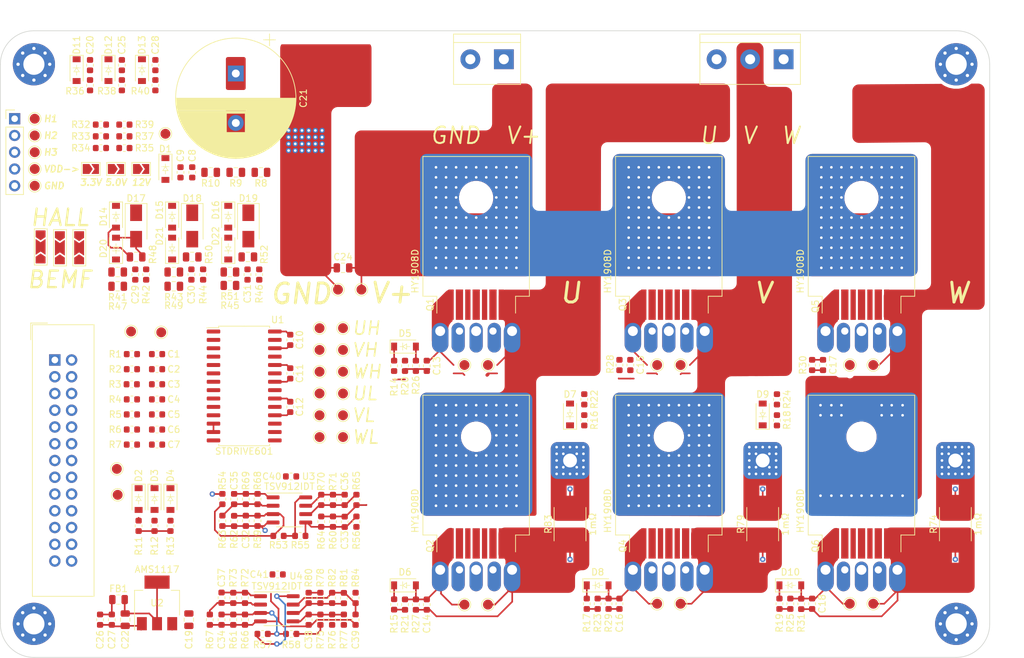
<source format=kicad_pcb>
(kicad_pcb (version 20171130) (host pcbnew "(5.1.5)-3")
  (layers (0 F.Cu signal) (1 In1.Cu signal) (2 In2.Cu signal) (31 B.Cu signal) (34 B.Paste user) (35 F.Paste user) (36 B.SilkS user) (37 F.SilkS user) (38 B.Mask user) (39 F.Mask user) (44 Edge.Cuts user))
  (net 0 "")
  (net 1 /BOOT1)
  (net 2 /BOOT2)
  (net 3 /BOOT3)
  (net 4 /GH1)
  (net 5 /GL1)
  (net 6 /GH2)
  (net 7 /GL2)
  (net 8 /GH3)
  (net 9 /GL3)
  (net 10 "Net-(D2-Pad2)")
  (net 11 "Net-(D3-Pad2)")
  (net 12 "Net-(D5-Pad1)")
  (net 13 "Net-(D6-Pad1)")
  (net 14 "Net-(D7-Pad1)")
  (net 15 "Net-(D8-Pad1)")
  (net 16 "Net-(D9-Pad1)")
  (net 17 HV)
  (net 18 VCC)
  (net 19 "Net-(R14-Pad2)")
  (net 20 "Net-(R15-Pad2)")
  (net 21 SENSE1)
  (net 22 SENSE2)
  (net 23 SENSE3)
  (net 24 SENSE1_REF)
  (net 25 U_H)
  (net 26 V_H)
  (net 27 W_H)
  (net 28 U_L)
  (net 29 V_L)
  (net 30 W_L)
  (net 31 VBUS_SCALED)
  (net 32 +5V)
  (net 33 +3V3)
  (net 34 SENSE_OUT1)
  (net 35 SENSE_OUT2)
  (net 36 SENSE_OUT3)
  (net 37 OUT3)
  (net 38 OUT2)
  (net 39 OUT1)
  (net 40 "Net-(J1-Pad6)")
  (net 41 "Net-(J1-Pad8)")
  (net 42 "Net-(J1-Pad10)")
  (net 43 "Net-(J1-Pad12)")
  (net 44 "Net-(J1-Pad14)")
  (net 45 "Net-(J1-Pad16)")
  (net 46 +12V)
  (net 47 ENABLE)
  (net 48 ~ERROR)
  (net 49 "Net-(D4-Pad2)")
  (net 50 "Net-(D10-Pad1)")
  (net 51 "Net-(R16-Pad2)")
  (net 52 "Net-(R17-Pad2)")
  (net 53 "Net-(R18-Pad2)")
  (net 54 CIN)
  (net 55 HALL1)
  (net 56 HALL2)
  (net 57 HALL3)
  (net 58 "Net-(J1-Pad7)")
  (net 59 "Net-(J1-Pad5)")
  (net 60 "Net-(C7-Pad1)")
  (net 61 "Net-(C32-Pad1)")
  (net 62 "Net-(R8-Pad2)")
  (net 63 "Net-(R19-Pad2)")
  (net 64 ENC_HALL_C)
  (net 65 "Net-(C22-Pad1)")
  (net 66 ENC_HALL_B)
  (net 67 ENC_HALL_A)
  (net 68 BEMF_A)
  (net 69 BEMF_B)
  (net 70 BEMF_C)
  (net 71 "Net-(C33-Pad1)")
  (net 72 "Net-(C34-Pad1)")
  (net 73 "Net-(C35-Pad1)")
  (net 74 "Net-(C36-Pad1)")
  (net 75 "Net-(C37-Pad1)")
  (net 76 "Net-(C38-Pad1)")
  (net 77 "Net-(D14-Pad2)")
  (net 78 GPIO_BEMF)
  (net 79 "Net-(D15-Pad2)")
  (net 80 "Net-(D16-Pad2)")
  (net 81 "Net-(D17-Pad1)")
  (net 82 "Net-(D18-Pad1)")
  (net 83 "Net-(D19-Pad1)")
  (net 84 "Net-(J2-Pad4)")
  (net 85 "Net-(J2-Pad1)")
  (net 86 "Net-(J2-Pad2)")
  (net 87 "Net-(J2-Pad3)")
  (net 88 "Net-(R41-Pad2)")
  (net 89 "Net-(R43-Pad2)")
  (net 90 "Net-(R45-Pad2)")
  (net 91 "Net-(R78-Pad1)")
  (module TestPoint:TestPoint_Pad_D1.5mm (layer F.Cu) (at 88.9 74.422)
    (fp_text reference TP36 hide)
    (fp_text value TestPoint)
    (pad 1 smd circle (at 0 0) (size 1.5 1.5) (layers F.Cu F.Mask) (net 85 "Net-(J2-Pad1)"))
  )
  (module TestPoint:TestPoint_Pad_D1.5mm (layer F.Cu) (at 88.9 76.962)
    (fp_text reference TP35 hide)
    (fp_text value TestPoint)
    (pad 1 smd circle (at 0 0) (size 1.5 1.5) (layers F.Cu F.Mask) (net 86 "Net-(J2-Pad2)"))
  )
  (module TestPoint:TestPoint_Pad_D1.5mm (layer F.Cu) (at 88.9 79.502)
    (fp_text reference TP34 hide)
    (fp_text value TestPoint)
    (pad 1 smd circle (at 0 0) (size 1.5 1.5) (layers F.Cu F.Mask) (net 87 "Net-(J2-Pad3)"))
  )
  (module TestPoint:TestPoint_Pad_D1.5mm (layer F.Cu) (at 88.9 82.042)
    (fp_text reference TP33 hide)
    (fp_text value TestPoint)
    (pad 1 smd circle (at 0 0) (size 1.5 1.5) (layers F.Cu F.Mask) (net 84 "Net-(J2-Pad4)"))
  )
  (module TestPoint:TestPoint_Pad_D1.5mm (layer F.Cu) (at 88.9 84.582)
    (fp_text reference TP32 hide)
    (fp_text value TestPoint)
    (pad 1 smd circle (at 0 0) (size 1.5 1.5) (layers F.Cu F.Mask) (net 24 SENSE1_REF))
  )
  (module inversor-pmsm:SolderJumper-3_P2.0mm_Open_TrianglePad1.0x1.5mm_custom (layer F.Cu) (at 89.789 93.853 270)
    (fp_text reference JP6 hide)
    (fp_text value Jumper_3_Open)
    (pad 3 smd custom (at 2 0 90) (size 0.3 0.3) (layers F.Cu F.Mask) (net 70 BEMF_C) (options (clearance outline) (anchor rect)) (primitives (gr_poly (pts (xy -0.5 -0.75) (xy 0.5 -0.75) (xy 1 0) (xy 0.5 0.75) (xy -0.5 0.75)) (width 0))))
    (pad 2 smd custom (at 0 0 270) (size 0.3 0.3) (layers F.Cu) (net 57 HALL3) (options (clearance outline) (anchor rect)) (primitives (gr_poly (pts (xy -1.2 -0.75) (xy 1.2 -0.75) (xy 0.7 0) (xy 1.2 0.75) (xy -1.2 0.75) (xy -0.7 0)) (width 0))))
    (pad 1 smd custom (at -2 0 270) (size 0.3 0.3) (layers F.Cu F.Mask) (net 64 ENC_HALL_C) (options (clearance outline) (anchor rect)) (primitives (gr_poly (pts (xy -0.5 -0.75) (xy 0.5 -0.75) (xy 1 0) (xy 0.5 0.75) (xy -0.5 0.75)) (width 0))))
  )
  (module inversor-pmsm:SolderJumper-3_P2.0mm_Open_TrianglePad1.0x1.5mm_custom (layer F.Cu) (at 92.71 93.98 270)
    (fp_text reference JP5 hide)
    (fp_text value Jumper_3_Open)
    (pad 3 smd custom (at 2 0 90) (size 0.3 0.3) (layers F.Cu F.Mask) (net 69 BEMF_B) (options (clearance outline) (anchor rect)) (primitives (gr_poly (pts (xy -0.5 -0.75) (xy 0.5 -0.75) (xy 1 0) (xy 0.5 0.75) (xy -0.5 0.75)) (width 0))))
    (pad 2 smd custom (at 0 0 270) (size 0.3 0.3) (layers F.Cu) (net 56 HALL2) (options (clearance outline) (anchor rect)) (primitives (gr_poly (pts (xy -1.2 -0.75) (xy 1.2 -0.75) (xy 0.7 0) (xy 1.2 0.75) (xy -1.2 0.75) (xy -0.7 0)) (width 0))))
    (pad 1 smd custom (at -2 0 270) (size 0.3 0.3) (layers F.Cu F.Mask) (net 66 ENC_HALL_B) (options (clearance outline) (anchor rect)) (primitives (gr_poly (pts (xy -0.5 -0.75) (xy 0.5 -0.75) (xy 1 0) (xy 0.5 0.75) (xy -0.5 0.75)) (width 0))))
  )
  (module inversor-pmsm:SolderJumper-3_P2.0mm_Open_TrianglePad1.0x1.5mm_custom (layer F.Cu) (at 95.631 93.98 270)
    (fp_text reference JP4 hide)
    (fp_text value Jumper_3_Open)
    (pad 3 smd custom (at 2 0 90) (size 0.3 0.3) (layers F.Cu F.Mask) (net 68 BEMF_A) (options (clearance outline) (anchor rect)) (primitives (gr_poly (pts (xy -0.5 -0.75) (xy 0.5 -0.75) (xy 1 0) (xy 0.5 0.75) (xy -0.5 0.75)) (width 0))))
    (pad 2 smd custom (at 0 0 270) (size 0.3 0.3) (layers F.Cu) (net 55 HALL1) (options (clearance outline) (anchor rect)) (primitives (gr_poly (pts (xy -1.2 -0.75) (xy 1.2 -0.75) (xy 0.7 0) (xy 1.2 0.75) (xy -1.2 0.75) (xy -0.7 0)) (width 0))))
    (pad 1 smd custom (at -2 0 270) (size 0.3 0.3) (layers F.Cu F.Mask) (net 67 ENC_HALL_A) (options (clearance outline) (anchor rect)) (primitives (gr_poly (pts (xy -0.5 -0.75) (xy 0.5 -0.75) (xy 1 0) (xy 0.5 0.75) (xy -0.5 0.75)) (width 0))))
  )
  (module Package_SO:SOIC-28W_7.5x17.9mm_P1.27mm (layer F.Cu) (at 120.65 114.935)
    (fp_text reference U1 (at 5.08 -10.033) (layer F.SilkS))
    (fp_text value STDRIVE601 (at 0 9.9) (layer F.SilkS))
    (pad 28 smd roundrect (at 4.65 -8.255) (size 2.05 0.6) (layers F.Cu F.Paste F.Mask) (net 1 /BOOT1))
    (pad 27 smd roundrect (at 4.65 -6.985) (size 2.05 0.6) (layers F.Cu F.Paste F.Mask) (net 19 "Net-(R14-Pad2)"))
    (pad 26 smd roundrect (at 4.65 -5.715) (size 2.05 0.6) (layers F.Cu F.Paste F.Mask) (net 39 OUT1))
    (pad 25 smd roundrect (at 4.65 -4.445) (size 2.05 0.6) (layers F.Cu F.Paste F.Mask))
    (pad 24 smd roundrect (at 4.65 -3.175) (size 2.05 0.6) (layers F.Cu F.Paste F.Mask) (net 2 /BOOT2))
    (pad 23 smd roundrect (at 4.65 -1.905) (size 2.05 0.6) (layers F.Cu F.Paste F.Mask) (net 51 "Net-(R16-Pad2)"))
    (pad 22 smd roundrect (at 4.65 -0.635) (size 2.05 0.6) (layers F.Cu F.Paste F.Mask) (net 38 OUT2))
    (pad 21 smd roundrect (at 4.65 0.635) (size 2.05 0.6) (layers F.Cu F.Paste F.Mask))
    (pad 20 smd roundrect (at 4.65 1.905) (size 2.05 0.6) (layers F.Cu F.Paste F.Mask) (net 3 /BOOT3))
    (pad 19 smd roundrect (at 4.65 3.175) (size 2.05 0.6) (layers F.Cu F.Paste F.Mask) (net 53 "Net-(R18-Pad2)"))
    (pad 18 smd roundrect (at 4.65 4.445) (size 2.05 0.6) (layers F.Cu F.Paste F.Mask) (net 37 OUT3))
    (pad 17 smd roundrect (at 4.65 5.715) (size 2.05 0.6) (layers F.Cu F.Paste F.Mask))
    (pad 16 smd roundrect (at 4.65 6.985) (size 2.05 0.6) (layers F.Cu F.Paste F.Mask) (net 20 "Net-(R15-Pad2)"))
    (pad 15 smd roundrect (at 4.65 8.255) (size 2.05 0.6) (layers F.Cu F.Paste F.Mask) (net 52 "Net-(R17-Pad2)"))
    (pad 14 smd roundrect (at -4.65 8.255) (size 2.05 0.6) (layers F.Cu F.Paste F.Mask) (net 63 "Net-(R19-Pad2)"))
    (pad 13 smd roundrect (at -4.65 6.985) (size 2.05 0.6) (layers F.Cu F.Paste F.Mask) (net 24 SENSE1_REF))
    (pad 12 smd roundrect (at -4.65 5.715) (size 2.05 0.6) (layers F.Cu F.Paste F.Mask) (net 24 SENSE1_REF))
    (pad 11 smd roundrect (at -4.65 4.445) (size 2.05 0.6) (layers F.Cu F.Paste F.Mask) (net 60 "Net-(C7-Pad1)"))
    (pad 10 smd roundrect (at -4.65 3.175) (size 2.05 0.6) (layers F.Cu F.Paste F.Mask) (net 47 ENABLE))
    (pad 9 smd roundrect (at -4.65 1.905) (size 2.05 0.6) (layers F.Cu F.Paste F.Mask) (net 54 CIN))
    (pad 8 smd roundrect (at -4.65 0.635) (size 2.05 0.6) (layers F.Cu F.Paste F.Mask) (net 48 ~ERROR))
    (pad 7 smd roundrect (at -4.65 -0.635) (size 2.05 0.6) (layers F.Cu F.Paste F.Mask) (net 30 W_L))
    (pad 6 smd roundrect (at -4.65 -1.905) (size 2.05 0.6) (layers F.Cu F.Paste F.Mask) (net 29 V_L))
    (pad 5 smd roundrect (at -4.65 -3.175) (size 2.05 0.6) (layers F.Cu F.Paste F.Mask) (net 28 U_L))
    (pad 4 smd roundrect (at -4.65 -4.445) (size 2.05 0.6) (layers F.Cu F.Paste F.Mask) (net 27 W_H))
    (pad 3 smd roundrect (at -4.65 -5.715) (size 2.05 0.6) (layers F.Cu F.Paste F.Mask) (net 26 V_H))
    (pad 2 smd roundrect (at -4.65 -6.985) (size 2.05 0.6) (layers F.Cu F.Paste F.Mask) (net 25 U_H))
    (pad 1 smd roundrect (at -4.65 -8.255) (size 2.05 0.6) (layers F.Cu F.Paste F.Mask) (net 46 +12V))
  )
  (module TestPoint:TestPoint_Pad_D1.5mm (layer F.Cu) (at 108.077 106.807)
    (fp_text reference TP31 hide)
    (fp_text value TestPoint)
    (pad 1 smd circle (at 0 0) (size 1.5 1.5) (layers F.Cu F.Mask) (net 24 SENSE1_REF))
  )
  (module inversor-pmsm:CP_Radial_D18.0mm_P7.50mm_universal (layer F.Cu) (at 119.38 67.564 270)
    (fp_text reference C21 (at 3.75 -10.25 90) (layer F.SilkS))
    (fp_text value CP)
    (pad 2 smd roundrect (at 7.5 0 270) (size 5 3) (layers F.Cu F.Paste F.Mask) (roundrect_rratio 0.1) (net 24 SENSE1_REF))
    (pad 1 smd roundrect (at 0 0 270) (size 5 3) (layers F.Cu F.Paste F.Mask) (roundrect_rratio 0.1) (net 17 HV))
    (pad 2 thru_hole circle (at 7.5 0 270) (size 2.4 2.4) (drill 1.2) (layers *.Cu *.Mask) (net 24 SENSE1_REF))
    (pad 1 thru_hole rect (at 0 0 270) (size 2.4 2.4) (drill 1.2) (layers *.Cu *.Mask) (net 17 HV))
  )
  (module Connector_PinHeader_2.54mm:PinHeader_1x05_P2.54mm_Vertical (layer F.Cu) (at 85.852 74.422)
    (fp_text reference J2 hide)
    (fp_text value HALL_CONNECTOR)
    (pad 5 thru_hole oval (at 0 10.16) (size 1.7 1.7) (drill 1) (layers *.Cu *.Mask) (net 24 SENSE1_REF))
    (pad 4 thru_hole oval (at 0 7.62) (size 1.7 1.7) (drill 1) (layers *.Cu *.Mask) (net 84 "Net-(J2-Pad4)"))
    (pad 3 thru_hole oval (at 0 5.08) (size 1.7 1.7) (drill 1) (layers *.Cu *.Mask) (net 87 "Net-(J2-Pad3)"))
    (pad 2 thru_hole oval (at 0 2.54) (size 1.7 1.7) (drill 1) (layers *.Cu *.Mask) (net 86 "Net-(J2-Pad2)"))
    (pad 1 thru_hole rect (at 0 0) (size 1.7 1.7) (drill 1) (layers *.Cu *.Mask) (net 85 "Net-(J2-Pad1)"))
  )
  (module Resistor_SMD:R_0805_2012Metric (layer F.Cu) (at 121.2065 95.377 180)
    (fp_text reference R52 (at -2.4915 0.381 90) (layer F.SilkS))
    (fp_text value 5.6K)
    (pad 2 smd roundrect (at 0.9375 0 180) (size 0.975 1.4) (layers F.Cu F.Paste F.Mask) (net 80 "Net-(D16-Pad2)"))
    (pad 1 smd roundrect (at -0.9375 0 180) (size 0.975 1.4) (layers F.Cu F.Paste F.Mask) (net 70 BEMF_C))
  )
  (module Resistor_SMD:R_0805_2012Metric (layer F.Cu) (at 118.491 99.695)
    (fp_text reference R51 (at 0 1.651 180) (layer F.SilkS))
    (fp_text value 100K)
    (pad 2 smd roundrect (at 0.9375 0) (size 0.975 1.4) (layers F.Cu F.Paste F.Mask) (net 70 BEMF_C))
    (pad 1 smd roundrect (at -0.9375 0) (size 0.975 1.4) (layers F.Cu F.Paste F.Mask) (net 90 "Net-(R45-Pad2)"))
  )
  (module Resistor_SMD:R_0805_2012Metric (layer F.Cu) (at 112.776 95.377 180)
    (fp_text reference R50 (at -2.54 0.381 90) (layer F.SilkS))
    (fp_text value 5.6K)
    (pad 2 smd roundrect (at 0.9375 0 180) (size 0.975 1.4) (layers F.Cu F.Paste F.Mask) (net 79 "Net-(D15-Pad2)"))
    (pad 1 smd roundrect (at -0.9375 0 180) (size 0.975 1.4) (layers F.Cu F.Paste F.Mask) (net 69 BEMF_B))
  )
  (module Resistor_SMD:R_0805_2012Metric (layer F.Cu) (at 109.982 97.663)
    (fp_text reference R49 (at 0 5.08 180) (layer F.SilkS))
    (fp_text value 100K)
    (pad 2 smd roundrect (at 0.9375 0) (size 0.975 1.4) (layers F.Cu F.Paste F.Mask) (net 69 BEMF_B))
    (pad 1 smd roundrect (at -0.9375 0) (size 0.975 1.4) (layers F.Cu F.Paste F.Mask) (net 89 "Net-(R43-Pad2)"))
  )
  (module Resistor_SMD:R_0805_2012Metric (layer F.Cu) (at 104.267 95.377 180)
    (fp_text reference R48 (at -2.54 0.381 90) (layer F.SilkS))
    (fp_text value 5.6K)
    (pad 2 smd roundrect (at 0.9375 0 180) (size 0.975 1.4) (layers F.Cu F.Paste F.Mask) (net 77 "Net-(D14-Pad2)"))
    (pad 1 smd roundrect (at -0.9375 0 180) (size 0.975 1.4) (layers F.Cu F.Paste F.Mask) (net 68 BEMF_A))
  )
  (module Resistor_SMD:R_0805_2012Metric (layer F.Cu) (at 101.473 97.663)
    (fp_text reference R47 (at 0 5.207) (layer F.SilkS))
    (fp_text value 100K)
    (pad 2 smd roundrect (at 0.9375 0) (size 0.975 1.4) (layers F.Cu F.Paste F.Mask) (net 68 BEMF_A))
    (pad 1 smd roundrect (at -0.9375 0) (size 0.975 1.4) (layers F.Cu F.Paste F.Mask) (net 88 "Net-(R41-Pad2)"))
  )
  (module Resistor_SMD:R_0603_1608Metric (layer F.Cu) (at 122.936 98.044 270)
    (fp_text reference R46 (at 2.921 0 90) (layer F.SilkS))
    (fp_text value 1K)
    (pad 2 smd roundrect (at 0.7875 0 270) (size 0.875 0.95) (layers F.Cu F.Paste F.Mask) (net 37 OUT3))
    (pad 1 smd roundrect (at -0.7875 0 270) (size 0.875 0.95) (layers F.Cu F.Paste F.Mask) (net 83 "Net-(D19-Pad1)"))
  )
  (module Resistor_SMD:R_0805_2012Metric (layer F.Cu) (at 118.491 97.663 180)
    (fp_text reference R45 (at 0 -5.08) (layer F.SilkS))
    (fp_text value 100K)
    (pad 2 smd roundrect (at 0.9375 0 180) (size 0.975 1.4) (layers F.Cu F.Paste F.Mask) (net 90 "Net-(R45-Pad2)"))
    (pad 1 smd roundrect (at -0.9375 0 180) (size 0.975 1.4) (layers F.Cu F.Paste F.Mask) (net 37 OUT3))
  )
  (module Resistor_SMD:R_0603_1608Metric (layer F.Cu) (at 114.427 98.044 270)
    (fp_text reference R44 (at 3.048 0 90) (layer F.SilkS))
    (fp_text value 1K)
    (pad 2 smd roundrect (at 0.7875 0 270) (size 0.875 0.95) (layers F.Cu F.Paste F.Mask) (net 38 OUT2))
    (pad 1 smd roundrect (at -0.7875 0 270) (size 0.875 0.95) (layers F.Cu F.Paste F.Mask) (net 82 "Net-(D18-Pad1)"))
  )
  (module Resistor_SMD:R_0805_2012Metric (layer F.Cu) (at 109.982 99.822 180)
    (fp_text reference R43 (at 0 -1.651) (layer F.SilkS))
    (fp_text value 100K)
    (pad 2 smd roundrect (at 0.9375 0 180) (size 0.975 1.4) (layers F.Cu F.Paste F.Mask) (net 89 "Net-(R43-Pad2)"))
    (pad 1 smd roundrect (at -0.9375 0 180) (size 0.975 1.4) (layers F.Cu F.Paste F.Mask) (net 38 OUT2))
  )
  (module Resistor_SMD:R_0603_1608Metric (layer F.Cu) (at 105.791 98.044 270)
    (fp_text reference R42 (at 3.048 0 90) (layer F.SilkS))
    (fp_text value 1K)
    (pad 2 smd roundrect (at 0.7875 0 270) (size 0.875 0.95) (layers F.Cu F.Paste F.Mask) (net 39 OUT1))
    (pad 1 smd roundrect (at -0.7875 0 270) (size 0.875 0.95) (layers F.Cu F.Paste F.Mask) (net 81 "Net-(D17-Pad1)"))
  )
  (module Resistor_SMD:R_0805_2012Metric (layer F.Cu) (at 101.473 99.822 180)
    (fp_text reference R41 (at 0 -1.651) (layer F.SilkS))
    (fp_text value 100K)
    (pad 2 smd roundrect (at 0.9375 0 180) (size 0.975 1.4) (layers F.Cu F.Paste F.Mask) (net 88 "Net-(R41-Pad2)"))
    (pad 1 smd roundrect (at -0.9375 0 180) (size 0.975 1.4) (layers F.Cu F.Paste F.Mask) (net 39 OUT1))
  )
  (module Resistor_SMD:R_0603_1608Metric (layer F.Cu) (at 107.188 69.342 270)
    (fp_text reference R40 (at 0.889 2.286 180) (layer F.SilkS))
    (fp_text value DNM)
    (pad 2 smd roundrect (at 0.7875 0 270) (size 0.875 0.95) (layers F.Cu F.Paste F.Mask) (net 24 SENSE1_REF))
    (pad 1 smd roundrect (at -0.7875 0 270) (size 0.875 0.95) (layers F.Cu F.Paste F.Mask) (net 67 ENC_HALL_A))
  )
  (module Resistor_SMD:R_0603_1608Metric (layer F.Cu) (at 102.489 75.311 180)
    (fp_text reference R39 (at -3.048 0) (layer F.SilkS))
    (fp_text value 10K)
    (pad 2 smd roundrect (at 0.7875 0 180) (size 0.875 0.95) (layers F.Cu F.Paste F.Mask) (net 67 ENC_HALL_A))
    (pad 1 smd roundrect (at -0.7875 0 180) (size 0.875 0.95) (layers F.Cu F.Paste F.Mask) (net 33 +3V3))
  )
  (module Resistor_SMD:R_0603_1608Metric (layer F.Cu) (at 102.108 69.342 270)
    (fp_text reference R38 (at 0.889 2.286 180) (layer F.SilkS))
    (fp_text value DNM)
    (pad 2 smd roundrect (at 0.7875 0 270) (size 0.875 0.95) (layers F.Cu F.Paste F.Mask) (net 24 SENSE1_REF))
    (pad 1 smd roundrect (at -0.7875 0 270) (size 0.875 0.95) (layers F.Cu F.Paste F.Mask) (net 66 ENC_HALL_B))
  )
  (module Resistor_SMD:R_0603_1608Metric (layer F.Cu) (at 102.489 77.089 180)
    (fp_text reference R37 (at -3.048 0) (layer F.SilkS))
    (fp_text value 10K)
    (pad 2 smd roundrect (at 0.7875 0 180) (size 0.875 0.95) (layers F.Cu F.Paste F.Mask) (net 66 ENC_HALL_B))
    (pad 1 smd roundrect (at -0.7875 0 180) (size 0.875 0.95) (layers F.Cu F.Paste F.Mask) (net 33 +3V3))
  )
  (module Resistor_SMD:R_0603_1608Metric (layer F.Cu) (at 97.282 69.342 270)
    (fp_text reference R36 (at 0.889 2.286 180) (layer F.SilkS))
    (fp_text value DNM)
    (pad 2 smd roundrect (at 0.7875 0 270) (size 0.875 0.95) (layers F.Cu F.Paste F.Mask) (net 24 SENSE1_REF))
    (pad 1 smd roundrect (at -0.7875 0 270) (size 0.875 0.95) (layers F.Cu F.Paste F.Mask) (net 64 ENC_HALL_C))
  )
  (module Resistor_SMD:R_0603_1608Metric (layer F.Cu) (at 102.489 78.867 180)
    (fp_text reference R35 (at -3.048 0) (layer F.SilkS))
    (fp_text value 10K)
    (pad 2 smd roundrect (at 0.7875 0 180) (size 0.875 0.95) (layers F.Cu F.Paste F.Mask) (net 64 ENC_HALL_C))
    (pad 1 smd roundrect (at -0.7875 0 180) (size 0.875 0.95) (layers F.Cu F.Paste F.Mask) (net 33 +3V3))
  )
  (module Resistor_SMD:R_0603_1608Metric (layer F.Cu) (at 98.933 78.867 180)
    (fp_text reference R34 (at 3.048 0) (layer F.SilkS))
    (fp_text value 2K)
    (pad 2 smd roundrect (at 0.7875 0 180) (size 0.875 0.95) (layers F.Cu F.Paste F.Mask) (net 87 "Net-(J2-Pad3)"))
    (pad 1 smd roundrect (at -0.7875 0 180) (size 0.875 0.95) (layers F.Cu F.Paste F.Mask) (net 64 ENC_HALL_C))
  )
  (module Resistor_SMD:R_0603_1608Metric (layer F.Cu) (at 98.933 77.089 180)
    (fp_text reference R33 (at 3.048 0) (layer F.SilkS))
    (fp_text value 2K)
    (pad 2 smd roundrect (at 0.7875 0 180) (size 0.875 0.95) (layers F.Cu F.Paste F.Mask) (net 86 "Net-(J2-Pad2)"))
    (pad 1 smd roundrect (at -0.7875 0 180) (size 0.875 0.95) (layers F.Cu F.Paste F.Mask) (net 66 ENC_HALL_B))
  )
  (module Resistor_SMD:R_0603_1608Metric (layer F.Cu) (at 98.933 75.311 180)
    (fp_text reference R32 (at 3.048 0) (layer F.SilkS))
    (fp_text value 2K)
    (pad 2 smd roundrect (at 0.7875 0 180) (size 0.875 0.95) (layers F.Cu F.Paste F.Mask) (net 85 "Net-(J2-Pad1)"))
    (pad 1 smd roundrect (at -0.7875 0 180) (size 0.875 0.95) (layers F.Cu F.Paste F.Mask) (net 67 ENC_HALL_A))
  )
  (module Jumper:SolderJumper-2_P1.3mm_Open_TrianglePad1.0x1.5mm (layer F.Cu) (at 105.029 82.042)
    (fp_text reference JP3 hide)
    (fp_text value Jumper_2_Open)
    (pad 1 smd custom (at -0.725 0) (size 0.3 0.3) (layers F.Cu F.Mask) (net 84 "Net-(J2-Pad4)") (options (clearance outline) (anchor rect)) (primitives (gr_poly (pts (xy -0.5 -0.75) (xy 0.5 -0.75) (xy 1 0) (xy 0.5 0.75) (xy -0.5 0.75)) (width 0))))
    (pad 2 smd custom (at 0.725 0) (size 0.3 0.3) (layers F.Cu F.Mask) (net 46 +12V) (options (clearance outline) (anchor rect)) (primitives (gr_poly (pts (xy -0.65 -0.75) (xy 0.5 -0.75) (xy 0.5 0.75) (xy -0.65 0.75) (xy -0.15 0)) (width 0))))
  )
  (module Jumper:SolderJumper-2_P1.3mm_Open_TrianglePad1.0x1.5mm (layer F.Cu) (at 101.219 82.042)
    (fp_text reference JP2 hide)
    (fp_text value Jumper_2_Open)
    (pad 1 smd custom (at -0.725 0) (size 0.3 0.3) (layers F.Cu F.Mask) (net 84 "Net-(J2-Pad4)") (options (clearance outline) (anchor rect)) (primitives (gr_poly (pts (xy -0.5 -0.75) (xy 0.5 -0.75) (xy 1 0) (xy 0.5 0.75) (xy -0.5 0.75)) (width 0))))
    (pad 2 smd custom (at 0.725 0) (size 0.3 0.3) (layers F.Cu F.Mask) (net 32 +5V) (options (clearance outline) (anchor rect)) (primitives (gr_poly (pts (xy -0.65 -0.75) (xy 0.5 -0.75) (xy 0.5 0.75) (xy -0.65 0.75) (xy -0.15 0)) (width 0))))
  )
  (module Jumper:SolderJumper-2_P1.3mm_Open_TrianglePad1.0x1.5mm (layer F.Cu) (at 97.409 82.042)
    (fp_text reference JP1 hide)
    (fp_text value Jumper_2_Open)
    (pad 1 smd custom (at -0.725 0) (size 0.3 0.3) (layers F.Cu F.Mask) (net 84 "Net-(J2-Pad4)") (options (clearance outline) (anchor rect)) (primitives (gr_poly (pts (xy -0.5 -0.75) (xy 0.5 -0.75) (xy 1 0) (xy 0.5 0.75) (xy -0.5 0.75)) (width 0))))
    (pad 2 smd custom (at 0.725 0) (size 0.3 0.3) (layers F.Cu F.Mask) (net 33 +3V3) (options (clearance outline) (anchor rect)) (primitives (gr_poly (pts (xy -0.65 -0.75) (xy 0.5 -0.75) (xy 0.5 0.75) (xy -0.65 0.75) (xy -0.15 0)) (width 0))))
  )
  (module inversor-pmsm:D_SOD-123 (layer F.Cu) (at 118.237 94.107 90)
    (fp_text reference D22 (at 1.905 -1.905 90) (layer F.SilkS))
    (fp_text value B5819W)
    (pad 2 smd rect (at 1.65 0 90) (size 0.9 1.2) (layers F.Cu F.Paste F.Mask) (net 70 BEMF_C))
    (pad 1 smd rect (at -1.65 0 90) (size 0.9 1.2) (layers F.Cu F.Paste F.Mask) (net 33 +3V3))
  )
  (module inversor-pmsm:D_SOD-123 (layer F.Cu) (at 109.728 94.107 90)
    (fp_text reference D21 (at 1.905 -1.905 90) (layer F.SilkS))
    (fp_text value B5819W)
    (pad 2 smd rect (at 1.65 0 90) (size 0.9 1.2) (layers F.Cu F.Paste F.Mask) (net 69 BEMF_B))
    (pad 1 smd rect (at -1.65 0 90) (size 0.9 1.2) (layers F.Cu F.Paste F.Mask) (net 33 +3V3))
  )
  (module inversor-pmsm:D_SOD-123 (layer F.Cu) (at 101.219 94.107 90)
    (fp_text reference D20 (at 0 -1.905 90) (layer F.SilkS))
    (fp_text value B5819W)
    (pad 2 smd rect (at 1.65 0 90) (size 0.9 1.2) (layers F.Cu F.Paste F.Mask) (net 68 BEMF_A))
    (pad 1 smd rect (at -1.65 0 90) (size 0.9 1.2) (layers F.Cu F.Paste F.Mask) (net 33 +3V3))
  )
  (module Diode_SMD:D_SMA (layer F.Cu) (at 121.285 90.678 270)
    (fp_text reference D19 (at -4.191 0 180) (layer F.SilkS))
    (fp_text value RS1J)
    (pad 2 smd rect (at 2 0 270) (size 2.5 1.8) (layers F.Cu F.Paste F.Mask) (net 70 BEMF_C))
    (pad 1 smd rect (at -2 0 270) (size 2.5 1.8) (layers F.Cu F.Paste F.Mask) (net 83 "Net-(D19-Pad1)"))
  )
  (module Diode_SMD:D_SMA (layer F.Cu) (at 112.776 90.678 270)
    (fp_text reference D18 (at -4.191 0 180) (layer F.SilkS))
    (fp_text value RS1J)
    (pad 2 smd rect (at 2 0 270) (size 2.5 1.8) (layers F.Cu F.Paste F.Mask) (net 69 BEMF_B))
    (pad 1 smd rect (at -2 0 270) (size 2.5 1.8) (layers F.Cu F.Paste F.Mask) (net 82 "Net-(D18-Pad1)"))
  )
  (module Diode_SMD:D_SMA (layer F.Cu) (at 104.267 90.678 270)
    (fp_text reference D17 (at -4.191 0 180) (layer F.SilkS))
    (fp_text value RS1J)
    (pad 2 smd rect (at 2 0 270) (size 2.5 1.8) (layers F.Cu F.Paste F.Mask) (net 68 BEMF_A))
    (pad 1 smd rect (at -2 0 270) (size 2.5 1.8) (layers F.Cu F.Paste F.Mask) (net 81 "Net-(D17-Pad1)"))
  )
  (module inversor-pmsm:D_SOD-123 (layer F.Cu) (at 118.237 89.281 270)
    (fp_text reference D16 (at -1.016 1.905 90) (layer F.SilkS))
    (fp_text value B5819W)
    (pad 2 smd rect (at 1.65 0 270) (size 0.9 1.2) (layers F.Cu F.Paste F.Mask) (net 80 "Net-(D16-Pad2)"))
    (pad 1 smd rect (at -1.65 0 270) (size 0.9 1.2) (layers F.Cu F.Paste F.Mask) (net 78 GPIO_BEMF))
  )
  (module inversor-pmsm:D_SOD-123 (layer F.Cu) (at 109.728 89.281 270)
    (fp_text reference D15 (at -1.016 1.905 90) (layer F.SilkS))
    (fp_text value B5819W)
    (pad 2 smd rect (at 1.65 0 270) (size 0.9 1.2) (layers F.Cu F.Paste F.Mask) (net 79 "Net-(D15-Pad2)"))
    (pad 1 smd rect (at -1.65 0 270) (size 0.9 1.2) (layers F.Cu F.Paste F.Mask) (net 78 GPIO_BEMF))
  )
  (module inversor-pmsm:D_SOD-123 (layer F.Cu) (at 101.219 89.281 270)
    (fp_text reference D14 (at 0 1.905 90) (layer F.SilkS))
    (fp_text value B5819W)
    (pad 2 smd rect (at 1.65 0 270) (size 0.9 1.2) (layers F.Cu F.Paste F.Mask) (net 77 "Net-(D14-Pad2)"))
    (pad 1 smd rect (at -1.65 0 270) (size 0.9 1.2) (layers F.Cu F.Paste F.Mask) (net 78 GPIO_BEMF))
  )
  (module inversor-pmsm:D_SOD-123 (layer F.Cu) (at 105.156 67.056 270)
    (fp_text reference D13 (at -3.81 0 90) (layer F.SilkS))
    (fp_text value B5819W)
    (pad 2 smd rect (at 1.65 0 270) (size 0.9 1.2) (layers F.Cu F.Paste F.Mask) (net 67 ENC_HALL_A))
    (pad 1 smd rect (at -1.65 0 270) (size 0.9 1.2) (layers F.Cu F.Paste F.Mask) (net 33 +3V3))
  )
  (module inversor-pmsm:D_SOD-123 (layer F.Cu) (at 100.076 67.056 270)
    (fp_text reference D12 (at -3.81 0 90) (layer F.SilkS))
    (fp_text value B5819W)
    (pad 2 smd rect (at 1.65 0 270) (size 0.9 1.2) (layers F.Cu F.Paste F.Mask) (net 66 ENC_HALL_B))
    (pad 1 smd rect (at -1.65 0 270) (size 0.9 1.2) (layers F.Cu F.Paste F.Mask) (net 33 +3V3))
  )
  (module inversor-pmsm:D_SOD-123 (layer F.Cu) (at 95.25 67.056 270)
    (fp_text reference D11 (at -3.81 0 90) (layer F.SilkS))
    (fp_text value B5819W)
    (pad 2 smd rect (at 1.65 0 270) (size 0.9 1.2) (layers F.Cu F.Paste F.Mask) (net 64 ENC_HALL_C))
    (pad 1 smd rect (at -1.65 0 270) (size 0.9 1.2) (layers F.Cu F.Paste F.Mask) (net 33 +3V3))
  )
  (module Capacitor_SMD:C_0603_1608Metric (layer F.Cu) (at 121.158 98.044 90)
    (fp_text reference C31 (at -2.921 0 90) (layer F.SilkS))
    (fp_text value 10pF)
    (pad 2 smd roundrect (at 0.7875 0 90) (size 0.875 0.95) (layers F.Cu F.Paste F.Mask) (net 70 BEMF_C))
    (pad 1 smd roundrect (at -0.7875 0 90) (size 0.875 0.95) (layers F.Cu F.Paste F.Mask) (net 24 SENSE1_REF))
  )
  (module Capacitor_SMD:C_0603_1608Metric (layer F.Cu) (at 112.649 98.044 90)
    (fp_text reference C30 (at -3.048 0 90) (layer F.SilkS))
    (fp_text value 10pF)
    (pad 2 smd roundrect (at 0.7875 0 90) (size 0.875 0.95) (layers F.Cu F.Paste F.Mask) (net 69 BEMF_B))
    (pad 1 smd roundrect (at -0.7875 0 90) (size 0.875 0.95) (layers F.Cu F.Paste F.Mask) (net 24 SENSE1_REF))
  )
  (module Capacitor_SMD:C_0603_1608Metric (layer F.Cu) (at 104.14 98.044 90)
    (fp_text reference C29 (at -3.048 0 270) (layer F.SilkS))
    (fp_text value 10pF)
    (pad 2 smd roundrect (at 0.7875 0 90) (size 0.875 0.95) (layers F.Cu F.Paste F.Mask) (net 68 BEMF_A))
    (pad 1 smd roundrect (at -0.7875 0 90) (size 0.875 0.95) (layers F.Cu F.Paste F.Mask) (net 24 SENSE1_REF))
  )
  (module Capacitor_SMD:C_0603_1608Metric (layer F.Cu) (at 107.188 66.294 270)
    (fp_text reference C28 (at -3.048 0 90) (layer F.SilkS))
    (fp_text value 10pF)
    (pad 2 smd roundrect (at 0.7875 0 270) (size 0.875 0.95) (layers F.Cu F.Paste F.Mask) (net 67 ENC_HALL_A))
    (pad 1 smd roundrect (at -0.7875 0 270) (size 0.875 0.95) (layers F.Cu F.Paste F.Mask) (net 24 SENSE1_REF))
  )
  (module Capacitor_SMD:C_0603_1608Metric (layer F.Cu) (at 102.108 66.294 270)
    (fp_text reference C25 (at -3.048 0 90) (layer F.SilkS))
    (fp_text value 10pF)
    (pad 2 smd roundrect (at 0.7875 0 270) (size 0.875 0.95) (layers F.Cu F.Paste F.Mask) (net 66 ENC_HALL_B))
    (pad 1 smd roundrect (at -0.7875 0 270) (size 0.875 0.95) (layers F.Cu F.Paste F.Mask) (net 24 SENSE1_REF))
  )
  (module Capacitor_SMD:C_0603_1608Metric (layer F.Cu) (at 97.282 66.294 270)
    (fp_text reference C20 (at -3.048 0 90) (layer F.SilkS))
    (fp_text value 10pF)
    (pad 2 smd roundrect (at 0.7875 0 270) (size 0.875 0.95) (layers F.Cu F.Paste F.Mask) (net 64 ENC_HALL_C))
    (pad 1 smd roundrect (at -0.7875 0 270) (size 0.875 0.95) (layers F.Cu F.Paste F.Mask) (net 24 SENSE1_REF))
  )
  (module TestPoint:TestPoint_Pad_D1.5mm (layer F.Cu) (at 135.636 122.682)
    (fp_text reference TP6 hide)
    (fp_text value TestPoint)
    (pad 1 smd circle (at 0 0) (size 1.5 1.5) (layers F.Cu F.Mask) (net 24 SENSE1_REF))
  )
  (module TestPoint:TestPoint_Pad_D1.5mm (layer F.Cu) (at 135.636 119.38)
    (fp_text reference TP5 hide)
    (fp_text value TestPoint)
    (pad 1 smd circle (at 0 0) (size 1.5 1.5) (layers F.Cu F.Mask) (net 24 SENSE1_REF))
  )
  (module TestPoint:TestPoint_Pad_D1.5mm (layer F.Cu) (at 135.636 116.078)
    (fp_text reference TP4 hide)
    (fp_text value TestPoint)
    (pad 1 smd circle (at 0 0) (size 1.5 1.5) (layers F.Cu F.Mask) (net 24 SENSE1_REF))
  )
  (module TestPoint:TestPoint_Pad_D1.5mm (layer F.Cu) (at 134.874 100.33 180)
    (fp_text reference TP29 hide)
    (fp_text value TestPoint)
    (pad 1 smd circle (at 0 0 180) (size 1.5 1.5) (layers F.Cu F.Mask) (net 24 SENSE1_REF))
  )
  (module TestPoint:TestPoint_Pad_D1.5mm (layer F.Cu) (at 138.43 100.33 180)
    (fp_text reference TP28 hide)
    (fp_text value TestPoint)
    (pad 1 smd circle (at 0 0 180) (size 1.5 1.5) (layers F.Cu F.Mask) (net 17 HV))
  )
  (module MountingHole:MountingHole_3.2mm_M3_Pad_Via (layer F.Cu) (at 88.773 151.003)
    (fp_text reference H4 hide)
    (fp_text value MountingHole_Pad)
    (pad 1 thru_hole circle (at 1.697056 -1.697056) (size 0.8 0.8) (drill 0.5) (layers *.Cu *.Mask) (net 24 SENSE1_REF))
    (pad 1 thru_hole circle (at 0 -2.4) (size 0.8 0.8) (drill 0.5) (layers *.Cu *.Mask) (net 24 SENSE1_REF))
    (pad 1 thru_hole circle (at -1.697056 -1.697056) (size 0.8 0.8) (drill 0.5) (layers *.Cu *.Mask) (net 24 SENSE1_REF))
    (pad 1 thru_hole circle (at -2.4 0) (size 0.8 0.8) (drill 0.5) (layers *.Cu *.Mask) (net 24 SENSE1_REF))
    (pad 1 thru_hole circle (at -1.697056 1.697056) (size 0.8 0.8) (drill 0.5) (layers *.Cu *.Mask) (net 24 SENSE1_REF))
    (pad 1 thru_hole circle (at 0 2.4) (size 0.8 0.8) (drill 0.5) (layers *.Cu *.Mask) (net 24 SENSE1_REF))
    (pad 1 thru_hole circle (at 1.697056 1.697056) (size 0.8 0.8) (drill 0.5) (layers *.Cu *.Mask) (net 24 SENSE1_REF))
    (pad 1 thru_hole circle (at 2.4 0) (size 0.8 0.8) (drill 0.5) (layers *.Cu *.Mask) (net 24 SENSE1_REF))
    (pad 1 thru_hole circle (at 0 0) (size 6.4 6.4) (drill 3.2) (layers *.Cu *.Mask) (net 24 SENSE1_REF))
  )
  (module MountingHole:MountingHole_3.2mm_M3_Pad_Via (layer F.Cu) (at 88.773 66.167)
    (fp_text reference H3 hide)
    (fp_text value MountingHole_Pad)
    (pad 1 thru_hole circle (at 1.697056 -1.697056) (size 0.8 0.8) (drill 0.5) (layers *.Cu *.Mask) (net 24 SENSE1_REF))
    (pad 1 thru_hole circle (at 0 -2.4) (size 0.8 0.8) (drill 0.5) (layers *.Cu *.Mask) (net 24 SENSE1_REF))
    (pad 1 thru_hole circle (at -1.697056 -1.697056) (size 0.8 0.8) (drill 0.5) (layers *.Cu *.Mask) (net 24 SENSE1_REF))
    (pad 1 thru_hole circle (at -2.4 0) (size 0.8 0.8) (drill 0.5) (layers *.Cu *.Mask) (net 24 SENSE1_REF))
    (pad 1 thru_hole circle (at -1.697056 1.697056) (size 0.8 0.8) (drill 0.5) (layers *.Cu *.Mask) (net 24 SENSE1_REF))
    (pad 1 thru_hole circle (at 0 2.4) (size 0.8 0.8) (drill 0.5) (layers *.Cu *.Mask) (net 24 SENSE1_REF))
    (pad 1 thru_hole circle (at 1.697056 1.697056) (size 0.8 0.8) (drill 0.5) (layers *.Cu *.Mask) (net 24 SENSE1_REF))
    (pad 1 thru_hole circle (at 2.4 0) (size 0.8 0.8) (drill 0.5) (layers *.Cu *.Mask) (net 24 SENSE1_REF))
    (pad 1 thru_hole circle (at 0 0) (size 6.4 6.4) (drill 3.2) (layers *.Cu *.Mask) (net 24 SENSE1_REF))
  )
  (module MountingHole:MountingHole_3.2mm_M3_Pad_Via (layer F.Cu) (at 228.6 66.167)
    (fp_text reference H2 hide)
    (fp_text value MountingHole_Pad)
    (pad 1 thru_hole circle (at 1.697056 -1.697056) (size 0.8 0.8) (drill 0.5) (layers *.Cu *.Mask) (net 24 SENSE1_REF))
    (pad 1 thru_hole circle (at 0 -2.4) (size 0.8 0.8) (drill 0.5) (layers *.Cu *.Mask) (net 24 SENSE1_REF))
    (pad 1 thru_hole circle (at -1.697056 -1.697056) (size 0.8 0.8) (drill 0.5) (layers *.Cu *.Mask) (net 24 SENSE1_REF))
    (pad 1 thru_hole circle (at -2.4 0) (size 0.8 0.8) (drill 0.5) (layers *.Cu *.Mask) (net 24 SENSE1_REF))
    (pad 1 thru_hole circle (at -1.697056 1.697056) (size 0.8 0.8) (drill 0.5) (layers *.Cu *.Mask) (net 24 SENSE1_REF))
    (pad 1 thru_hole circle (at 0 2.4) (size 0.8 0.8) (drill 0.5) (layers *.Cu *.Mask) (net 24 SENSE1_REF))
    (pad 1 thru_hole circle (at 1.697056 1.697056) (size 0.8 0.8) (drill 0.5) (layers *.Cu *.Mask) (net 24 SENSE1_REF))
    (pad 1 thru_hole circle (at 2.4 0) (size 0.8 0.8) (drill 0.5) (layers *.Cu *.Mask) (net 24 SENSE1_REF))
    (pad 1 thru_hole circle (at 0 0) (size 6.4 6.4) (drill 3.2) (layers *.Cu *.Mask) (net 24 SENSE1_REF))
  )
  (module MountingHole:MountingHole_3.2mm_M3_Pad_Via (layer F.Cu) (at 228.6 151.003)
    (fp_text reference H1 hide)
    (fp_text value MountingHole_Pad)
    (pad 1 thru_hole circle (at 1.697056 -1.697056) (size 0.8 0.8) (drill 0.5) (layers *.Cu *.Mask) (net 24 SENSE1_REF))
    (pad 1 thru_hole circle (at 0 -2.4) (size 0.8 0.8) (drill 0.5) (layers *.Cu *.Mask) (net 24 SENSE1_REF))
    (pad 1 thru_hole circle (at -1.697056 -1.697056) (size 0.8 0.8) (drill 0.5) (layers *.Cu *.Mask) (net 24 SENSE1_REF))
    (pad 1 thru_hole circle (at -2.4 0) (size 0.8 0.8) (drill 0.5) (layers *.Cu *.Mask) (net 24 SENSE1_REF))
    (pad 1 thru_hole circle (at -1.697056 1.697056) (size 0.8 0.8) (drill 0.5) (layers *.Cu *.Mask) (net 24 SENSE1_REF))
    (pad 1 thru_hole circle (at 0 2.4) (size 0.8 0.8) (drill 0.5) (layers *.Cu *.Mask) (net 24 SENSE1_REF))
    (pad 1 thru_hole circle (at 1.697056 1.697056) (size 0.8 0.8) (drill 0.5) (layers *.Cu *.Mask) (net 24 SENSE1_REF))
    (pad 1 thru_hole circle (at 2.4 0) (size 0.8 0.8) (drill 0.5) (layers *.Cu *.Mask) (net 24 SENSE1_REF))
    (pad 1 thru_hole circle (at 0 0) (size 6.4 6.4) (drill 3.2) (layers *.Cu *.Mask) (net 24 SENSE1_REF))
  )
  (module inversor-pmsm:D_SOD-123 (layer F.Cu) (at 203.454 145.161)
    (fp_text reference D10 (at 0 -2) (layer F.SilkS))
    (fp_text value B5819W)
    (pad 2 smd rect (at 1.65 0) (size 0.9 1.2) (layers F.Cu F.Paste F.Mask) (net 9 /GL3))
    (pad 1 smd rect (at -1.65 0) (size 0.9 1.2) (layers F.Cu F.Paste F.Mask) (net 50 "Net-(D10-Pad1)"))
  )
  (module inversor-pmsm:D_SOD-123 (layer F.Cu) (at 199.263 119.253 90)
    (fp_text reference D9 (at 3.048 0 180) (layer F.SilkS))
    (fp_text value B5819W)
    (pad 2 smd rect (at 1.65 0 90) (size 0.9 1.2) (layers F.Cu F.Paste F.Mask) (net 8 /GH3))
    (pad 1 smd rect (at -1.65 0 90) (size 0.9 1.2) (layers F.Cu F.Paste F.Mask) (net 16 "Net-(D9-Pad1)"))
  )
  (module inversor-pmsm:D_SOD-123 (layer F.Cu) (at 174.244 145.161)
    (fp_text reference D8 (at 0 -2) (layer F.SilkS))
    (fp_text value B5819W)
    (pad 2 smd rect (at 1.65 0) (size 0.9 1.2) (layers F.Cu F.Paste F.Mask) (net 7 /GL2))
    (pad 1 smd rect (at -1.65 0) (size 0.9 1.2) (layers F.Cu F.Paste F.Mask) (net 15 "Net-(D8-Pad1)"))
  )
  (module inversor-pmsm:D_SOD-123 (layer F.Cu) (at 170.053 119.253 90)
    (fp_text reference D7 (at 3.048 0 180) (layer F.SilkS))
    (fp_text value B5819W)
    (pad 2 smd rect (at 1.65 0 90) (size 0.9 1.2) (layers F.Cu F.Paste F.Mask) (net 6 /GH2))
    (pad 1 smd rect (at -1.65 0 90) (size 0.9 1.2) (layers F.Cu F.Paste F.Mask) (net 14 "Net-(D7-Pad1)"))
  )
  (module inversor-pmsm:D_SOD-123 (layer F.Cu) (at 145.034 145.161)
    (fp_text reference D6 (at 0 -2) (layer F.SilkS))
    (fp_text value B5819W)
    (pad 2 smd rect (at 1.65 0) (size 0.9 1.2) (layers F.Cu F.Paste F.Mask) (net 5 /GL1))
    (pad 1 smd rect (at -1.65 0) (size 0.9 1.2) (layers F.Cu F.Paste F.Mask) (net 13 "Net-(D6-Pad1)"))
  )
  (module inversor-pmsm:D_SOD-123 (layer F.Cu) (at 145.034 108.966)
    (fp_text reference D5 (at 0 -2) (layer F.SilkS))
    (fp_text value B5819W)
    (pad 2 smd rect (at 1.65 0) (size 0.9 1.2) (layers F.Cu F.Paste F.Mask) (net 4 /GH1))
    (pad 1 smd rect (at -1.65 0) (size 0.9 1.2) (layers F.Cu F.Paste F.Mask) (net 12 "Net-(D5-Pad1)"))
  )
  (module inversor-pmsm:D_SOD-123 (layer F.Cu) (at 109.474 132.08 270)
    (fp_text reference D4 (at -3.556 0 90) (layer F.SilkS))
    (fp_text value DNM)
    (pad 2 smd rect (at 1.65 0 270) (size 0.9 1.2) (layers F.Cu F.Paste F.Mask) (net 49 "Net-(D4-Pad2)"))
    (pad 1 smd rect (at -1.65 0 270) (size 0.9 1.2) (layers F.Cu F.Paste F.Mask) (net 3 /BOOT3))
  )
  (module inversor-pmsm:D_SOD-123 (layer F.Cu) (at 107.061 132.08 270)
    (fp_text reference D3 (at -3.556 0 90) (layer F.SilkS))
    (fp_text value DNM)
    (pad 2 smd rect (at 1.65 0 270) (size 0.9 1.2) (layers F.Cu F.Paste F.Mask) (net 11 "Net-(D3-Pad2)"))
    (pad 1 smd rect (at -1.65 0 270) (size 0.9 1.2) (layers F.Cu F.Paste F.Mask) (net 2 /BOOT2))
  )
  (module inversor-pmsm:D_SOD-123 (layer F.Cu) (at 104.648 132.08 270)
    (fp_text reference D2 (at -3.556 0 90) (layer F.SilkS))
    (fp_text value DNM)
    (pad 2 smd rect (at 1.65 0 270) (size 0.9 1.2) (layers F.Cu F.Paste F.Mask) (net 10 "Net-(D2-Pad2)"))
    (pad 1 smd rect (at -1.65 0 270) (size 0.9 1.2) (layers F.Cu F.Paste F.Mask) (net 1 /BOOT1))
  )
  (module inversor-pmsm:D_SOD-123 (layer F.Cu) (at 108.712 82.042 270)
    (fp_text reference D1 (at -3.048 0) (layer F.SilkS))
    (fp_text value B5819W)
    (pad 2 smd rect (at 1.65 0 270) (size 0.9 1.2) (layers F.Cu F.Paste F.Mask) (net 31 VBUS_SCALED))
    (pad 1 smd rect (at -1.65 0 270) (size 0.9 1.2) (layers F.Cu F.Paste F.Mask) (net 33 +3V3))
  )
  (module Package_SO:SOIC-8_3.9x4.9mm_P1.27mm (layer F.Cu) (at 125.603 148.717)
    (fp_text reference U4 (at 2.921 -4.953 180) (layer F.SilkS))
    (fp_text value TSV912IDT (at 0 -3.429) (layer F.SilkS))
    (pad 8 smd roundrect (at 2.475 -1.905) (size 1.95 0.6) (layers F.Cu F.Paste F.Mask) (net 33 +3V3))
    (pad 7 smd roundrect (at 2.475 -0.635) (size 1.95 0.6) (layers F.Cu F.Paste F.Mask) (net 54 CIN))
    (pad 6 smd roundrect (at 2.475 0.635) (size 1.95 0.6) (layers F.Cu F.Paste F.Mask) (net 91 "Net-(R78-Pad1)"))
    (pad 5 smd roundrect (at 2.475 1.905) (size 1.95 0.6) (layers F.Cu F.Paste F.Mask) (net 76 "Net-(C38-Pad1)"))
    (pad 4 smd roundrect (at -2.475 1.905) (size 1.95 0.6) (layers F.Cu F.Paste F.Mask) (net 24 SENSE1_REF))
    (pad 3 smd roundrect (at -2.475 0.635) (size 1.95 0.6) (layers F.Cu F.Paste F.Mask) (net 72 "Net-(C34-Pad1)"))
    (pad 2 smd roundrect (at -2.475 -0.635) (size 1.95 0.6) (layers F.Cu F.Paste F.Mask) (net 75 "Net-(C37-Pad1)"))
    (pad 1 smd roundrect (at -2.475 -1.905) (size 1.95 0.6) (layers F.Cu F.Paste F.Mask) (net 36 SENSE_OUT3))
  )
  (module TestPoint:TestPoint_Pad_D1.5mm (layer F.Cu) (at 101.473 131.445)
    (fp_text reference TP30 hide)
    (fp_text value TestPoint)
    (pad 1 smd circle (at 0 0) (size 1.5 1.5) (layers F.Cu F.Mask) (net 54 CIN))
  )
  (module TestPoint:TestPoint_Pad_D1.5mm (layer F.Cu) (at 101.346 127.508)
    (fp_text reference TP1 hide)
    (fp_text value TestPoint)
    (pad 1 smd circle (at 0 0) (size 1.5 1.5) (layers F.Cu F.Mask) (net 60 "Net-(C7-Pad1)"))
  )
  (module Resistor_SMD:R_0603_1608Metric (layer F.Cu) (at 137.541 147.066 270)
    (fp_text reference R84 (at -3.048 0 90) (layer F.SilkS))
    (fp_text value 10K)
    (pad 2 smd roundrect (at 0.7875 0 270) (size 0.875 0.95) (layers F.Cu F.Paste F.Mask) (net 54 CIN))
    (pad 1 smd roundrect (at -0.7875 0 270) (size 0.875 0.95) (layers F.Cu F.Paste F.Mask) (net 33 +3V3))
  )
  (module Resistor_SMD:R_0603_1608Metric (layer F.Cu) (at 133.985 147.066 270)
    (fp_text reference R82 (at -3.048 0 90) (layer F.SilkS))
    (fp_text value DNM)
    (pad 2 smd roundrect (at 0.7875 0 270) (size 0.875 0.95) (layers F.Cu F.Paste F.Mask) (net 91 "Net-(R78-Pad1)"))
    (pad 1 smd roundrect (at -0.7875 0 270) (size 0.875 0.95) (layers F.Cu F.Paste F.Mask) (net 54 CIN))
  )
  (module Resistor_SMD:R_0603_1608Metric (layer F.Cu) (at 135.763 147.0915 270)
    (fp_text reference R81 (at -3.0735 0 90) (layer F.SilkS))
    (fp_text value 39K)
    (pad 2 smd roundrect (at 0.7875 0 270) (size 0.875 0.95) (layers F.Cu F.Paste F.Mask) (net 91 "Net-(R78-Pad1)"))
    (pad 1 smd roundrect (at -0.7875 0 270) (size 0.875 0.95) (layers F.Cu F.Paste F.Mask) (net 54 CIN))
  )
  (module Resistor_SMD:R_0603_1608Metric (layer F.Cu) (at 130.429 147.066 90)
    (fp_text reference R80 (at 3.048 0 90) (layer F.SilkS))
    (fp_text value DNM)
    (pad 2 smd roundrect (at 0.7875 0 90) (size 0.875 0.95) (layers F.Cu F.Paste F.Mask) (net 24 SENSE1_REF))
    (pad 1 smd roundrect (at -0.7875 0 90) (size 0.875 0.95) (layers F.Cu F.Paste F.Mask) (net 91 "Net-(R78-Pad1)"))
  )
  (module Resistor_SMD:R_0603_1608Metric (layer F.Cu) (at 132.207 147.066 90)
    (fp_text reference R78 (at 3.048 0 90) (layer F.SilkS))
    (fp_text value 1K)
    (pad 2 smd roundrect (at 0.7875 0 90) (size 0.875 0.95) (layers F.Cu F.Paste F.Mask) (net 24 SENSE1_REF))
    (pad 1 smd roundrect (at -0.7875 0 90) (size 0.875 0.95) (layers F.Cu F.Paste F.Mask) (net 91 "Net-(R78-Pad1)"))
  )
  (module Resistor_SMD:R_0603_1608Metric (layer F.Cu) (at 135.763 150.368 270)
    (fp_text reference R77 (at 3.048 0 90) (layer F.SilkS))
    (fp_text value 1K)
    (pad 2 smd roundrect (at 0.7875 0 270) (size 0.875 0.95) (layers F.Cu F.Paste F.Mask) (net 21 SENSE1))
    (pad 1 smd roundrect (at -0.7875 0 270) (size 0.875 0.95) (layers F.Cu F.Paste F.Mask) (net 76 "Net-(C38-Pad1)"))
  )
  (module Resistor_SMD:R_0603_1608Metric (layer F.Cu) (at 133.985 150.368 270)
    (fp_text reference R76 (at 3.048 0 90) (layer F.SilkS))
    (fp_text value 1K)
    (pad 2 smd roundrect (at 0.7875 0 270) (size 0.875 0.95) (layers F.Cu F.Paste F.Mask) (net 22 SENSE2))
    (pad 1 smd roundrect (at -0.7875 0 270) (size 0.875 0.95) (layers F.Cu F.Paste F.Mask) (net 76 "Net-(C38-Pad1)"))
  )
  (module Resistor_SMD:R_0603_1608Metric (layer F.Cu) (at 132.207 150.368 270)
    (fp_text reference R75 (at 3.048 0 90) (layer F.SilkS))
    (fp_text value 1K)
    (pad 2 smd roundrect (at 0.7875 0 270) (size 0.875 0.95) (layers F.Cu F.Paste F.Mask) (net 23 SENSE3))
    (pad 1 smd roundrect (at -0.7875 0 270) (size 0.875 0.95) (layers F.Cu F.Paste F.Mask) (net 76 "Net-(C38-Pad1)"))
  )
  (module Resistor_SMD:R_0603_1608Metric (layer F.Cu) (at 103.632 123.825)
    (fp_text reference R7 (at -2.54 0) (layer F.SilkS))
    (fp_text value 100K)
    (pad 2 smd roundrect (at 0.7875 0) (size 0.875 0.95) (layers F.Cu F.Paste F.Mask) (net 60 "Net-(C7-Pad1)"))
    (pad 1 smd roundrect (at -0.7875 0) (size 0.875 0.95) (layers F.Cu F.Paste F.Mask) (net 46 +12V))
  )
  (module Connector_IDC:IDC-Header_2x13_P2.54mm_Vertical (layer F.Cu) (at 91.948 110.998)
    (fp_text reference J1 hide)
    (fp_text value FROM_CONTROL_BOARD)
    (pad 26 thru_hole oval (at 2.54 30.48) (size 1.7272 1.7272) (drill 1.016) (layers *.Cu *.Mask) (net 24 SENSE1_REF))
    (pad 25 thru_hole oval (at 0 30.48) (size 1.7272 1.7272) (drill 1.016) (layers *.Cu *.Mask) (net 24 SENSE1_REF))
    (pad 24 thru_hole oval (at 2.54 27.94) (size 1.7272 1.7272) (drill 1.016) (layers *.Cu *.Mask) (net 46 +12V))
    (pad 23 thru_hole oval (at 0 27.94) (size 1.7272 1.7272) (drill 1.016) (layers *.Cu *.Mask) (net 46 +12V))
    (pad 22 thru_hole oval (at 2.54 25.4) (size 1.7272 1.7272) (drill 1.016) (layers *.Cu *.Mask) (net 31 VBUS_SCALED))
    (pad 21 thru_hole oval (at 0 25.4) (size 1.7272 1.7272) (drill 1.016) (layers *.Cu *.Mask) (net 32 +5V))
    (pad 20 thru_hole oval (at 2.54 22.86) (size 1.7272 1.7272) (drill 1.016) (layers *.Cu *.Mask) (net 47 ENABLE))
    (pad 19 thru_hole oval (at 0 22.86) (size 1.7272 1.7272) (drill 1.016) (layers *.Cu *.Mask) (net 55 HALL1))
    (pad 18 thru_hole oval (at 2.54 20.32) (size 1.7272 1.7272) (drill 1.016) (layers *.Cu *.Mask) (net 48 ~ERROR))
    (pad 17 thru_hole oval (at 0 20.32) (size 1.7272 1.7272) (drill 1.016) (layers *.Cu *.Mask) (net 56 HALL2))
    (pad 16 thru_hole oval (at 2.54 17.78) (size 1.7272 1.7272) (drill 1.016) (layers *.Cu *.Mask) (net 45 "Net-(J1-Pad16)"))
    (pad 15 thru_hole oval (at 0 17.78) (size 1.7272 1.7272) (drill 1.016) (layers *.Cu *.Mask) (net 57 HALL3))
    (pad 14 thru_hole oval (at 2.54 15.24) (size 1.7272 1.7272) (drill 1.016) (layers *.Cu *.Mask) (net 44 "Net-(J1-Pad14)"))
    (pad 13 thru_hole oval (at 0 15.24) (size 1.7272 1.7272) (drill 1.016) (layers *.Cu *.Mask) (net 36 SENSE_OUT3))
    (pad 12 thru_hole oval (at 2.54 12.7) (size 1.7272 1.7272) (drill 1.016) (layers *.Cu *.Mask) (net 43 "Net-(J1-Pad12)"))
    (pad 11 thru_hole oval (at 0 12.7) (size 1.7272 1.7272) (drill 1.016) (layers *.Cu *.Mask) (net 35 SENSE_OUT2))
    (pad 10 thru_hole oval (at 2.54 10.16) (size 1.7272 1.7272) (drill 1.016) (layers *.Cu *.Mask) (net 42 "Net-(J1-Pad10)"))
    (pad 9 thru_hole oval (at 0 10.16) (size 1.7272 1.7272) (drill 1.016) (layers *.Cu *.Mask) (net 34 SENSE_OUT1))
    (pad 8 thru_hole oval (at 2.54 7.62) (size 1.7272 1.7272) (drill 1.016) (layers *.Cu *.Mask) (net 41 "Net-(J1-Pad8)"))
    (pad 7 thru_hole oval (at 0 7.62) (size 1.7272 1.7272) (drill 1.016) (layers *.Cu *.Mask) (net 58 "Net-(J1-Pad7)"))
    (pad 6 thru_hole oval (at 2.54 5.08) (size 1.7272 1.7272) (drill 1.016) (layers *.Cu *.Mask) (net 40 "Net-(J1-Pad6)"))
    (pad 5 thru_hole oval (at 0 5.08) (size 1.7272 1.7272) (drill 1.016) (layers *.Cu *.Mask) (net 59 "Net-(J1-Pad5)"))
    (pad 4 thru_hole oval (at 2.54 2.54) (size 1.7272 1.7272) (drill 1.016) (layers *.Cu *.Mask) (net 46 +12V))
    (pad 3 thru_hole oval (at 0 2.54) (size 1.7272 1.7272) (drill 1.016) (layers *.Cu *.Mask) (net 46 +12V))
    (pad 2 thru_hole oval (at 2.54 0) (size 1.7272 1.7272) (drill 1.016) (layers *.Cu *.Mask) (net 24 SENSE1_REF))
    (pad 1 thru_hole rect (at 0 0) (size 1.7272 1.7272) (drill 1.016) (layers *.Cu *.Mask) (net 24 SENSE1_REF))
  )
  (module Capacitor_SMD:C_0603_1608Metric (layer F.Cu) (at 137.541 150.368 270)
    (fp_text reference C39 (at 3.048 0 90) (layer F.SilkS))
    (fp_text value 1nF)
    (pad 2 smd roundrect (at 0.7875 0 270) (size 0.875 0.95) (layers F.Cu F.Paste F.Mask) (net 24 SENSE1_REF))
    (pad 1 smd roundrect (at -0.7875 0 270) (size 0.875 0.95) (layers F.Cu F.Paste F.Mask) (net 54 CIN))
  )
  (module Capacitor_SMD:C_0603_1608Metric (layer F.Cu) (at 130.429 150.368 270)
    (fp_text reference C38 (at 3.048 0 90) (layer F.SilkS))
    (fp_text value 33pF)
    (pad 2 smd roundrect (at 0.7875 0 270) (size 0.875 0.95) (layers F.Cu F.Paste F.Mask) (net 24 SENSE1_REF))
    (pad 1 smd roundrect (at -0.7875 0 270) (size 0.875 0.95) (layers F.Cu F.Paste F.Mask) (net 76 "Net-(C38-Pad1)"))
  )
  (module Capacitor_SMD:C_0603_1608Metric (layer F.Cu) (at 107.442 123.825)
    (fp_text reference C7 (at 2.54 0) (layer F.SilkS))
    (fp_text value 100nF)
    (pad 2 smd roundrect (at 0.7875 0) (size 0.875 0.95) (layers F.Cu F.Paste F.Mask) (net 24 SENSE1_REF))
    (pad 1 smd roundrect (at -0.7875 0) (size 0.875 0.95) (layers F.Cu F.Paste F.Mask) (net 60 "Net-(C7-Pad1)"))
  )
  (module inversor-pmsm:R_2512_6332Metric (layer F.Cu) (at 170.053 135.89 90)
    (fp_text reference R83 (at 0 -3.302 90) (layer F.SilkS))
    (fp_text value 1mΩ (at 0 3.429 90) (layer F.SilkS))
    (pad 2 smd rect (at 2.5 -1.4 90) (size 3.4 1.2) (layers F.Cu F.Paste F.Mask) (net 24 SENSE1_REF))
    (pad 2 smd rect (at 2.5 1.4 90) (size 3.4 1.2) (layers F.Cu F.Paste F.Mask) (net 24 SENSE1_REF))
    (pad 2 smd rect (at 2.5 0 90) (size 3.4 0.6) (layers F.Cu F.Paste F.Mask) (net 24 SENSE1_REF))
    (pad 1 smd rect (at -2.5 0 90) (size 3.4 0.6) (layers F.Cu F.Paste F.Mask) (net 21 SENSE1))
    (pad 1 smd rect (at -2.5 1.4 90) (size 3.4 1.2) (layers F.Cu F.Paste F.Mask) (net 21 SENSE1))
    (pad 1 smd rect (at -2.5 -1.4 90) (size 3.4 1.2) (layers F.Cu F.Paste F.Mask) (net 21 SENSE1))
  )
  (module inversor-pmsm:R_2512_6332Metric (layer F.Cu) (at 199.263 135.89 90)
    (fp_text reference R79 (at 0 -3.302 90) (layer F.SilkS))
    (fp_text value 1mΩ (at 0 3.429 90) (layer F.SilkS))
    (pad 2 smd rect (at 2.5 -1.4 90) (size 3.4 1.2) (layers F.Cu F.Paste F.Mask) (net 24 SENSE1_REF))
    (pad 2 smd rect (at 2.5 1.4 90) (size 3.4 1.2) (layers F.Cu F.Paste F.Mask) (net 24 SENSE1_REF))
    (pad 2 smd rect (at 2.5 0 90) (size 3.4 0.6) (layers F.Cu F.Paste F.Mask) (net 24 SENSE1_REF))
    (pad 1 smd rect (at -2.5 0 90) (size 3.4 0.6) (layers F.Cu F.Paste F.Mask) (net 22 SENSE2))
    (pad 1 smd rect (at -2.5 1.4 90) (size 3.4 1.2) (layers F.Cu F.Paste F.Mask) (net 22 SENSE2))
    (pad 1 smd rect (at -2.5 -1.4 90) (size 3.4 1.2) (layers F.Cu F.Paste F.Mask) (net 22 SENSE2))
  )
  (module inversor-pmsm:R_2512_6332Metric (layer F.Cu) (at 228.473 135.89 90)
    (fp_text reference R74 (at 0 -3.302 90) (layer F.SilkS))
    (fp_text value 1mΩ (at 0 3.429 90) (layer F.SilkS))
    (pad 2 smd rect (at 2.5 -1.4 90) (size 3.4 1.2) (layers F.Cu F.Paste F.Mask) (net 24 SENSE1_REF))
    (pad 2 smd rect (at 2.5 1.4 90) (size 3.4 1.2) (layers F.Cu F.Paste F.Mask) (net 24 SENSE1_REF))
    (pad 2 smd rect (at 2.5 0 90) (size 3.4 0.6) (layers F.Cu F.Paste F.Mask) (net 24 SENSE1_REF))
    (pad 1 smd rect (at -2.5 0 90) (size 3.4 0.6) (layers F.Cu F.Paste F.Mask) (net 23 SENSE3))
    (pad 1 smd rect (at -2.5 1.4 90) (size 3.4 1.2) (layers F.Cu F.Paste F.Mask) (net 23 SENSE3))
    (pad 1 smd rect (at -2.5 -1.4 90) (size 3.4 1.2) (layers F.Cu F.Paste F.Mask) (net 23 SENSE3))
  )
  (module inversor-pmsm:Universal_MOSFET_generic (layer F.Cu) (at 208.788 142.494)
    (fp_text reference Q6 (at -1.524 -3.302 90) (layer F.SilkS))
    (fp_text value HY1908D (at -3.81 -8.636 90) (layer F.SilkS))
    (pad "" smd rect (at 5.461 -3.6865 90) (size 4.6 1.1) (layers F.Cu F.Paste F.Mask))
    (pad 3 smd rect (at 9.271 -3.683 270) (size 4.6 0.8) (layers F.Cu F.Paste F.Mask) (net 23 SENSE3))
    (pad "" smd rect (at 2.921 -3.6865 90) (size 4.6 1.1) (layers F.Cu F.Paste F.Mask))
    (pad 1 smd rect (at 1.651 -3.683 270) (size 4.6 0.8) (layers F.Cu F.Paste F.Mask) (net 9 /GL3))
    (pad 3 smd rect (at 6.731 -3.683 270) (size 4.6 0.8) (layers F.Cu F.Paste F.Mask) (net 23 SENSE3))
    (pad 2 smd rect (at 5.461 -12.8365 90) (size 9.4 10.8) (layers F.Cu F.Mask) (net 37 OUT3))
    (pad "" smd rect (at 4.191 -3.683 270) (size 4.6 0.8) (layers F.Cu F.Paste F.Mask))
    (pad 3 smd rect (at 8.001 -3.6865 90) (size 4.6 1.1) (layers F.Cu F.Paste F.Mask) (net 23 SENSE3))
    (pad "" thru_hole oval (at 8.001 0.3175) (size 2 4.5) (drill 1.1 (offset 0.2 1)) (layers *.Cu *.Mask))
    (pad "" thru_hole oval (at 2.921 0.3175) (size 2 4.5) (drill 1.1 (offset -0.2 1)) (layers *.Cu *.Mask))
    (pad "" np_thru_hole oval (at 5.45 -19.86) (size 3.6 3.6) (drill 3.6) (layers *.Cu *.Mask))
    (pad 1 thru_hole oval (at 0 0.3175) (size 2.5 4.5) (drill 1.5 (offset 0 1)) (layers *.Cu *.Mask) (net 9 /GL3))
    (pad 2 thru_hole oval (at 5.45 0.3175) (size 2 4.5) (drill 1.5 (offset 0 1)) (layers *.Cu *.Mask) (net 37 OUT3))
    (pad 3 thru_hole oval (at 10.9 0.3175) (size 2.5 4.5) (drill 1.5 (offset 0 1)) (layers *.Cu *.Mask) (net 23 SENSE3))
  )
  (module inversor-pmsm:Universal_MOSFET_generic (layer F.Cu) (at 208.788 106.299)
    (fp_text reference Q5 (at -1.524 -3.429 90) (layer F.SilkS))
    (fp_text value HY1908D (at -3.81 -8.763 90) (layer F.SilkS))
    (pad "" smd rect (at 5.461 -3.6865 90) (size 4.6 1.1) (layers F.Cu F.Paste F.Mask))
    (pad 3 smd rect (at 9.271 -3.683 270) (size 4.6 0.8) (layers F.Cu F.Paste F.Mask) (net 37 OUT3))
    (pad "" smd rect (at 2.921 -3.6865 90) (size 4.6 1.1) (layers F.Cu F.Paste F.Mask))
    (pad 1 smd rect (at 1.651 -3.683 270) (size 4.6 0.8) (layers F.Cu F.Paste F.Mask) (net 8 /GH3))
    (pad 3 smd rect (at 6.731 -3.683 270) (size 4.6 0.8) (layers F.Cu F.Paste F.Mask) (net 37 OUT3))
    (pad 2 smd rect (at 5.461 -12.8365 90) (size 9.4 10.8) (layers F.Cu F.Mask) (net 17 HV))
    (pad "" smd rect (at 4.191 -3.683 270) (size 4.6 0.8) (layers F.Cu F.Paste F.Mask))
    (pad 3 smd rect (at 8.001 -3.6865 90) (size 4.6 1.1) (layers F.Cu F.Paste F.Mask) (net 37 OUT3))
    (pad "" thru_hole oval (at 8.001 0.3175) (size 2 4.5) (drill 1.1 (offset 0.2 1)) (layers *.Cu *.Mask))
    (pad "" thru_hole oval (at 2.921 0.3175) (size 2 4.5) (drill 1.1 (offset -0.2 1)) (layers *.Cu *.Mask))
    (pad "" np_thru_hole oval (at 5.45 -19.86) (size 3.6 3.6) (drill 3.6) (layers *.Cu *.Mask))
    (pad 1 thru_hole oval (at 0 0.3175) (size 2.5 4.5) (drill 1.5 (offset 0 1)) (layers *.Cu *.Mask) (net 8 /GH3))
    (pad 2 thru_hole oval (at 5.45 0.3175) (size 2 4.5) (drill 1.5 (offset 0 1)) (layers *.Cu *.Mask) (net 17 HV))
    (pad 3 thru_hole oval (at 10.9 0.3175) (size 2.5 4.5) (drill 1.5 (offset 0 1)) (layers *.Cu *.Mask) (net 37 OUT3))
  )
  (module inversor-pmsm:Universal_MOSFET_generic (layer F.Cu) (at 179.578 142.494)
    (fp_text reference Q4 (at -1.524 -3.302 270) (layer F.SilkS))
    (fp_text value HY1908D (at -3.81 -8.636 270) (layer F.SilkS))
    (pad "" smd rect (at 5.461 -3.6865 90) (size 4.6 1.1) (layers F.Cu F.Paste F.Mask))
    (pad 3 smd rect (at 9.271 -3.683 270) (size 4.6 0.8) (layers F.Cu F.Paste F.Mask) (net 22 SENSE2))
    (pad "" smd rect (at 2.921 -3.6865 90) (size 4.6 1.1) (layers F.Cu F.Paste F.Mask))
    (pad 1 smd rect (at 1.651 -3.683 270) (size 4.6 0.8) (layers F.Cu F.Paste F.Mask) (net 7 /GL2))
    (pad 3 smd rect (at 6.731 -3.683 270) (size 4.6 0.8) (layers F.Cu F.Paste F.Mask) (net 22 SENSE2))
    (pad 2 smd rect (at 5.461 -12.8365 90) (size 9.4 10.8) (layers F.Cu F.Mask) (net 38 OUT2))
    (pad "" smd rect (at 4.191 -3.683 270) (size 4.6 0.8) (layers F.Cu F.Paste F.Mask))
    (pad 3 smd rect (at 8.001 -3.6865 90) (size 4.6 1.1) (layers F.Cu F.Paste F.Mask) (net 22 SENSE2))
    (pad "" thru_hole oval (at 8.001 0.3175) (size 2 4.5) (drill 1.1 (offset 0.2 1)) (layers *.Cu *.Mask))
    (pad "" thru_hole oval (at 2.921 0.3175) (size 2 4.5) (drill 1.1 (offset -0.2 1)) (layers *.Cu *.Mask))
    (pad "" np_thru_hole oval (at 5.45 -19.86) (size 3.6 3.6) (drill 3.6) (layers *.Cu *.Mask))
    (pad 1 thru_hole oval (at 0 0.3175) (size 2.5 4.5) (drill 1.5 (offset 0 1)) (layers *.Cu *.Mask) (net 7 /GL2))
    (pad 2 thru_hole oval (at 5.45 0.3175) (size 2 4.5) (drill 1.5 (offset 0 1)) (layers *.Cu *.Mask) (net 38 OUT2))
    (pad 3 thru_hole oval (at 10.9 0.3175) (size 2.5 4.5) (drill 1.5 (offset 0 1)) (layers *.Cu *.Mask) (net 22 SENSE2))
  )
  (module inversor-pmsm:Universal_MOSFET_generic (layer F.Cu) (at 179.578 106.299)
    (fp_text reference Q3 (at -1.524 -3.683 270) (layer F.SilkS))
    (fp_text value HY1908D (at -3.81 -8.763 270) (layer F.SilkS))
    (pad "" smd rect (at 5.461 -3.6865 90) (size 4.6 1.1) (layers F.Cu F.Paste F.Mask))
    (pad 3 smd rect (at 9.271 -3.683 270) (size 4.6 0.8) (layers F.Cu F.Paste F.Mask) (net 38 OUT2))
    (pad "" smd rect (at 2.921 -3.6865 90) (size 4.6 1.1) (layers F.Cu F.Paste F.Mask))
    (pad 1 smd rect (at 1.651 -3.683 270) (size 4.6 0.8) (layers F.Cu F.Paste F.Mask) (net 6 /GH2))
    (pad 3 smd rect (at 6.731 -3.683 270) (size 4.6 0.8) (layers F.Cu F.Paste F.Mask) (net 38 OUT2))
    (pad 2 smd rect (at 5.461 -12.8365 90) (size 9.4 10.8) (layers F.Cu F.Mask) (net 17 HV))
    (pad "" smd rect (at 4.191 -3.683 270) (size 4.6 0.8) (layers F.Cu F.Paste F.Mask))
    (pad 3 smd rect (at 8.001 -3.6865 90) (size 4.6 1.1) (layers F.Cu F.Paste F.Mask) (net 38 OUT2))
    (pad "" thru_hole oval (at 8.001 0.3175) (size 2 4.5) (drill 1.1 (offset 0.2 1)) (layers *.Cu *.Mask))
    (pad "" thru_hole oval (at 2.921 0.3175) (size 2 4.5) (drill 1.1 (offset -0.2 1)) (layers *.Cu *.Mask))
    (pad "" np_thru_hole oval (at 5.45 -19.86) (size 3.6 3.6) (drill 3.6) (layers *.Cu *.Mask))
    (pad 1 thru_hole oval (at 0 0.3175) (size 2.5 4.5) (drill 1.5 (offset 0 1)) (layers *.Cu *.Mask) (net 6 /GH2))
    (pad 2 thru_hole oval (at 5.45 0.3175) (size 2 4.5) (drill 1.5 (offset 0 1)) (layers *.Cu *.Mask) (net 17 HV))
    (pad 3 thru_hole oval (at 10.9 0.3175) (size 2.5 4.5) (drill 1.5 (offset 0 1)) (layers *.Cu *.Mask) (net 38 OUT2))
  )
  (module inversor-pmsm:Universal_MOSFET_generic (layer F.Cu) (at 150.368 142.494)
    (fp_text reference Q2 (at -1.524 -3.302 270) (layer F.SilkS))
    (fp_text value HY1908D (at -3.81 -8.636 270) (layer F.SilkS))
    (pad "" smd rect (at 5.461 -3.6865 90) (size 4.6 1.1) (layers F.Cu F.Paste F.Mask))
    (pad 3 smd rect (at 9.271 -3.683 270) (size 4.6 0.8) (layers F.Cu F.Paste F.Mask) (net 21 SENSE1))
    (pad "" smd rect (at 2.921 -3.6865 90) (size 4.6 1.1) (layers F.Cu F.Paste F.Mask))
    (pad 1 smd rect (at 1.651 -3.683 270) (size 4.6 0.8) (layers F.Cu F.Paste F.Mask) (net 5 /GL1))
    (pad 3 smd rect (at 6.731 -3.683 270) (size 4.6 0.8) (layers F.Cu F.Paste F.Mask) (net 21 SENSE1))
    (pad 2 smd rect (at 5.461 -12.8365 90) (size 9.4 10.8) (layers F.Cu F.Mask) (net 39 OUT1))
    (pad "" smd rect (at 4.191 -3.683 270) (size 4.6 0.8) (layers F.Cu F.Paste F.Mask))
    (pad 3 smd rect (at 8.001 -3.6865 90) (size 4.6 1.1) (layers F.Cu F.Paste F.Mask) (net 21 SENSE1))
    (pad "" thru_hole oval (at 8.001 0.3175) (size 2 4.5) (drill 1.1 (offset 0.2 1)) (layers *.Cu *.Mask))
    (pad "" thru_hole oval (at 2.921 0.3175) (size 2 4.5) (drill 1.1 (offset -0.2 1)) (layers *.Cu *.Mask))
    (pad "" np_thru_hole oval (at 5.45 -19.86) (size 3.6 3.6) (drill 3.6) (layers *.Cu *.Mask))
    (pad 1 thru_hole oval (at 0 0.3175) (size 2.5 4.5) (drill 1.5 (offset 0 1)) (layers *.Cu *.Mask) (net 5 /GL1))
    (pad 2 thru_hole oval (at 5.45 0.3175) (size 2 4.5) (drill 1.5 (offset 0 1)) (layers *.Cu *.Mask) (net 39 OUT1))
    (pad 3 thru_hole oval (at 10.9 0.3175) (size 2.5 4.5) (drill 1.5 (offset 0 1)) (layers *.Cu *.Mask) (net 21 SENSE1))
  )
  (module inversor-pmsm:Universal_MOSFET_generic (layer F.Cu) (at 150.368 106.299)
    (fp_text reference Q1 (at -1.524 -3.683 270) (layer F.SilkS))
    (fp_text value HY1908D (at -3.81 -8.763 270) (layer F.SilkS))
    (pad "" smd rect (at 5.461 -3.6865 90) (size 4.6 1.1) (layers F.Cu F.Paste F.Mask))
    (pad 3 smd rect (at 9.271 -3.683 270) (size 4.6 0.8) (layers F.Cu F.Paste F.Mask) (net 39 OUT1))
    (pad "" smd rect (at 2.921 -3.6865 90) (size 4.6 1.1) (layers F.Cu F.Paste F.Mask))
    (pad 1 smd rect (at 1.651 -3.683 270) (size 4.6 0.8) (layers F.Cu F.Paste F.Mask) (net 4 /GH1))
    (pad 3 smd rect (at 6.731 -3.683 270) (size 4.6 0.8) (layers F.Cu F.Paste F.Mask) (net 39 OUT1))
    (pad 2 smd rect (at 5.461 -12.8365 90) (size 9.4 10.8) (layers F.Cu F.Mask) (net 17 HV))
    (pad "" smd rect (at 4.191 -3.683 270) (size 4.6 0.8) (layers F.Cu F.Paste F.Mask))
    (pad 3 smd rect (at 8.001 -3.6865 90) (size 4.6 1.1) (layers F.Cu F.Paste F.Mask) (net 39 OUT1))
    (pad "" thru_hole oval (at 8.001 0.3175) (size 2 4.5) (drill 1.1 (offset 0.2 1)) (layers *.Cu *.Mask))
    (pad "" thru_hole oval (at 2.921 0.3175) (size 2 4.5) (drill 1.1 (offset -0.2 1)) (layers *.Cu *.Mask))
    (pad "" np_thru_hole oval (at 5.45 -19.86) (size 3.6 3.6) (drill 3.6) (layers *.Cu *.Mask))
    (pad 1 thru_hole oval (at 0 0.3175) (size 2.5 4.5) (drill 1.5 (offset 0 1)) (layers *.Cu *.Mask) (net 4 /GH1))
    (pad 2 thru_hole oval (at 5.45 0.3175) (size 2 4.5) (drill 1.5 (offset 0 1)) (layers *.Cu *.Mask) (net 17 HV))
    (pad 3 thru_hole oval (at 10.9 0.3175) (size 2.5 4.5) (drill 1.5 (offset 0 1)) (layers *.Cu *.Mask) (net 39 OUT1))
  )
  (module Package_SO:SOIC-8_3.9x4.9mm_P1.27mm (layer F.Cu) (at 127.508 133.731)
    (fp_text reference U3 (at 2.921 -5.08 180) (layer F.SilkS))
    (fp_text value TSV912IDT (at 0 -3.556) (layer F.SilkS))
    (pad 8 smd roundrect (at 2.475 -1.905) (size 1.95 0.6) (layers F.Cu F.Paste F.Mask) (net 33 +3V3))
    (pad 7 smd roundrect (at 2.475 -0.635) (size 1.95 0.6) (layers F.Cu F.Paste F.Mask) (net 35 SENSE_OUT2))
    (pad 6 smd roundrect (at 2.475 0.635) (size 1.95 0.6) (layers F.Cu F.Paste F.Mask) (net 74 "Net-(C36-Pad1)"))
    (pad 5 smd roundrect (at 2.475 1.905) (size 1.95 0.6) (layers F.Cu F.Paste F.Mask) (net 71 "Net-(C33-Pad1)"))
    (pad 4 smd roundrect (at -2.475 1.905) (size 1.95 0.6) (layers F.Cu F.Paste F.Mask) (net 24 SENSE1_REF))
    (pad 3 smd roundrect (at -2.475 0.635) (size 1.95 0.6) (layers F.Cu F.Paste F.Mask) (net 61 "Net-(C32-Pad1)"))
    (pad 2 smd roundrect (at -2.475 -0.635) (size 1.95 0.6) (layers F.Cu F.Paste F.Mask) (net 73 "Net-(C35-Pad1)"))
    (pad 1 smd roundrect (at -2.475 -1.905) (size 1.95 0.6) (layers F.Cu F.Paste F.Mask) (net 34 SENSE_OUT1))
  )
  (module Package_TO_SOT_SMD:SOT-223-3_TabPin2 (layer F.Cu) (at 107.442 147.828 90)
    (fp_text reference U2 (at 0 0 180) (layer F.SilkS))
    (fp_text value AMS1117 (at 5.08 0 180) (layer F.SilkS))
    (pad 1 smd rect (at -3.15 -2.3 90) (size 2 1.5) (layers F.Cu F.Paste F.Mask) (net 24 SENSE1_REF))
    (pad 3 smd rect (at -3.15 2.3 90) (size 2 1.5) (layers F.Cu F.Paste F.Mask) (net 32 +5V))
    (pad 2 smd rect (at -3.15 0 90) (size 2 1.5) (layers F.Cu F.Paste F.Mask) (net 65 "Net-(C22-Pad1)"))
    (pad 2 smd rect (at 3.15 0 90) (size 2 3.8) (layers F.Cu F.Paste F.Mask) (net 65 "Net-(C22-Pad1)"))
  )
  (module TestPoint:TestPoint_Pad_D1.5mm (layer F.Cu) (at 108.712 76.708 180)
    (fp_text reference TP3 hide)
    (fp_text value TestPoint)
    (pad 1 smd circle (at 0 0 180) (size 1.5 1.5) (layers F.Cu F.Mask) (net 31 VBUS_SCALED))
  )
  (module Resistor_SMD:R_0603_1608Metric (layer F.Cu) (at 118.999 147.066 270)
    (fp_text reference R73 (at -3.048 0 90) (layer F.SilkS))
    (fp_text value 100K)
    (pad 2 smd roundrect (at 0.7875 0 270) (size 0.875 0.95) (layers F.Cu F.Paste F.Mask) (net 75 "Net-(C37-Pad1)"))
    (pad 1 smd roundrect (at -0.7875 0 270) (size 0.875 0.95) (layers F.Cu F.Paste F.Mask) (net 36 SENSE_OUT3))
  )
  (module Resistor_SMD:R_0603_1608Metric (layer F.Cu) (at 120.777 147.066 270)
    (fp_text reference R72 (at -3.048 0 90) (layer F.SilkS))
    (fp_text value 100K)
    (pad 2 smd roundrect (at 0.7875 0 270) (size 0.875 0.95) (layers F.Cu F.Paste F.Mask) (net 75 "Net-(C37-Pad1)"))
    (pad 1 smd roundrect (at -0.7875 0 270) (size 0.875 0.95) (layers F.Cu F.Paste F.Mask) (net 36 SENSE_OUT3))
  )
  (module Resistor_SMD:R_0603_1608Metric (layer F.Cu) (at 134.112 132.207 270)
    (fp_text reference R71 (at -2.794 0 90) (layer F.SilkS))
    (fp_text value 100K)
    (pad 2 smd roundrect (at 0.7875 0 270) (size 0.875 0.95) (layers F.Cu F.Paste F.Mask) (net 74 "Net-(C36-Pad1)"))
    (pad 1 smd roundrect (at -0.7875 0 270) (size 0.875 0.95) (layers F.Cu F.Paste F.Mask) (net 35 SENSE_OUT2))
  )
  (module Resistor_SMD:R_0603_1608Metric (layer F.Cu) (at 132.334 132.207 270)
    (fp_text reference R70 (at -2.794 0 90) (layer F.SilkS))
    (fp_text value 100K)
    (pad 2 smd roundrect (at 0.7875 0 270) (size 0.875 0.95) (layers F.Cu F.Paste F.Mask) (net 74 "Net-(C36-Pad1)"))
    (pad 1 smd roundrect (at -0.7875 0 270) (size 0.875 0.95) (layers F.Cu F.Paste F.Mask) (net 35 SENSE_OUT2))
  )
  (module Resistor_SMD:R_0603_1608Metric (layer F.Cu) (at 120.904 132.08 270)
    (fp_text reference R69 (at -2.794 0 90) (layer F.SilkS))
    (fp_text value 100K)
    (pad 2 smd roundrect (at 0.7875 0 270) (size 0.875 0.95) (layers F.Cu F.Paste F.Mask) (net 73 "Net-(C35-Pad1)"))
    (pad 1 smd roundrect (at -0.7875 0 270) (size 0.875 0.95) (layers F.Cu F.Paste F.Mask) (net 34 SENSE_OUT1))
  )
  (module Resistor_SMD:R_0603_1608Metric (layer F.Cu) (at 122.682 132.08 270)
    (fp_text reference R68 (at -2.794 0 90) (layer F.SilkS))
    (fp_text value 100K)
    (pad 2 smd roundrect (at 0.7875 0 270) (size 0.875 0.95) (layers F.Cu F.Paste F.Mask) (net 73 "Net-(C35-Pad1)"))
    (pad 1 smd roundrect (at -0.7875 0 270) (size 0.875 0.95) (layers F.Cu F.Paste F.Mask) (net 34 SENSE_OUT1))
  )
  (module Resistor_SMD:R_0603_1608Metric (layer F.Cu) (at 115.443 150.368 270)
    (fp_text reference R67 (at 3.048 0 90) (layer F.SilkS))
    (fp_text value 2K)
    (pad 2 smd roundrect (at 0.7875 0 270) (size 0.875 0.95) (layers F.Cu F.Paste F.Mask) (net 24 SENSE1_REF))
    (pad 1 smd roundrect (at -0.7875 0 270) (size 0.875 0.95) (layers F.Cu F.Paste F.Mask) (net 75 "Net-(C37-Pad1)"))
  )
  (module Resistor_SMD:R_0603_1608Metric (layer F.Cu) (at 120.777 150.368 270)
    (fp_text reference R66 (at 3.048 0 90) (layer F.SilkS))
    (fp_text value DNM)
    (pad 2 smd roundrect (at 0.7875 0 270) (size 0.875 0.95) (layers F.Cu F.Paste F.Mask) (net 24 SENSE1_REF))
    (pad 1 smd roundrect (at -0.7875 0 270) (size 0.875 0.95) (layers F.Cu F.Paste F.Mask) (net 72 "Net-(C34-Pad1)"))
  )
  (module Resistor_SMD:R_0603_1608Metric (layer F.Cu) (at 137.668 132.207 270)
    (fp_text reference R65 (at -2.921 0 90) (layer F.SilkS))
    (fp_text value 2K)
    (pad 2 smd roundrect (at 0.7875 0 270) (size 0.875 0.95) (layers F.Cu F.Paste F.Mask) (net 24 SENSE1_REF))
    (pad 1 smd roundrect (at -0.7875 0 270) (size 0.875 0.95) (layers F.Cu F.Paste F.Mask) (net 74 "Net-(C36-Pad1)"))
  )
  (module Resistor_SMD:R_0603_1608Metric (layer F.Cu) (at 132.334 135.509 90)
    (fp_text reference R64 (at -2.794 0 90) (layer F.SilkS))
    (fp_text value DNM)
    (pad 2 smd roundrect (at 0.7875 0 90) (size 0.875 0.95) (layers F.Cu F.Paste F.Mask) (net 24 SENSE1_REF))
    (pad 1 smd roundrect (at -0.7875 0 90) (size 0.875 0.95) (layers F.Cu F.Paste F.Mask) (net 71 "Net-(C33-Pad1)"))
  )
  (module Resistor_SMD:R_0603_1608Metric (layer F.Cu) (at 117.348 135.382 270)
    (fp_text reference R63 (at 2.794 0 90) (layer F.SilkS))
    (fp_text value 2K)
    (pad 2 smd roundrect (at 0.7875 0 270) (size 0.875 0.95) (layers F.Cu F.Paste F.Mask) (net 24 SENSE1_REF))
    (pad 1 smd roundrect (at -0.7875 0 270) (size 0.875 0.95) (layers F.Cu F.Paste F.Mask) (net 73 "Net-(C35-Pad1)"))
  )
  (module Resistor_SMD:R_0603_1608Metric (layer F.Cu) (at 119.126 135.4075 270)
    (fp_text reference R62 (at 2.7685 0 90) (layer F.SilkS))
    (fp_text value DNM)
    (pad 2 smd roundrect (at 0.7875 0 270) (size 0.875 0.95) (layers F.Cu F.Paste F.Mask) (net 24 SENSE1_REF))
    (pad 1 smd roundrect (at -0.7875 0 270) (size 0.875 0.95) (layers F.Cu F.Paste F.Mask) (net 61 "Net-(C32-Pad1)"))
  )
  (module Resistor_SMD:R_0603_1608Metric (layer F.Cu) (at 118.999 150.368 270)
    (fp_text reference R61 (at 3.048 0 90) (layer F.SilkS))
    (fp_text value 100K)
    (pad 2 smd roundrect (at 0.7875 0 270) (size 0.875 0.95) (layers F.Cu F.Paste F.Mask) (net 24 SENSE1_REF))
    (pad 1 smd roundrect (at -0.7875 0 270) (size 0.875 0.95) (layers F.Cu F.Paste F.Mask) (net 72 "Net-(C34-Pad1)"))
  )
  (module Resistor_SMD:R_0603_1608Metric (layer F.Cu) (at 134.112 135.509 90)
    (fp_text reference R60 (at -2.794 0 90) (layer F.SilkS))
    (fp_text value 100K)
    (pad 2 smd roundrect (at 0.7875 0 90) (size 0.875 0.95) (layers F.Cu F.Paste F.Mask) (net 24 SENSE1_REF))
    (pad 1 smd roundrect (at -0.7875 0 90) (size 0.875 0.95) (layers F.Cu F.Paste F.Mask) (net 71 "Net-(C33-Pad1)"))
  )
  (module Resistor_SMD:R_0603_1608Metric (layer F.Cu) (at 122.682 135.382 270)
    (fp_text reference R59 (at 2.794 0 90) (layer F.SilkS))
    (fp_text value 100K)
    (pad 2 smd roundrect (at 0.7875 0 270) (size 0.875 0.95) (layers F.Cu F.Paste F.Mask) (net 24 SENSE1_REF))
    (pad 1 smd roundrect (at -0.7875 0 270) (size 0.875 0.95) (layers F.Cu F.Paste F.Mask) (net 61 "Net-(C32-Pad1)"))
  )
  (module Resistor_SMD:R_0603_1608Metric (layer F.Cu) (at 127.7875 152.527)
    (fp_text reference R58 (at 0 1.651) (layer F.SilkS))
    (fp_text value 2K)
    (pad 2 smd roundrect (at 0.7875 0) (size 0.875 0.95) (layers F.Cu F.Paste F.Mask) (net 23 SENSE3))
    (pad 1 smd roundrect (at -0.7875 0) (size 0.875 0.95) (layers F.Cu F.Paste F.Mask) (net 72 "Net-(C34-Pad1)"))
  )
  (module Resistor_SMD:R_0603_1608Metric (layer F.Cu) (at 123.444 152.527)
    (fp_text reference R57 (at 0 1.651) (layer F.SilkS))
    (fp_text value 100K)
    (pad 2 smd roundrect (at 0.7875 0) (size 0.875 0.95) (layers F.Cu F.Paste F.Mask) (net 72 "Net-(C34-Pad1)"))
    (pad 1 smd roundrect (at -0.7875 0) (size 0.875 0.95) (layers F.Cu F.Paste F.Mask) (net 33 +3V3))
  )
  (module Resistor_SMD:R_0603_1608Metric (layer F.Cu) (at 137.668 135.509 270)
    (fp_text reference R56 (at 2.794 0 90) (layer F.SilkS))
    (fp_text value 2K)
    (pad 2 smd roundrect (at 0.7875 0 270) (size 0.875 0.95) (layers F.Cu F.Paste F.Mask) (net 22 SENSE2))
    (pad 1 smd roundrect (at -0.7875 0 270) (size 0.875 0.95) (layers F.Cu F.Paste F.Mask) (net 71 "Net-(C33-Pad1)"))
  )
  (module Resistor_SMD:R_0603_1608Metric (layer F.Cu) (at 129.159 137.668)
    (fp_text reference R55 (at 0 1.397) (layer F.SilkS))
    (fp_text value 100K)
    (pad 2 smd roundrect (at 0.7875 0) (size 0.875 0.95) (layers F.Cu F.Paste F.Mask) (net 71 "Net-(C33-Pad1)"))
    (pad 1 smd roundrect (at -0.7875 0) (size 0.875 0.95) (layers F.Cu F.Paste F.Mask) (net 33 +3V3))
  )
  (module Resistor_SMD:R_0603_1608Metric (layer F.Cu) (at 117.348 132.08 90)
    (fp_text reference R54 (at 2.794 0 90) (layer F.SilkS))
    (fp_text value 2K)
    (pad 2 smd roundrect (at 0.7875 0 90) (size 0.875 0.95) (layers F.Cu F.Paste F.Mask) (net 21 SENSE1))
    (pad 1 smd roundrect (at -0.7875 0 90) (size 0.875 0.95) (layers F.Cu F.Paste F.Mask) (net 61 "Net-(C32-Pad1)"))
  )
  (module Resistor_SMD:R_0603_1608Metric (layer F.Cu) (at 125.857 137.668 180)
    (fp_text reference R53 (at 0 -1.397 180) (layer F.SilkS))
    (fp_text value 100K)
    (pad 2 smd roundrect (at 0.7875 0 180) (size 0.875 0.95) (layers F.Cu F.Paste F.Mask) (net 61 "Net-(C32-Pad1)"))
    (pad 1 smd roundrect (at -0.7875 0 180) (size 0.875 0.95) (layers F.Cu F.Paste F.Mask) (net 33 +3V3))
  )
  (module Resistor_SMD:R_0805_2012Metric (layer F.Cu) (at 115.57 82.55 180)
    (fp_text reference R10 (at 0 -1.651) (layer F.SilkS))
    (fp_text value 5.6K)
    (pad 2 smd roundrect (at 0.9375 0 180) (size 0.975 1.4) (layers F.Cu F.Paste F.Mask) (net 24 SENSE1_REF))
    (pad 1 smd roundrect (at -0.9375 0 180) (size 0.975 1.4) (layers F.Cu F.Paste F.Mask) (net 31 VBUS_SCALED))
  )
  (module Resistor_SMD:R_0805_2012Metric (layer F.Cu) (at 119.38 82.55)
    (fp_text reference R9 (at 0 1.651) (layer F.SilkS))
    (fp_text value 100K)
    (pad 2 smd roundrect (at 0.9375 0) (size 0.975 1.4) (layers F.Cu F.Paste F.Mask) (net 62 "Net-(R8-Pad2)"))
    (pad 1 smd roundrect (at -0.9375 0) (size 0.975 1.4) (layers F.Cu F.Paste F.Mask) (net 31 VBUS_SCALED))
  )
  (module Resistor_SMD:R_0805_2012Metric (layer F.Cu) (at 123.19 82.55 180)
    (fp_text reference R8 (at 0 -1.651) (layer F.SilkS))
    (fp_text value 100K)
    (pad 2 smd roundrect (at 0.9375 0 180) (size 0.975 1.4) (layers F.Cu F.Paste F.Mask) (net 62 "Net-(R8-Pad2)"))
    (pad 1 smd roundrect (at -0.9375 0 180) (size 0.975 1.4) (layers F.Cu F.Paste F.Mask) (net 17 HV))
  )
  (module Resistor_SMD:R_0603_1608Metric (layer F.Cu) (at 103.632 121.539 180)
    (fp_text reference R6 (at 2.54 0) (layer F.SilkS))
    (fp_text value 1K)
    (pad 2 smd roundrect (at 0.7875 0 180) (size 0.875 0.95) (layers F.Cu F.Paste F.Mask) (net 45 "Net-(J1-Pad16)"))
    (pad 1 smd roundrect (at -0.7875 0 180) (size 0.875 0.95) (layers F.Cu F.Paste F.Mask) (net 30 W_L))
  )
  (module Resistor_SMD:R_0603_1608Metric (layer F.Cu) (at 103.632 119.253 180)
    (fp_text reference R5 (at 2.5145 0) (layer F.SilkS))
    (fp_text value 1K)
    (pad 2 smd roundrect (at 0.7875 0 180) (size 0.875 0.95) (layers F.Cu F.Paste F.Mask) (net 44 "Net-(J1-Pad14)"))
    (pad 1 smd roundrect (at -0.7875 0 180) (size 0.875 0.95) (layers F.Cu F.Paste F.Mask) (net 29 V_L))
  )
  (module Resistor_SMD:R_0603_1608Metric (layer F.Cu) (at 103.632 116.967 180)
    (fp_text reference R4 (at 2.54 0) (layer F.SilkS))
    (fp_text value 1K)
    (pad 2 smd roundrect (at 0.7875 0 180) (size 0.875 0.95) (layers F.Cu F.Paste F.Mask) (net 43 "Net-(J1-Pad12)"))
    (pad 1 smd roundrect (at -0.7875 0 180) (size 0.875 0.95) (layers F.Cu F.Paste F.Mask) (net 28 U_L))
  )
  (module Resistor_SMD:R_0603_1608Metric (layer F.Cu) (at 103.6065 114.681 180)
    (fp_text reference R3 (at 2.54 0) (layer F.SilkS))
    (fp_text value 1K)
    (pad 2 smd roundrect (at 0.7875 0 180) (size 0.875 0.95) (layers F.Cu F.Paste F.Mask) (net 42 "Net-(J1-Pad10)"))
    (pad 1 smd roundrect (at -0.7875 0 180) (size 0.875 0.95) (layers F.Cu F.Paste F.Mask) (net 27 W_H))
  )
  (module Resistor_SMD:R_0603_1608Metric (layer F.Cu) (at 103.632 112.395 180)
    (fp_text reference R2 (at 2.54 0) (layer F.SilkS))
    (fp_text value 1K)
    (pad 2 smd roundrect (at 0.7875 0 180) (size 0.875 0.95) (layers F.Cu F.Paste F.Mask) (net 41 "Net-(J1-Pad8)"))
    (pad 1 smd roundrect (at -0.7875 0 180) (size 0.875 0.95) (layers F.Cu F.Paste F.Mask) (net 26 V_H))
  )
  (module Resistor_SMD:R_0603_1608Metric (layer F.Cu) (at 103.632 110.109 180)
    (fp_text reference R1 (at 2.54 0) (layer F.SilkS))
    (fp_text value 1K)
    (pad 2 smd roundrect (at 0.7875 0 180) (size 0.875 0.95) (layers F.Cu F.Paste F.Mask) (net 40 "Net-(J1-Pad6)"))
    (pad 1 smd roundrect (at -0.7875 0 180) (size 0.875 0.95) (layers F.Cu F.Paste F.Mask) (net 25 U_H))
  )
  (module TerminalBlock:TerminalBlock_bornier-3_P5.08mm (layer F.Cu) (at 202.438 65.405 180)
    (fp_text reference J4 hide)
    (fp_text value "OUTPUT POWER")
    (pad 3 thru_hole circle (at 10.16 0 180) (size 3 3) (drill 1.52) (layers *.Cu *.Mask) (net 39 OUT1))
    (pad 2 thru_hole circle (at 5.08 0 180) (size 3 3) (drill 1.52) (layers *.Cu *.Mask) (net 38 OUT2))
    (pad 1 thru_hole rect (at 0 0 180) (size 3 3) (drill 1.52) (layers *.Cu *.Mask) (net 37 OUT3))
  )
  (module TerminalBlock:TerminalBlock_bornier-2_P5.08mm (layer F.Cu) (at 160.02 65.405 180)
    (fp_text reference J3 hide)
    (fp_text value POWER_INPUT)
    (pad 2 thru_hole circle (at 5.08 0 180) (size 3 3) (drill 1.52) (layers *.Cu *.Mask) (net 17 HV))
    (pad 1 thru_hole rect (at 0 0 180) (size 3 3) (drill 1.52) (layers *.Cu *.Mask) (net 24 SENSE1_REF))
  )
  (module Inductor_SMD:L_0805_2012Metric (layer F.Cu) (at 101.6 147.32)
    (fp_text reference FB1 (at 0 -1.65) (layer F.SilkS))
    (fp_text value Ferrite)
    (pad 2 smd roundrect (at 0.9375 0) (size 0.975 1.4) (layers F.Cu F.Paste F.Mask) (net 65 "Net-(C22-Pad1)"))
    (pad 1 smd roundrect (at -0.9375 0) (size 0.975 1.4) (layers F.Cu F.Paste F.Mask) (net 33 +3V3))
  )
  (module Capacitor_SMD:C_0603_1608Metric (layer F.Cu) (at 125.73 143.51 180)
    (fp_text reference C41 (at 2.794 0) (layer F.SilkS))
    (fp_text value 100nF)
    (pad 2 smd roundrect (at 0.7875 0 180) (size 0.875 0.95) (layers F.Cu F.Paste F.Mask) (net 24 SENSE1_REF))
    (pad 1 smd roundrect (at -0.7875 0 180) (size 0.875 0.95) (layers F.Cu F.Paste F.Mask) (net 33 +3V3))
  )
  (module Capacitor_SMD:C_0603_1608Metric (layer F.Cu) (at 127.762 128.651 180)
    (fp_text reference C40 (at 2.921 0) (layer F.SilkS))
    (fp_text value 100nF)
    (pad 2 smd roundrect (at 0.7875 0 180) (size 0.875 0.95) (layers F.Cu F.Paste F.Mask) (net 24 SENSE1_REF))
    (pad 1 smd roundrect (at -0.7875 0 180) (size 0.875 0.95) (layers F.Cu F.Paste F.Mask) (net 33 +3V3))
  )
  (module Capacitor_SMD:C_0603_1608Metric (layer F.Cu) (at 117.221 147.0405 90)
    (fp_text reference C37 (at 3.0225 0 90) (layer F.SilkS))
    (fp_text value 10pF)
    (pad 2 smd roundrect (at 0.7875 0 90) (size 0.875 0.95) (layers F.Cu F.Paste F.Mask) (net 36 SENSE_OUT3))
    (pad 1 smd roundrect (at -0.7875 0 90) (size 0.875 0.95) (layers F.Cu F.Paste F.Mask) (net 75 "Net-(C37-Pad1)"))
  )
  (module Capacitor_SMD:C_0603_1608Metric (layer F.Cu) (at 135.89 132.207 90)
    (fp_text reference C36 (at 2.794 0 90) (layer F.SilkS))
    (fp_text value 10pF)
    (pad 2 smd roundrect (at 0.7875 0 90) (size 0.875 0.95) (layers F.Cu F.Paste F.Mask) (net 35 SENSE_OUT2))
    (pad 1 smd roundrect (at -0.7875 0 90) (size 0.875 0.95) (layers F.Cu F.Paste F.Mask) (net 74 "Net-(C36-Pad1)"))
  )
  (module Capacitor_SMD:C_0603_1608Metric (layer F.Cu) (at 119.126 132.08 90)
    (fp_text reference C35 (at 2.794 0 90) (layer F.SilkS))
    (fp_text value 10pF)
    (pad 2 smd roundrect (at 0.7875 0 90) (size 0.875 0.95) (layers F.Cu F.Paste F.Mask) (net 34 SENSE_OUT1))
    (pad 1 smd roundrect (at -0.7875 0 90) (size 0.875 0.95) (layers F.Cu F.Paste F.Mask) (net 73 "Net-(C35-Pad1)"))
  )
  (module Capacitor_SMD:C_0603_1608Metric (layer F.Cu) (at 117.221 150.368 270)
    (fp_text reference C34 (at 3.048 0 90) (layer F.SilkS))
    (fp_text value 33pF)
    (pad 2 smd roundrect (at 0.7875 0 270) (size 0.875 0.95) (layers F.Cu F.Paste F.Mask) (net 24 SENSE1_REF))
    (pad 1 smd roundrect (at -0.7875 0 270) (size 0.875 0.95) (layers F.Cu F.Paste F.Mask) (net 72 "Net-(C34-Pad1)"))
  )
  (module Capacitor_SMD:C_0603_1608Metric (layer F.Cu) (at 135.89 135.5345 90)
    (fp_text reference C33 (at -2.7685 0 90) (layer F.SilkS))
    (fp_text value 33pF)
    (pad 2 smd roundrect (at 0.7875 0 90) (size 0.875 0.95) (layers F.Cu F.Paste F.Mask) (net 24 SENSE1_REF))
    (pad 1 smd roundrect (at -0.7875 0 90) (size 0.875 0.95) (layers F.Cu F.Paste F.Mask) (net 71 "Net-(C33-Pad1)"))
  )
  (module Capacitor_SMD:C_0603_1608Metric (layer F.Cu) (at 120.904 135.382 270)
    (fp_text reference C32 (at 2.794 0 90) (layer F.SilkS))
    (fp_text value 33pF)
    (pad 2 smd roundrect (at 0.7875 0 270) (size 0.875 0.95) (layers F.Cu F.Paste F.Mask) (net 24 SENSE1_REF))
    (pad 1 smd roundrect (at -0.7875 0 270) (size 0.875 0.95) (layers F.Cu F.Paste F.Mask) (net 61 "Net-(C32-Pad1)"))
  )
  (module Capacitor_SMD:C_0603_1608Metric (layer F.Cu) (at 100.584 150.368 270)
    (fp_text reference C27 (at 3.048 0 90) (layer F.SilkS))
    (fp_text value 100nF)
    (pad 2 smd roundrect (at 0.7875 0 270) (size 0.875 0.95) (layers F.Cu F.Paste F.Mask) (net 24 SENSE1_REF))
    (pad 1 smd roundrect (at -0.7875 0 270) (size 0.875 0.95) (layers F.Cu F.Paste F.Mask) (net 33 +3V3))
  )
  (module Capacitor_SMD:C_0603_1608Metric (layer F.Cu) (at 98.806 150.368 270)
    (fp_text reference C26 (at 3.048 0 90) (layer F.SilkS))
    (fp_text value 100nF)
    (pad 2 smd roundrect (at 0.7875 0 270) (size 0.875 0.95) (layers F.Cu F.Paste F.Mask) (net 24 SENSE1_REF))
    (pad 1 smd roundrect (at -0.7875 0 270) (size 0.875 0.95) (layers F.Cu F.Paste F.Mask) (net 33 +3V3))
  )
  (module Capacitor_SMD:C_0805_2012Metric (layer F.Cu) (at 135.636 97.028 180)
    (fp_text reference C24 (at 0 1.651) (layer F.SilkS))
    (fp_text value DNM)
    (pad 2 smd roundrect (at 0.9375 0 180) (size 0.975 1.4) (layers F.Cu F.Paste F.Mask) (net 24 SENSE1_REF))
    (pad 1 smd roundrect (at -0.9375 0 180) (size 0.975 1.4) (layers F.Cu F.Paste F.Mask) (net 17 HV))
  )
  (module Capacitor_SMD:C_0805_2012Metric (layer F.Cu) (at 102.616 150.368 270)
    (fp_text reference C22 (at 3.048 0 90) (layer F.SilkS))
    (fp_text value 22uF)
    (pad 2 smd roundrect (at 0.9375 0 270) (size 0.975 1.4) (layers F.Cu F.Paste F.Mask) (net 24 SENSE1_REF))
    (pad 1 smd roundrect (at -0.9375 0 270) (size 0.975 1.4) (layers F.Cu F.Paste F.Mask) (net 65 "Net-(C22-Pad1)"))
  )
  (module Capacitor_SMD:C_0805_2012Metric (layer F.Cu) (at 112.268 150.368 270)
    (fp_text reference C19 (at 3.048 0 90) (layer F.SilkS))
    (fp_text value 22uF)
    (pad 2 smd roundrect (at 0.9375 0 270) (size 0.975 1.4) (layers F.Cu F.Paste F.Mask) (net 24 SENSE1_REF))
    (pad 1 smd roundrect (at -0.9375 0 270) (size 0.975 1.4) (layers F.Cu F.Paste F.Mask) (net 32 +5V))
  )
  (module Capacitor_SMD:C_0603_1608Metric (layer F.Cu) (at 110.998 82.55 90)
    (fp_text reference C9 (at 2.54 0 90) (layer F.SilkS))
    (fp_text value DNM)
    (pad 2 smd roundrect (at 0.7875 0 90) (size 0.875 0.95) (layers F.Cu F.Paste F.Mask) (net 24 SENSE1_REF))
    (pad 1 smd roundrect (at -0.7875 0 90) (size 0.875 0.95) (layers F.Cu F.Paste F.Mask) (net 31 VBUS_SCALED))
  )
  (module Capacitor_SMD:C_0603_1608Metric (layer F.Cu) (at 112.776 82.55 90)
    (fp_text reference C8 (at 2.54 0 90) (layer F.SilkS))
    (fp_text value 100nF)
    (pad 2 smd roundrect (at 0.7875 0 90) (size 0.875 0.95) (layers F.Cu F.Paste F.Mask) (net 24 SENSE1_REF))
    (pad 1 smd roundrect (at -0.7875 0 90) (size 0.875 0.95) (layers F.Cu F.Paste F.Mask) (net 31 VBUS_SCALED))
  )
  (module Capacitor_SMD:C_0603_1608Metric (layer F.Cu) (at 107.442 121.539)
    (fp_text reference C6 (at 2.54 0) (layer F.SilkS))
    (fp_text value 33pF)
    (pad 2 smd roundrect (at 0.7875 0) (size 0.875 0.95) (layers F.Cu F.Paste F.Mask) (net 24 SENSE1_REF))
    (pad 1 smd roundrect (at -0.7875 0) (size 0.875 0.95) (layers F.Cu F.Paste F.Mask) (net 30 W_L))
  )
  (module Capacitor_SMD:C_0603_1608Metric (layer F.Cu) (at 107.442 119.253)
    (fp_text reference C5 (at 2.54 0) (layer F.SilkS))
    (fp_text value 33pF)
    (pad 2 smd roundrect (at 0.7875 0) (size 0.875 0.95) (layers F.Cu F.Paste F.Mask) (net 24 SENSE1_REF))
    (pad 1 smd roundrect (at -0.7875 0) (size 0.875 0.95) (layers F.Cu F.Paste F.Mask) (net 29 V_L))
  )
  (module Capacitor_SMD:C_0603_1608Metric (layer F.Cu) (at 107.442 116.967)
    (fp_text reference C4 (at 2.54 0) (layer F.SilkS))
    (fp_text value 33pF)
    (pad 2 smd roundrect (at 0.7875 0) (size 0.875 0.95) (layers F.Cu F.Paste F.Mask) (net 24 SENSE1_REF))
    (pad 1 smd roundrect (at -0.7875 0) (size 0.875 0.95) (layers F.Cu F.Paste F.Mask) (net 28 U_L))
  )
  (module Capacitor_SMD:C_0603_1608Metric (layer F.Cu) (at 107.442 114.681)
    (fp_text reference C3 (at 2.54 0) (layer F.SilkS))
    (fp_text value 33pF)
    (pad 2 smd roundrect (at 0.7875 0) (size 0.875 0.95) (layers F.Cu F.Paste F.Mask) (net 24 SENSE1_REF))
    (pad 1 smd roundrect (at -0.7875 0) (size 0.875 0.95) (layers F.Cu F.Paste F.Mask) (net 27 W_H))
  )
  (module Capacitor_SMD:C_0603_1608Metric (layer F.Cu) (at 107.442 112.395)
    (fp_text reference C2 (at 2.54 0) (layer F.SilkS))
    (fp_text value 33pF)
    (pad 2 smd roundrect (at 0.7875 0) (size 0.875 0.95) (layers F.Cu F.Paste F.Mask) (net 24 SENSE1_REF))
    (pad 1 smd roundrect (at -0.7875 0) (size 0.875 0.95) (layers F.Cu F.Paste F.Mask) (net 26 V_H))
  )
  (module Capacitor_SMD:C_0603_1608Metric (layer F.Cu) (at 107.442 110.109)
    (fp_text reference C1 (at 2.54 0) (layer F.SilkS))
    (fp_text value 33pF)
    (pad 2 smd roundrect (at 0.7875 0) (size 0.875 0.95) (layers F.Cu F.Paste F.Mask) (net 24 SENSE1_REF))
    (pad 1 smd roundrect (at -0.7875 0) (size 0.875 0.95) (layers F.Cu F.Paste F.Mask) (net 25 U_H))
  )
  (module TestPoint:TestPoint_Pad_D1.5mm (layer F.Cu) (at 216.027 147.955)
    (fp_text reference TP27 hide)
    (fp_text value TestPoint)
    (pad 1 smd circle (at 0 0) (size 1.5 1.5) (layers F.Cu F.Mask) (net 23 SENSE3))
  )
  (module TestPoint:TestPoint_Pad_D1.5mm (layer F.Cu) (at 216.027 111.76)
    (fp_text reference TP26 hide)
    (fp_text value TestPoint)
    (pad 1 smd circle (at 0 0) (size 1.5 1.5) (layers F.Cu F.Mask) (net 37 OUT3))
  )
  (module TestPoint:TestPoint_Pad_D1.5mm (layer F.Cu) (at 186.817 147.955)
    (fp_text reference TP25 hide)
    (fp_text value TestPoint)
    (pad 1 smd circle (at 0 0) (size 1.5 1.5) (layers F.Cu F.Mask) (net 22 SENSE2))
  )
  (module TestPoint:TestPoint_Pad_D1.5mm (layer F.Cu) (at 186.817 111.76)
    (fp_text reference TP24 hide)
    (fp_text value TestPoint)
    (pad 1 smd circle (at 0 0) (size 1.5 1.5) (layers F.Cu F.Mask) (net 38 OUT2))
  )
  (module TestPoint:TestPoint_Pad_D1.5mm (layer F.Cu) (at 157.607 148.082)
    (fp_text reference TP23 hide)
    (fp_text value TestPoint)
    (pad 1 smd circle (at 0 0) (size 1.5 1.5) (layers F.Cu F.Mask) (net 21 SENSE1))
  )
  (module TestPoint:TestPoint_Pad_D1.5mm (layer F.Cu) (at 157.607 111.76 270)
    (fp_text reference TP22 hide)
    (fp_text value TestPoint)
    (pad 1 smd circle (at 0 0 270) (size 1.5 1.5) (layers F.Cu F.Mask) (net 39 OUT1))
  )
  (module TestPoint:TestPoint_Pad_D1.5mm (layer F.Cu) (at 212.471 147.955)
    (fp_text reference TP21 hide)
    (fp_text value TestPoint)
    (pad 1 smd circle (at 0 0) (size 1.5 1.5) (layers F.Cu F.Mask) (net 9 /GL3))
  )
  (module TestPoint:TestPoint_Pad_D1.5mm (layer F.Cu) (at 212.471 111.76)
    (fp_text reference TP20 hide)
    (fp_text value TestPoint)
    (pad 1 smd circle (at 0 0) (size 1.5 1.5) (layers F.Cu F.Mask) (net 8 /GH3))
  )
  (module TestPoint:TestPoint_Pad_D1.5mm (layer F.Cu) (at 183.261 147.955)
    (fp_text reference TP19 hide)
    (fp_text value TestPoint)
    (pad 1 smd circle (at 0 0) (size 1.5 1.5) (layers F.Cu F.Mask) (net 7 /GL2))
  )
  (module TestPoint:TestPoint_Pad_D1.5mm (layer F.Cu) (at 183.261 111.76)
    (fp_text reference TP18 hide)
    (fp_text value TestPoint)
    (pad 1 smd circle (at 0 0) (size 1.5 1.5) (layers F.Cu F.Mask) (net 6 /GH2))
  )
  (module TestPoint:TestPoint_Pad_D1.5mm (layer F.Cu) (at 154.051 148.082)
    (fp_text reference TP17 hide)
    (fp_text value TestPoint)
    (pad 1 smd circle (at 0 0) (size 1.5 1.5) (layers F.Cu F.Mask) (net 5 /GL1))
  )
  (module TestPoint:TestPoint_Pad_D1.5mm (layer F.Cu) (at 154.051 111.76 270)
    (fp_text reference TP16 hide)
    (fp_text value TestPoint)
    (pad 1 smd circle (at 0 0 270) (size 1.5 1.5) (layers F.Cu F.Mask) (net 4 /GH1))
  )
  (module TestPoint:TestPoint_Pad_D1.5mm (layer F.Cu) (at 132.08 119.38)
    (fp_text reference TP15 hide)
    (fp_text value TestPoint)
    (pad 1 smd circle (at 0 0) (size 1.5 1.5) (layers F.Cu F.Mask) (net 52 "Net-(R17-Pad2)"))
  )
  (module TestPoint:TestPoint_Pad_D1.5mm (layer F.Cu) (at 132.08 112.776)
    (fp_text reference TP14 hide)
    (fp_text value TestPoint)
    (pad 1 smd circle (at 0 0) (size 1.5 1.5) (layers F.Cu F.Mask) (net 53 "Net-(R18-Pad2)"))
  )
  (module TestPoint:TestPoint_Pad_D1.5mm (layer F.Cu) (at 135.636 112.776)
    (fp_text reference TP13 hide)
    (fp_text value TestPoint)
    (pad 1 smd circle (at 0 0) (size 1.5 1.5) (layers F.Cu F.Mask) (net 37 OUT3))
  )
  (module TestPoint:TestPoint_Pad_D1.5mm (layer F.Cu) (at 132.08 122.682)
    (fp_text reference TP12 hide)
    (fp_text value TestPoint)
    (pad 1 smd circle (at 0 0) (size 1.5 1.5) (layers F.Cu F.Mask) (net 63 "Net-(R19-Pad2)"))
  )
  (module TestPoint:TestPoint_Pad_D1.5mm (layer F.Cu) (at 132.08 116.078)
    (fp_text reference TP11 hide)
    (fp_text value TestPoint)
    (pad 1 smd circle (at 0 0) (size 1.5 1.5) (layers F.Cu F.Mask) (net 20 "Net-(R15-Pad2)"))
  )
  (module TestPoint:TestPoint_Pad_D1.5mm (layer F.Cu) (at 135.636 106.172)
    (fp_text reference TP10 hide)
    (fp_text value TestPoint)
    (pad 1 smd circle (at 0 0) (size 1.5 1.5) (layers F.Cu F.Mask) (net 39 OUT1))
  )
  (module TestPoint:TestPoint_Pad_D1.5mm (layer F.Cu) (at 132.08 106.172)
    (fp_text reference TP9 hide)
    (fp_text value TestPoint)
    (pad 1 smd circle (at 0 0) (size 1.5 1.5) (layers F.Cu F.Mask) (net 19 "Net-(R14-Pad2)"))
  )
  (module TestPoint:TestPoint_Pad_D1.5mm (layer F.Cu) (at 135.636 109.474)
    (fp_text reference TP8 hide)
    (fp_text value TestPoint)
    (pad 1 smd circle (at 0 0) (size 1.5 1.5) (layers F.Cu F.Mask) (net 38 OUT2))
  )
  (module TestPoint:TestPoint_Pad_D1.5mm (layer F.Cu) (at 132.08 109.474)
    (fp_text reference TP7 hide)
    (fp_text value TestPoint)
    (pad 1 smd circle (at 0 0) (size 1.5 1.5) (layers F.Cu F.Mask) (net 51 "Net-(R16-Pad2)"))
  )
  (module TestPoint:TestPoint_Pad_D1.5mm (layer F.Cu) (at 103.505 106.68)
    (fp_text reference TP2 hide)
    (fp_text value TestPoint)
    (pad 1 smd circle (at 0 0) (size 1.5 1.5) (layers F.Cu F.Mask) (net 46 +12V))
  )
  (module Resistor_SMD:R_0603_1608Metric (layer F.Cu) (at 205.105 147.9805 270)
    (fp_text reference R31 (at 2.8955 0 90) (layer F.SilkS))
    (fp_text value 100K)
    (pad 2 smd roundrect (at 0.7875 0 270) (size 0.875 0.95) (layers F.Cu F.Paste F.Mask) (net 23 SENSE3))
    (pad 1 smd roundrect (at -0.7875 0 270) (size 0.875 0.95) (layers F.Cu F.Paste F.Mask) (net 9 /GL3))
  )
  (module Resistor_SMD:R_0603_1608Metric (layer F.Cu) (at 206.756 111.76 270)
    (fp_text reference R30 (at 0 1.397 90) (layer F.SilkS))
    (fp_text value 100K)
    (pad 2 smd roundrect (at 0.7875 0 270) (size 0.875 0.95) (layers F.Cu F.Paste F.Mask) (net 37 OUT3))
    (pad 1 smd roundrect (at -0.7875 0 270) (size 0.875 0.95) (layers F.Cu F.Paste F.Mask) (net 8 /GH3))
  )
  (module Resistor_SMD:R_0603_1608Metric (layer F.Cu) (at 175.895 147.955 270)
    (fp_text reference R29 (at 2.921 0 90) (layer F.SilkS))
    (fp_text value 100K)
    (pad 2 smd roundrect (at 0.7875 0 270) (size 0.875 0.95) (layers F.Cu F.Paste F.Mask) (net 22 SENSE2))
    (pad 1 smd roundrect (at -0.7875 0 270) (size 0.875 0.95) (layers F.Cu F.Paste F.Mask) (net 7 /GL2))
  )
  (module Resistor_SMD:R_0603_1608Metric (layer F.Cu) (at 177.546 111.76 270)
    (fp_text reference R28 (at -0.127 1.397 90) (layer F.SilkS))
    (fp_text value 100K)
    (pad 2 smd roundrect (at 0.7875 0 270) (size 0.875 0.95) (layers F.Cu F.Paste F.Mask) (net 38 OUT2))
    (pad 1 smd roundrect (at -0.7875 0 270) (size 0.875 0.95) (layers F.Cu F.Paste F.Mask) (net 6 /GH2))
  )
  (module Resistor_SMD:R_0603_1608Metric (layer F.Cu) (at 146.685 148.082 270)
    (fp_text reference R27 (at 2.921 0 90) (layer F.SilkS))
    (fp_text value 100K)
    (pad 2 smd roundrect (at 0.7875 0 270) (size 0.875 0.95) (layers F.Cu F.Paste F.Mask) (net 21 SENSE1))
    (pad 1 smd roundrect (at -0.7875 0 270) (size 0.875 0.95) (layers F.Cu F.Paste F.Mask) (net 5 /GL1))
  )
  (module Resistor_SMD:R_0603_1608Metric (layer F.Cu) (at 146.685 111.887 270)
    (fp_text reference R26 (at 2.921 0 90) (layer F.SilkS))
    (fp_text value 100K)
    (pad 2 smd roundrect (at 0.7875 0 270) (size 0.875 0.95) (layers F.Cu F.Paste F.Mask) (net 39 OUT1))
    (pad 1 smd roundrect (at -0.7875 0 270) (size 0.875 0.95) (layers F.Cu F.Paste F.Mask) (net 4 /GH1))
  )
  (module Resistor_SMD:R_0603_1608Metric (layer F.Cu) (at 203.454 147.955 270)
    (fp_text reference R25 (at 2.921 0 90) (layer F.SilkS))
    (fp_text value 100R)
    (pad 2 smd roundrect (at 0.7875 0 270) (size 0.875 0.95) (layers F.Cu F.Paste F.Mask) (net 63 "Net-(R19-Pad2)"))
    (pad 1 smd roundrect (at -0.7875 0 270) (size 0.875 0.95) (layers F.Cu F.Paste F.Mask) (net 9 /GL3))
  )
  (module Resistor_SMD:R_0603_1608Metric (layer F.Cu) (at 201.422 116.967 270)
    (fp_text reference R24 (at 0 -1.524 90) (layer F.SilkS))
    (fp_text value 100R)
    (pad 2 smd roundrect (at 0.7875 0 270) (size 0.875 0.95) (layers F.Cu F.Paste F.Mask) (net 53 "Net-(R18-Pad2)"))
    (pad 1 smd roundrect (at -0.7875 0 270) (size 0.875 0.95) (layers F.Cu F.Paste F.Mask) (net 8 /GH3))
  )
  (module Resistor_SMD:R_0603_1608Metric (layer F.Cu) (at 174.244 147.955 270)
    (fp_text reference R23 (at 2.921 0 90) (layer F.SilkS))
    (fp_text value 100R)
    (pad 2 smd roundrect (at 0.7875 0 270) (size 0.875 0.95) (layers F.Cu F.Paste F.Mask) (net 52 "Net-(R17-Pad2)"))
    (pad 1 smd roundrect (at -0.7875 0 270) (size 0.875 0.95) (layers F.Cu F.Paste F.Mask) (net 7 /GL2))
  )
  (module Resistor_SMD:R_0603_1608Metric (layer F.Cu) (at 172.212 116.967 270)
    (fp_text reference R22 (at 0 -1.524 270) (layer F.SilkS))
    (fp_text value 100R)
    (pad 2 smd roundrect (at 0.7875 0 270) (size 0.875 0.95) (layers F.Cu F.Paste F.Mask) (net 51 "Net-(R16-Pad2)"))
    (pad 1 smd roundrect (at -0.7875 0 270) (size 0.875 0.95) (layers F.Cu F.Paste F.Mask) (net 6 /GH2))
  )
  (module Resistor_SMD:R_0603_1608Metric (layer F.Cu) (at 145.034 148.082 270)
    (fp_text reference R21 (at 2.921 0 90) (layer F.SilkS))
    (fp_text value 100R)
    (pad 2 smd roundrect (at 0.7875 0 270) (size 0.875 0.95) (layers F.Cu F.Paste F.Mask) (net 20 "Net-(R15-Pad2)"))
    (pad 1 smd roundrect (at -0.7875 0 270) (size 0.875 0.95) (layers F.Cu F.Paste F.Mask) (net 5 /GL1))
  )
  (module Resistor_SMD:R_0603_1608Metric (layer F.Cu) (at 145.034 111.887 270)
    (fp_text reference R20 (at 3.048 0 90) (layer F.SilkS))
    (fp_text value 100R)
    (pad 2 smd roundrect (at 0.7875 0 270) (size 0.875 0.95) (layers F.Cu F.Paste F.Mask) (net 19 "Net-(R14-Pad2)"))
    (pad 1 smd roundrect (at -0.7875 0 270) (size 0.875 0.95) (layers F.Cu F.Paste F.Mask) (net 4 /GH1))
  )
  (module Resistor_SMD:R_0603_1608Metric (layer F.Cu) (at 201.803 147.955 270)
    (fp_text reference R19 (at 2.921 0 90) (layer F.SilkS))
    (fp_text value 10R)
    (pad 2 smd roundrect (at 0.7875 0 270) (size 0.875 0.95) (layers F.Cu F.Paste F.Mask) (net 63 "Net-(R19-Pad2)"))
    (pad 1 smd roundrect (at -0.7875 0 270) (size 0.875 0.95) (layers F.Cu F.Paste F.Mask) (net 50 "Net-(D10-Pad1)"))
  )
  (module Resistor_SMD:R_0603_1608Metric (layer F.Cu) (at 201.422 120.142 90)
    (fp_text reference R18 (at 0.0255 1.524 90) (layer F.SilkS))
    (fp_text value 10R)
    (pad 2 smd roundrect (at 0.7875 0 90) (size 0.875 0.95) (layers F.Cu F.Paste F.Mask) (net 53 "Net-(R18-Pad2)"))
    (pad 1 smd roundrect (at -0.7875 0 90) (size 0.875 0.95) (layers F.Cu F.Paste F.Mask) (net 16 "Net-(D9-Pad1)"))
  )
  (module Resistor_SMD:R_0603_1608Metric (layer F.Cu) (at 172.593 147.955 270)
    (fp_text reference R17 (at 2.921 0 90) (layer F.SilkS))
    (fp_text value 10R)
    (pad 2 smd roundrect (at 0.7875 0 270) (size 0.875 0.95) (layers F.Cu F.Paste F.Mask) (net 52 "Net-(R17-Pad2)"))
    (pad 1 smd roundrect (at -0.7875 0 270) (size 0.875 0.95) (layers F.Cu F.Paste F.Mask) (net 15 "Net-(D8-Pad1)"))
  )
  (module Resistor_SMD:R_0603_1608Metric (layer F.Cu) (at 172.212 120.142 90)
    (fp_text reference R16 (at 0 1.524 90) (layer F.SilkS))
    (fp_text value 10R)
    (pad 2 smd roundrect (at 0.7875 0 90) (size 0.875 0.95) (layers F.Cu F.Paste F.Mask) (net 51 "Net-(R16-Pad2)"))
    (pad 1 smd roundrect (at -0.7875 0 90) (size 0.875 0.95) (layers F.Cu F.Paste F.Mask) (net 14 "Net-(D7-Pad1)"))
  )
  (module Resistor_SMD:R_0603_1608Metric (layer F.Cu) (at 143.383 148.0565 270)
    (fp_text reference R15 (at 2.9465 0 90) (layer F.SilkS))
    (fp_text value 10R)
    (pad 2 smd roundrect (at 0.7875 0 270) (size 0.875 0.95) (layers F.Cu F.Paste F.Mask) (net 20 "Net-(R15-Pad2)"))
    (pad 1 smd roundrect (at -0.7875 0 270) (size 0.875 0.95) (layers F.Cu F.Paste F.Mask) (net 13 "Net-(D6-Pad1)"))
  )
  (module Resistor_SMD:R_0603_1608Metric (layer F.Cu) (at 143.383 111.887 270)
    (fp_text reference R14 (at 3.175 0 90) (layer F.SilkS))
    (fp_text value 10R)
    (pad 2 smd roundrect (at 0.7875 0 270) (size 0.875 0.95) (layers F.Cu F.Paste F.Mask) (net 19 "Net-(R14-Pad2)"))
    (pad 1 smd roundrect (at -0.7875 0 270) (size 0.875 0.95) (layers F.Cu F.Paste F.Mask) (net 12 "Net-(D5-Pad1)"))
  )
  (module Resistor_SMD:R_0603_1608Metric (layer F.Cu) (at 109.474 136.144 270)
    (fp_text reference R13 (at 3.048 0 90) (layer F.SilkS))
    (fp_text value 27R)
    (pad 2 smd roundrect (at 0.7875 0 270) (size 0.875 0.95) (layers F.Cu F.Paste F.Mask) (net 18 VCC))
    (pad 1 smd roundrect (at -0.7875 0 270) (size 0.875 0.95) (layers F.Cu F.Paste F.Mask) (net 49 "Net-(D4-Pad2)"))
  )
  (module Resistor_SMD:R_0603_1608Metric (layer F.Cu) (at 107.061 136.144 270)
    (fp_text reference R12 (at 3.048 0 90) (layer F.SilkS))
    (fp_text value 27R)
    (pad 2 smd roundrect (at 0.7875 0 270) (size 0.875 0.95) (layers F.Cu F.Paste F.Mask) (net 18 VCC))
    (pad 1 smd roundrect (at -0.7875 0 270) (size 0.875 0.95) (layers F.Cu F.Paste F.Mask) (net 11 "Net-(D3-Pad2)"))
  )
  (module Resistor_SMD:R_0603_1608Metric (layer F.Cu) (at 104.648 136.144 270)
    (fp_text reference R11 (at 3.048 0 90) (layer F.SilkS))
    (fp_text value 27R)
    (pad 2 smd roundrect (at 0.7875 0 270) (size 0.875 0.95) (layers F.Cu F.Paste F.Mask) (net 18 VCC))
    (pad 1 smd roundrect (at -0.7875 0 270) (size 0.875 0.95) (layers F.Cu F.Paste F.Mask) (net 10 "Net-(D2-Pad2)"))
  )
  (module Capacitor_SMD:C_0603_1608Metric (layer F.Cu) (at 206.756 147.955 90)
    (fp_text reference C18 (at 0 1.524 90) (layer F.SilkS))
    (fp_text value DNM)
    (pad 2 smd roundrect (at 0.7875 0 90) (size 0.875 0.95) (layers F.Cu F.Paste F.Mask) (net 9 /GL3))
    (pad 1 smd roundrect (at -0.7875 0 90) (size 0.875 0.95) (layers F.Cu F.Paste F.Mask) (net 23 SENSE3))
  )
  (module Capacitor_SMD:C_0603_1608Metric (layer F.Cu) (at 208.407 111.76 90)
    (fp_text reference C17 (at 0 1.524 90) (layer F.SilkS))
    (fp_text value DNM)
    (pad 2 smd roundrect (at 0.7875 0 90) (size 0.875 0.95) (layers F.Cu F.Paste F.Mask) (net 8 /GH3))
    (pad 1 smd roundrect (at -0.7875 0 90) (size 0.875 0.95) (layers F.Cu F.Paste F.Mask) (net 37 OUT3))
  )
  (module Capacitor_SMD:C_0603_1608Metric (layer F.Cu) (at 177.546 147.955 90)
    (fp_text reference C16 (at -2.921 0 90) (layer F.SilkS))
    (fp_text value DNM)
    (pad 2 smd roundrect (at 0.7875 0 90) (size 0.875 0.95) (layers F.Cu F.Paste F.Mask) (net 7 /GL2))
    (pad 1 smd roundrect (at -0.7875 0 90) (size 0.875 0.95) (layers F.Cu F.Paste F.Mask) (net 22 SENSE2))
  )
  (module Capacitor_SMD:C_0603_1608Metric (layer F.Cu) (at 179.197 111.76 90)
    (fp_text reference C15 (at 0 1.524 90) (layer F.SilkS))
    (fp_text value DNM)
    (pad 2 smd roundrect (at 0.7875 0 90) (size 0.875 0.95) (layers F.Cu F.Paste F.Mask) (net 6 /GH2))
    (pad 1 smd roundrect (at -0.7875 0 90) (size 0.875 0.95) (layers F.Cu F.Paste F.Mask) (net 38 OUT2))
  )
  (module Capacitor_SMD:C_0603_1608Metric (layer F.Cu) (at 148.336 148.082 90)
    (fp_text reference C14 (at -2.921 0 90) (layer F.SilkS))
    (fp_text value DNM)
    (pad 2 smd roundrect (at 0.7875 0 90) (size 0.875 0.95) (layers F.Cu F.Paste F.Mask) (net 5 /GL1))
    (pad 1 smd roundrect (at -0.7875 0 90) (size 0.875 0.95) (layers F.Cu F.Paste F.Mask) (net 21 SENSE1))
  )
  (module Capacitor_SMD:C_0603_1608Metric (layer F.Cu) (at 148.336 111.887 90)
    (fp_text reference C13 (at 0 1.524 90) (layer F.SilkS))
    (fp_text value DNM)
    (pad 2 smd roundrect (at 0.7875 0 90) (size 0.875 0.95) (layers F.Cu F.Paste F.Mask) (net 4 /GH1))
    (pad 1 smd roundrect (at -0.7875 0 90) (size 0.875 0.95) (layers F.Cu F.Paste F.Mask) (net 39 OUT1))
  )
  (module Capacitor_SMD:C_0603_1608Metric (layer F.Cu) (at 127.635 118.11 270)
    (fp_text reference C12 (at 0 -1.43 90) (layer F.SilkS))
    (fp_text value 470nF)
    (pad 2 smd roundrect (at 0.7875 0 270) (size 0.875 0.95) (layers F.Cu F.Paste F.Mask) (net 37 OUT3))
    (pad 1 smd roundrect (at -0.7875 0 270) (size 0.875 0.95) (layers F.Cu F.Paste F.Mask) (net 3 /BOOT3))
  )
  (module Capacitor_SMD:C_0603_1608Metric (layer F.Cu) (at 127.635 113.03 270)
    (fp_text reference C11 (at 0 -1.43 90) (layer F.SilkS))
    (fp_text value 470nF)
    (pad 2 smd roundrect (at 0.7875 0 270) (size 0.875 0.95) (layers F.Cu F.Paste F.Mask) (net 38 OUT2))
    (pad 1 smd roundrect (at -0.7875 0 270) (size 0.875 0.95) (layers F.Cu F.Paste F.Mask) (net 2 /BOOT2))
  )
  (module Capacitor_SMD:C_0603_1608Metric (layer F.Cu) (at 127.635 107.95 270)
    (fp_text reference C10 (at 0 -1.43 90) (layer F.SilkS))
    (fp_text value 470nF)
    (pad 2 smd roundrect (at 0.7875 0 270) (size 0.875 0.95) (layers F.Cu F.Paste F.Mask) (net 39 OUT1))
    (pad 1 smd roundrect (at -0.7875 0 270) (size 0.875 0.95) (layers F.Cu F.Paste F.Mask) (net 1 /BOOT1))
  )
  (gr_text GND (at 90.17 84.582) (layer F.SilkS) (effects (font (size 1 1) (thickness 0.2) italic) (justify left)))
  (gr_text VDD-> (at 90.17 82.042) (layer F.SilkS) (effects (font (size 1 1) (thickness 0.2) italic) (justify left)))
  (gr_text H3 (at 90.17 79.502) (layer F.SilkS) (effects (font (size 1 1) (thickness 0.2) italic) (justify left)))
  (gr_text H2 (at 90.17 76.962) (layer F.SilkS) (effects (font (size 1 1) (thickness 0.2) italic) (justify left)))
  (gr_text H1 (at 90.17 74.422) (layer F.SilkS) (effects (font (size 1 1) (thickness 0.2) italic) (justify left)))
  (gr_text HALL (at 92.71 89.408) (layer F.SilkS) (effects (font (size 2.5 2.5) (thickness 0.35) italic)))
  (gr_text BEMF (at 92.71 98.806) (layer F.SilkS) (effects (font (size 2.5 2.5) (thickness 0.35) italic)))
  (gr_text 5.0V (at 101.219 84.074) (layer F.SilkS) (effects (font (size 1 1) (thickness 0.2) italic)))
  (gr_text 12V (at 105.029 84.074) (layer F.SilkS) (effects (font (size 1 1) (thickness 0.2) italic)))
  (gr_text 3.3V (at 97.409 84.074) (layer F.SilkS) (effects (font (size 1 1) (thickness 0.2) italic)))
  (gr_text WL (at 136.906 122.682) (layer F.SilkS) (effects (font (size 2 2) (thickness 0.25) italic) (justify left)))
  (gr_text VL (at 136.906 119.38) (layer F.SilkS) (effects (font (size 2 2) (thickness 0.25) italic) (justify left)))
  (gr_text UL (at 136.906 116.078) (layer F.SilkS) (effects (font (size 2 2) (thickness 0.25) italic) (justify left)))
  (gr_text WH (at 136.906 112.776) (layer F.SilkS) (effects (font (size 2 2) (thickness 0.25) italic) (justify left)))
  (gr_text VH (at 136.906 109.474) (layer F.SilkS) (effects (font (size 2 2) (thickness 0.25) italic) (justify left)))
  (gr_text UH (at 136.906 106.172) (layer F.SilkS) (effects (font (size 2 2) (thickness 0.25) italic) (justify left)))
  (gr_arc (start 88.773 151.003) (end 83.693 151.003) (angle -90) (layer Edge.Cuts) (width 0.1))
  (gr_text GND (at 129.286 100.965) (layer F.SilkS) (effects (font (size 3 3) (thickness 0.45) italic)))
  (gr_text V+ (at 143.002 100.838) (layer F.SilkS) (effects (font (size 3 3) (thickness 0.45) italic)))
  (gr_arc (start 88.773 66.167) (end 88.773 61.087) (angle -90) (layer Edge.Cuts) (width 0.1))
  (gr_arc (start 228.6 66.167) (end 233.68 66.167) (angle -90) (layer Edge.Cuts) (width 0.1))
  (gr_arc (start 228.6 151.003) (end 228.6 156.083) (angle -90) (layer Edge.Cuts) (width 0.1))
  (gr_text "GND  V+" (at 157.226 76.962) (layer F.SilkS) (effects (font (size 2.5 2.5) (thickness 0.3) italic)))
  (gr_text "U  V  W" (at 197.358 76.962) (layer F.SilkS) (effects (font (size 2.5 2.5) (thickness 0.3) italic)))
  (gr_text W (at 228.854 100.838) (layer F.SilkS) (effects (font (size 3 3) (thickness 0.45) italic)))
  (gr_text V (at 199.39 100.838) (layer F.SilkS) (effects (font (size 3 3) (thickness 0.45) italic)))
  (gr_text U (at 170.18 100.838) (layer F.SilkS) (effects (font (size 3 3) (thickness 0.45) italic)))
  (gr_line (start 233.68 66.167) (end 233.68 151.003) (layer Edge.Cuts) (width 0.1))
  (gr_line (start 88.773 61.087) (end 228.6 61.087) (layer Edge.Cuts) (width 0.1))
  (gr_line (start 83.693 66.167) (end 83.693 151.003) (layer Edge.Cuts) (width 0.1))
  (gr_line (start 228.6 156.083) (end 88.773 156.083) (layer Edge.Cuts) (width 0.1))
  (segment (start 125.3 106.68) (end 127 106.68) (width 0.25) (layer F.Cu) (net 1))
  (segment (start 127 106.68) (end 127.635 107.315) (width 0.25) (layer F.Cu) (net 1))
  (segment (start 104.648 130.43) (end 105.009 130.43) (width 0.25) (layer F.Cu) (net 1))
  (segment (start 124.479 106.68) (end 125.222 106.68) (width 0.25) (layer F.Cu) (net 1))
  (segment (start 104.57 130.478) (end 104.648 130.556) (width 0.25) (layer F.Cu) (net 1))
  (segment (start 125.3 111.76) (end 127.127 111.76) (width 0.25) (layer F.Cu) (net 2))
  (segment (start 127.127 111.76) (end 127.635 112.268) (width 0.25) (layer F.Cu) (net 2))
  (segment (start 107.061 130.43) (end 107.314 130.43) (width 0.25) (layer F.Cu) (net 2))
  (segment (start 107.061 130.43) (end 107.061 130.429) (width 0.25) (layer F.Cu) (net 2))
  (segment (start 107.061 130.429) (end 106.68 130.048) (width 0.25) (layer F.Cu) (net 2))
  (segment (start 125.3 116.84) (end 127.127 116.84) (width 0.25) (layer F.Cu) (net 3))
  (segment (start 127.127 116.84) (end 127.635 117.348) (width 0.25) (layer F.Cu) (net 3))
  (segment (start 109.474 130.43) (end 109.854 130.43) (width 0.25) (layer F.Cu) (net 3))
  (segment (start 148.336 112.3695) (end 145.0595 112.3695) (width 0.25) (layer F.Cu) (net 4))
  (segment (start 145.0595 112.3695) (end 145.034 112.395) (width 0.25) (layer F.Cu) (net 4))
  (segment (start 146.685 111.0995) (end 146.685 110.662) (width 0.25) (layer F.Cu) (net 4))
  (segment (start 146.685 110.662) (end 146.685 108.966) (width 0.25) (layer F.Cu) (net 4))
  (segment (start 151.892 102.616) (end 152.019 102.616) (width 0.25) (layer F.Cu) (net 4))
  (segment (start 150.368 108.585) (end 150.368 104.14) (width 0.25) (layer F.Cu) (net 4))
  (segment (start 150.368 104.14) (end 151.892 102.616) (width 0.25) (layer F.Cu) (net 4))
  (segment (start 152.146 102.362) (end 151.892 102.362) (width 0.25) (layer F.Cu) (net 4))
  (segment (start 150.368 106.6165) (end 150.368 109.474) (width 0.25) (layer F.Cu) (net 4))
  (segment (start 150.241 109.474) (end 150.114 109.347) (width 0.25) (layer F.Cu) (net 4))
  (segment (start 150.241 109.601) (end 150.241 109.474) (width 0.25) (layer F.Cu) (net 4))
  (segment (start 148.336 112.3695) (end 148.7425 112.3695) (width 0.25) (layer F.Cu) (net 4))
  (segment (start 148.7425 111.0995) (end 150.241 109.601) (width 0.25) (layer F.Cu) (net 4))
  (segment (start 150.368 109.728) (end 150.368 108.331) (width 0.25) (layer F.Cu) (net 4))
  (segment (start 152.4 111.76) (end 150.368 109.728) (width 0.25) (layer F.Cu) (net 4))
  (segment (start 154.051 113.284) (end 153.797 113.03) (width 0.25) (layer F.Cu) (net 4))
  (segment (start 153.797 113.03) (end 152.4 113.03) (width 0.25) (layer F.Cu) (net 4))
  (segment (start 145.034 147.2945) (end 148.4375 147.2945) (width 0.25) (layer F.Cu) (net 5))
  (segment (start 148.4375 147.2945) (end 148.463 147.32) (width 0.25) (layer F.Cu) (net 5))
  (segment (start 146.685 147.2945) (end 146.685 146.857) (width 0.25) (layer F.Cu) (net 5))
  (segment (start 146.685 146.857) (end 146.685 145.161) (width 0.25) (layer F.Cu) (net 5))
  (segment (start 148.336 147.2945) (end 148.3615 147.2945) (width 0.25) (layer F.Cu) (net 5))
  (segment (start 150.368 145.288) (end 150.368 144.78) (width 0.25) (layer F.Cu) (net 5))
  (segment (start 148.3615 147.2945) (end 150.368 145.288) (width 0.25) (layer F.Cu) (net 5))
  (segment (start 150.368 142.8115) (end 150.368 140.462) (width 0.25) (layer F.Cu) (net 5))
  (segment (start 150.368 140.462) (end 151.892 138.938) (width 0.25) (layer F.Cu) (net 5))
  (segment (start 150.495 146.431) (end 150.495 144.7165) (width 0.25) (layer F.Cu) (net 5))
  (segment (start 154.051 148.082) (end 152.146 148.082) (width 0.25) (layer F.Cu) (net 5))
  (segment (start 152.146 148.082) (end 150.495 146.431) (width 0.25) (layer F.Cu) (net 5))
  (segment (start 179.578 109.093) (end 179.578 108.331) (width 0.25) (layer F.Cu) (net 6))
  (segment (start 179.197 112.2425) (end 179.2225 112.2425) (width 0.25) (layer F.Cu) (net 38))
  (segment (start 179.578 106.6165) (end 179.578 104.14) (width 0.25) (layer F.Cu) (net 6))
  (segment (start 179.578 104.14) (end 181.102 102.616) (width 0.25) (layer F.Cu) (net 6))
  (segment (start 179.578 109.601) (end 179.578 108.966) (width 0.25) (layer F.Cu) (net 6))
  (segment (start 183.261 113.157) (end 183.134 113.03) (width 0.25) (layer F.Cu) (net 6))
  (segment (start 181.737 111.76) (end 179.578 109.601) (width 0.25) (layer F.Cu) (net 6))
  (segment (start 183.134 113.03) (end 181.737 113.03) (width 0.25) (layer F.Cu) (net 6))
  (segment (start 174.244 147.1675) (end 177.5715 147.1675) (width 0.25) (layer F.Cu) (net 7))
  (segment (start 177.5715 147.1675) (end 179.705 145.034) (width 0.25) (layer F.Cu) (net 7))
  (segment (start 175.894 146.011) (end 175.895 146.012) (width 0.25) (layer F.Cu) (net 7))
  (segment (start 175.894 145.161) (end 175.894 146.011) (width 0.25) (layer F.Cu) (net 7))
  (segment (start 175.895 146.012) (end 175.895 147.066) (width 0.25) (layer F.Cu) (net 7))
  (segment (start 179.578 142.8115) (end 179.578 140.462) (width 0.25) (layer F.Cu) (net 7))
  (segment (start 179.578 140.462) (end 181.356 138.684) (width 0.25) (layer F.Cu) (net 7))
  (segment (start 183.261 147.955) (end 181.991 147.955) (width 0.25) (layer F.Cu) (net 7))
  (segment (start 181.991 147.955) (end 179.705 145.669) (width 0.25) (layer F.Cu) (net 7))
  (segment (start 179.705 145.669) (end 179.705 145.034) (width 0.25) (layer F.Cu) (net 7))
  (segment (start 208.788 109.093) (end 208.788 108.077) (width 0.25) (layer F.Cu) (net 8))
  (segment (start 206.756 112.3695) (end 206.7815 112.3695) (width 0.25) (layer F.Cu) (net 37))
  (segment (start 208.788 106.6165) (end 208.788 104.394) (width 0.25) (layer F.Cu) (net 8))
  (segment (start 208.788 104.394) (end 210.312 102.87) (width 0.25) (layer F.Cu) (net 8))
  (segment (start 208.788 109.601) (end 208.788 109.093) (width 0.25) (layer F.Cu) (net 8))
  (segment (start 206.756 110.9725) (end 208.5085 110.9725) (width 0.25) (layer F.Cu) (net 8))
  (segment (start 208.5085 110.9725) (end 208.534 110.998) (width 0.25) (layer F.Cu) (net 8))
  (segment (start 203.454 147.1675) (end 206.7305 147.1675) (width 0.25) (layer F.Cu) (net 9))
  (segment (start 206.7305 147.1675) (end 206.756 147.193) (width 0.25) (layer F.Cu) (net 9))
  (segment (start 205.105 147.193) (end 205.105 145.161) (width 0.25) (layer F.Cu) (net 9))
  (segment (start 205.105 145.161) (end 204.978 145.034) (width 0.25) (layer F.Cu) (net 9))
  (segment (start 207.231 147.1675) (end 208.788 145.6105) (width 0.25) (layer F.Cu) (net 9))
  (segment (start 206.756 147.1675) (end 207.231 147.1675) (width 0.25) (layer F.Cu) (net 9))
  (segment (start 208.788 145.6105) (end 208.788 144.399) (width 0.25) (layer F.Cu) (net 9))
  (segment (start 211.41034 147.955) (end 208.788 145.33266) (width 0.25) (layer F.Cu) (net 9))
  (segment (start 212.471 147.955) (end 211.41034 147.955) (width 0.25) (layer F.Cu) (net 9))
  (segment (start 208.788 145.33266) (end 208.788 145.288) (width 0.25) (layer F.Cu) (net 9))
  (segment (start 208.788 142.8115) (end 208.788 145.33266) (width 0.25) (layer F.Cu) (net 9))
  (segment (start 104.648 135.3565) (end 104.648 134.919) (width 0.25) (layer F.Cu) (net 10))
  (segment (start 107.061 133.73) (end 107.061 133.858) (width 0.25) (layer F.Cu) (net 11))
  (segment (start 143.383 111.0995) (end 143.383 110.662) (width 0.25) (layer F.Cu) (net 12))
  (segment (start 143.383 110.662) (end 143.383 109.093) (width 0.25) (layer F.Cu) (net 12))
  (segment (start 143.383 147.269) (end 143.383 146.8315) (width 0.25) (layer F.Cu) (net 13))
  (segment (start 143.383 146.8315) (end 143.383 145.034) (width 0.25) (layer F.Cu) (net 13))
  (segment (start 172.593 147.1675) (end 172.593 146.73) (width 0.25) (layer F.Cu) (net 15))
  (segment (start 172.593 146.73) (end 172.593 145.288) (width 0.25) (layer F.Cu) (net 15))
  (via (at 158.877 97.028) (size 0.8) (drill 0.4) (layers F.Cu B.Cu) (net 17))
  (via (at 157.353 97.028) (size 0.8) (drill 0.4) (layers F.Cu B.Cu) (net 17))
  (via (at 155.829 97.028) (size 0.8) (drill 0.4) (layers F.Cu B.Cu) (net 17))
  (via (at 154.305 97.028) (size 0.8) (drill 0.4) (layers F.Cu B.Cu) (net 17))
  (via (at 149.733 97.028) (size 0.8) (drill 0.4) (layers F.Cu B.Cu) (net 17))
  (via (at 152.781 97.028) (size 0.8) (drill 0.4) (layers F.Cu B.Cu) (net 17))
  (via (at 151.257 97.028) (size 0.8) (drill 0.4) (layers F.Cu B.Cu) (net 17))
  (segment (start 213.868 93.472) (end 214.63 94.234) (width 0.6) (layer F.Cu) (net 17))
  (via (at 160.401 97.028) (size 0.8) (drill 0.4) (layers F.Cu B.Cu) (net 17))
  (via (at 161.925 97.028) (size 0.8) (drill 0.4) (layers F.Cu B.Cu) (net 17))
  (via (at 152.781 95.504) (size 0.8) (drill 0.4) (layers F.Cu B.Cu) (net 17))
  (via (at 155.829 95.504) (size 0.8) (drill 0.4) (layers F.Cu B.Cu) (net 17))
  (via (at 157.353 95.504) (size 0.8) (drill 0.4) (layers F.Cu B.Cu) (net 17))
  (via (at 158.877 95.504) (size 0.8) (drill 0.4) (layers F.Cu B.Cu) (net 17))
  (via (at 151.257 95.504) (size 0.8) (drill 0.4) (layers F.Cu B.Cu) (net 17))
  (via (at 149.733 95.504) (size 0.8) (drill 0.4) (layers F.Cu B.Cu) (net 17))
  (via (at 154.305 95.504) (size 0.8) (drill 0.4) (layers F.Cu B.Cu) (net 17))
  (via (at 160.401 95.504) (size 0.8) (drill 0.4) (layers F.Cu B.Cu) (net 17))
  (via (at 161.925 95.504) (size 0.8) (drill 0.4) (layers F.Cu B.Cu) (net 17))
  (via (at 152.781 93.98) (size 0.8) (drill 0.4) (layers F.Cu B.Cu) (net 17))
  (via (at 157.353 93.98) (size 0.8) (drill 0.4) (layers F.Cu B.Cu) (net 17))
  (via (at 158.877 93.98) (size 0.8) (drill 0.4) (layers F.Cu B.Cu) (net 17))
  (via (at 151.257 93.98) (size 0.8) (drill 0.4) (layers F.Cu B.Cu) (net 17))
  (via (at 161.925 93.98) (size 0.8) (drill 0.4) (layers F.Cu B.Cu) (net 17))
  (via (at 154.305 93.98) (size 0.8) (drill 0.4) (layers F.Cu B.Cu) (net 17))
  (via (at 155.829 93.98) (size 0.8) (drill 0.4) (layers F.Cu B.Cu) (net 17))
  (via (at 160.401 93.98) (size 0.8) (drill 0.4) (layers F.Cu B.Cu) (net 17))
  (via (at 149.733 93.98) (size 0.8) (drill 0.4) (layers F.Cu B.Cu) (net 17))
  (via (at 157.353 92.456) (size 0.8) (drill 0.4) (layers F.Cu B.Cu) (net 17))
  (via (at 155.829 92.456) (size 0.8) (drill 0.4) (layers F.Cu B.Cu) (net 17))
  (via (at 154.305 92.456) (size 0.8) (drill 0.4) (layers F.Cu B.Cu) (net 17))
  (via (at 160.401 92.456) (size 0.8) (drill 0.4) (layers F.Cu B.Cu) (net 17))
  (via (at 158.877 92.456) (size 0.8) (drill 0.4) (layers F.Cu B.Cu) (net 17))
  (via (at 152.781 92.456) (size 0.8) (drill 0.4) (layers F.Cu B.Cu) (net 17))
  (via (at 161.925 92.456) (size 0.8) (drill 0.4) (layers F.Cu B.Cu) (net 17))
  (via (at 151.257 92.456) (size 0.8) (drill 0.4) (layers F.Cu B.Cu) (net 17))
  (via (at 149.733 92.456) (size 0.8) (drill 0.4) (layers F.Cu B.Cu) (net 17))
  (via (at 152.781 90.932) (size 0.8) (drill 0.4) (layers F.Cu B.Cu) (net 17))
  (via (at 161.925 90.932) (size 0.8) (drill 0.4) (layers F.Cu B.Cu) (net 17))
  (via (at 160.401 90.932) (size 0.8) (drill 0.4) (layers F.Cu B.Cu) (net 17))
  (via (at 155.829 90.932) (size 0.8) (drill 0.4) (layers F.Cu B.Cu) (net 17))
  (via (at 149.733 90.932) (size 0.8) (drill 0.4) (layers F.Cu B.Cu) (net 17))
  (via (at 151.257 90.932) (size 0.8) (drill 0.4) (layers F.Cu B.Cu) (net 17))
  (via (at 157.353 90.932) (size 0.8) (drill 0.4) (layers F.Cu B.Cu) (net 17))
  (via (at 158.877 90.932) (size 0.8) (drill 0.4) (layers F.Cu B.Cu) (net 17))
  (via (at 154.305 90.932) (size 0.8) (drill 0.4) (layers F.Cu B.Cu) (net 17))
  (via (at 151.257 89.408) (size 0.8) (drill 0.4) (layers F.Cu B.Cu) (net 17))
  (via (at 154.305 89.408) (size 0.8) (drill 0.4) (layers F.Cu B.Cu) (net 17))
  (via (at 155.829 89.408) (size 0.8) (drill 0.4) (layers F.Cu B.Cu) (net 17))
  (via (at 157.353 89.408) (size 0.8) (drill 0.4) (layers F.Cu B.Cu) (net 17))
  (via (at 149.733 89.408) (size 0.8) (drill 0.4) (layers F.Cu B.Cu) (net 17))
  (via (at 158.877 89.408) (size 0.8) (drill 0.4) (layers F.Cu B.Cu) (net 17))
  (via (at 160.401 89.408) (size 0.8) (drill 0.4) (layers F.Cu B.Cu) (net 17))
  (via (at 161.925 89.408) (size 0.8) (drill 0.4) (layers F.Cu B.Cu) (net 17))
  (via (at 152.781 89.408) (size 0.8) (drill 0.4) (layers F.Cu B.Cu) (net 17))
  (via (at 161.925 87.884) (size 0.8) (drill 0.4) (layers F.Cu B.Cu) (net 17))
  (via (at 158.877 87.884) (size 0.8) (drill 0.4) (layers F.Cu B.Cu) (net 17))
  (via (at 152.781 87.884) (size 0.8) (drill 0.4) (layers F.Cu B.Cu) (net 17))
  (via (at 149.733 87.884) (size 0.8) (drill 0.4) (layers F.Cu B.Cu) (net 17))
  (via (at 151.257 87.884) (size 0.8) (drill 0.4) (layers F.Cu B.Cu) (net 17))
  (via (at 160.401 87.884) (size 0.8) (drill 0.4) (layers F.Cu B.Cu) (net 17))
  (via (at 152.781 86.36) (size 0.8) (drill 0.4) (layers F.Cu B.Cu) (net 17))
  (via (at 151.257 86.36) (size 0.8) (drill 0.4) (layers F.Cu B.Cu) (net 17))
  (via (at 149.733 86.36) (size 0.8) (drill 0.4) (layers F.Cu B.Cu) (net 17))
  (via (at 161.925 86.36) (size 0.8) (drill 0.4) (layers F.Cu B.Cu) (net 17))
  (via (at 158.877 86.36) (size 0.8) (drill 0.4) (layers F.Cu B.Cu) (net 17))
  (via (at 160.401 86.36) (size 0.8) (drill 0.4) (layers F.Cu B.Cu) (net 17))
  (via (at 149.733 84.836) (size 0.8) (drill 0.4) (layers F.Cu B.Cu) (net 17))
  (via (at 151.257 84.836) (size 0.8) (drill 0.4) (layers F.Cu B.Cu) (net 17))
  (via (at 158.877 84.836) (size 0.8) (drill 0.4) (layers F.Cu B.Cu) (net 17))
  (via (at 161.925 84.836) (size 0.8) (drill 0.4) (layers F.Cu B.Cu) (net 17))
  (via (at 160.401 84.836) (size 0.8) (drill 0.4) (layers F.Cu B.Cu) (net 17))
  (via (at 152.781 84.836) (size 0.8) (drill 0.4) (layers F.Cu B.Cu) (net 17))
  (via (at 158.877 83.312) (size 0.8) (drill 0.4) (layers F.Cu B.Cu) (net 17))
  (via (at 152.781 83.312) (size 0.8) (drill 0.4) (layers F.Cu B.Cu) (net 17))
  (via (at 149.733 83.312) (size 0.8) (drill 0.4) (layers F.Cu B.Cu) (net 17))
  (via (at 160.401 83.312) (size 0.8) (drill 0.4) (layers F.Cu B.Cu) (net 17))
  (via (at 151.257 83.312) (size 0.8) (drill 0.4) (layers F.Cu B.Cu) (net 17))
  (via (at 161.925 83.312) (size 0.8) (drill 0.4) (layers F.Cu B.Cu) (net 17))
  (via (at 157.353 83.312) (size 0.8) (drill 0.4) (layers F.Cu B.Cu) (net 17))
  (via (at 154.305 83.312) (size 0.8) (drill 0.4) (layers F.Cu B.Cu) (net 17))
  (via (at 155.829 83.312) (size 0.8) (drill 0.4) (layers F.Cu B.Cu) (net 17))
  (via (at 158.877 81.788) (size 0.8) (drill 0.4) (layers F.Cu B.Cu) (net 17))
  (via (at 152.781 81.788) (size 0.8) (drill 0.4) (layers F.Cu B.Cu) (net 17))
  (via (at 154.305 81.788) (size 0.8) (drill 0.4) (layers F.Cu B.Cu) (net 17))
  (via (at 149.733 81.788) (size 0.8) (drill 0.4) (layers F.Cu B.Cu) (net 17))
  (via (at 160.401 81.788) (size 0.8) (drill 0.4) (layers F.Cu B.Cu) (net 17))
  (via (at 151.257 81.788) (size 0.8) (drill 0.4) (layers F.Cu B.Cu) (net 17))
  (via (at 155.829 81.788) (size 0.8) (drill 0.4) (layers F.Cu B.Cu) (net 17))
  (via (at 157.353 81.788) (size 0.8) (drill 0.4) (layers F.Cu B.Cu) (net 17))
  (via (at 161.925 81.788) (size 0.8) (drill 0.4) (layers F.Cu B.Cu) (net 17))
  (via (at 181.991 97.028) (size 0.8) (drill 0.4) (layers F.Cu B.Cu) (net 17))
  (via (at 185.039 97.028) (size 0.8) (drill 0.4) (layers F.Cu B.Cu) (net 17))
  (via (at 186.563 97.028) (size 0.8) (drill 0.4) (layers F.Cu B.Cu) (net 17))
  (via (at 188.087 97.028) (size 0.8) (drill 0.4) (layers F.Cu B.Cu) (net 17))
  (via (at 180.467 97.028) (size 0.8) (drill 0.4) (layers F.Cu B.Cu) (net 17))
  (via (at 178.943 97.028) (size 0.8) (drill 0.4) (layers F.Cu B.Cu) (net 17))
  (via (at 183.515 97.028) (size 0.8) (drill 0.4) (layers F.Cu B.Cu) (net 17))
  (via (at 189.611 97.028) (size 0.8) (drill 0.4) (layers F.Cu B.Cu) (net 17))
  (via (at 191.135 97.028) (size 0.8) (drill 0.4) (layers F.Cu B.Cu) (net 17))
  (via (at 181.991 95.504) (size 0.8) (drill 0.4) (layers F.Cu B.Cu) (net 17))
  (via (at 186.563 95.504) (size 0.8) (drill 0.4) (layers F.Cu B.Cu) (net 17))
  (via (at 186.563 93.98) (size 0.8) (drill 0.4) (layers F.Cu B.Cu) (net 17))
  (via (at 185.039 93.98) (size 0.8) (drill 0.4) (layers F.Cu B.Cu) (net 17))
  (via (at 188.087 95.504) (size 0.8) (drill 0.4) (layers F.Cu B.Cu) (net 17))
  (via (at 183.515 93.98) (size 0.8) (drill 0.4) (layers F.Cu B.Cu) (net 17))
  (via (at 189.611 93.98) (size 0.8) (drill 0.4) (layers F.Cu B.Cu) (net 17))
  (via (at 188.087 93.98) (size 0.8) (drill 0.4) (layers F.Cu B.Cu) (net 17))
  (via (at 181.991 93.98) (size 0.8) (drill 0.4) (layers F.Cu B.Cu) (net 17))
  (via (at 180.467 95.504) (size 0.8) (drill 0.4) (layers F.Cu B.Cu) (net 17))
  (via (at 191.135 95.504) (size 0.8) (drill 0.4) (layers F.Cu B.Cu) (net 17))
  (via (at 183.515 95.504) (size 0.8) (drill 0.4) (layers F.Cu B.Cu) (net 17))
  (via (at 191.135 93.98) (size 0.8) (drill 0.4) (layers F.Cu B.Cu) (net 17))
  (via (at 180.467 93.98) (size 0.8) (drill 0.4) (layers F.Cu B.Cu) (net 17))
  (via (at 185.039 95.504) (size 0.8) (drill 0.4) (layers F.Cu B.Cu) (net 17))
  (via (at 178.943 93.98) (size 0.8) (drill 0.4) (layers F.Cu B.Cu) (net 17))
  (via (at 189.611 95.504) (size 0.8) (drill 0.4) (layers F.Cu B.Cu) (net 17))
  (via (at 178.943 95.504) (size 0.8) (drill 0.4) (layers F.Cu B.Cu) (net 17))
  (via (at 191.135 89.408) (size 0.8) (drill 0.4) (layers F.Cu B.Cu) (net 17))
  (via (at 181.991 92.456) (size 0.8) (drill 0.4) (layers F.Cu B.Cu) (net 17))
  (via (at 186.563 89.408) (size 0.8) (drill 0.4) (layers F.Cu B.Cu) (net 17))
  (via (at 188.087 89.408) (size 0.8) (drill 0.4) (layers F.Cu B.Cu) (net 17))
  (via (at 180.467 90.932) (size 0.8) (drill 0.4) (layers F.Cu B.Cu) (net 17))
  (via (at 183.515 90.932) (size 0.8) (drill 0.4) (layers F.Cu B.Cu) (net 17))
  (via (at 191.135 92.456) (size 0.8) (drill 0.4) (layers F.Cu B.Cu) (net 17))
  (via (at 185.039 90.932) (size 0.8) (drill 0.4) (layers F.Cu B.Cu) (net 17))
  (via (at 181.991 89.408) (size 0.8) (drill 0.4) (layers F.Cu B.Cu) (net 17))
  (via (at 189.611 92.456) (size 0.8) (drill 0.4) (layers F.Cu B.Cu) (net 17))
  (via (at 186.563 90.932) (size 0.8) (drill 0.4) (layers F.Cu B.Cu) (net 17))
  (via (at 183.515 89.408) (size 0.8) (drill 0.4) (layers F.Cu B.Cu) (net 17))
  (via (at 178.943 89.408) (size 0.8) (drill 0.4) (layers F.Cu B.Cu) (net 17))
  (via (at 178.943 90.932) (size 0.8) (drill 0.4) (layers F.Cu B.Cu) (net 17))
  (via (at 188.087 90.932) (size 0.8) (drill 0.4) (layers F.Cu B.Cu) (net 17))
  (via (at 185.039 92.456) (size 0.8) (drill 0.4) (layers F.Cu B.Cu) (net 17))
  (via (at 180.467 89.408) (size 0.8) (drill 0.4) (layers F.Cu B.Cu) (net 17))
  (via (at 189.611 89.408) (size 0.8) (drill 0.4) (layers F.Cu B.Cu) (net 17))
  (via (at 185.039 89.408) (size 0.8) (drill 0.4) (layers F.Cu B.Cu) (net 17))
  (via (at 178.943 92.456) (size 0.8) (drill 0.4) (layers F.Cu B.Cu) (net 17))
  (via (at 180.467 92.456) (size 0.8) (drill 0.4) (layers F.Cu B.Cu) (net 17))
  (via (at 189.611 90.932) (size 0.8) (drill 0.4) (layers F.Cu B.Cu) (net 17))
  (via (at 191.135 90.932) (size 0.8) (drill 0.4) (layers F.Cu B.Cu) (net 17))
  (via (at 186.563 92.456) (size 0.8) (drill 0.4) (layers F.Cu B.Cu) (net 17))
  (via (at 181.991 90.932) (size 0.8) (drill 0.4) (layers F.Cu B.Cu) (net 17))
  (via (at 188.087 92.456) (size 0.8) (drill 0.4) (layers F.Cu B.Cu) (net 17))
  (via (at 183.515 92.456) (size 0.8) (drill 0.4) (layers F.Cu B.Cu) (net 17))
  (via (at 188.087 84.836) (size 0.8) (drill 0.4) (layers F.Cu B.Cu) (net 17))
  (via (at 188.087 83.312) (size 0.8) (drill 0.4) (layers F.Cu B.Cu) (net 17))
  (via (at 178.943 86.36) (size 0.8) (drill 0.4) (layers F.Cu B.Cu) (net 17))
  (via (at 181.991 87.884) (size 0.8) (drill 0.4) (layers F.Cu B.Cu) (net 17))
  (via (at 181.991 84.836) (size 0.8) (drill 0.4) (layers F.Cu B.Cu) (net 17))
  (via (at 181.991 83.312) (size 0.8) (drill 0.4) (layers F.Cu B.Cu) (net 17))
  (via (at 178.943 84.836) (size 0.8) (drill 0.4) (layers F.Cu B.Cu) (net 17))
  (via (at 183.515 83.312) (size 0.8) (drill 0.4) (layers F.Cu B.Cu) (net 17))
  (via (at 178.943 83.312) (size 0.8) (drill 0.4) (layers F.Cu B.Cu) (net 17))
  (via (at 189.611 83.312) (size 0.8) (drill 0.4) (layers F.Cu B.Cu) (net 17))
  (via (at 180.467 87.884) (size 0.8) (drill 0.4) (layers F.Cu B.Cu) (net 17))
  (via (at 180.467 83.312) (size 0.8) (drill 0.4) (layers F.Cu B.Cu) (net 17))
  (via (at 178.943 87.884) (size 0.8) (drill 0.4) (layers F.Cu B.Cu) (net 17))
  (via (at 185.039 83.312) (size 0.8) (drill 0.4) (layers F.Cu B.Cu) (net 17))
  (via (at 191.135 87.884) (size 0.8) (drill 0.4) (layers F.Cu B.Cu) (net 17))
  (via (at 180.467 86.36) (size 0.8) (drill 0.4) (layers F.Cu B.Cu) (net 17))
  (via (at 189.611 84.836) (size 0.8) (drill 0.4) (layers F.Cu B.Cu) (net 17))
  (via (at 180.467 84.836) (size 0.8) (drill 0.4) (layers F.Cu B.Cu) (net 17))
  (via (at 186.563 83.312) (size 0.8) (drill 0.4) (layers F.Cu B.Cu) (net 17))
  (via (at 188.087 86.36) (size 0.8) (drill 0.4) (layers F.Cu B.Cu) (net 17))
  (via (at 188.087 87.884) (size 0.8) (drill 0.4) (layers F.Cu B.Cu) (net 17))
  (via (at 191.135 84.836) (size 0.8) (drill 0.4) (layers F.Cu B.Cu) (net 17))
  (via (at 191.135 86.36) (size 0.8) (drill 0.4) (layers F.Cu B.Cu) (net 17))
  (via (at 189.611 86.36) (size 0.8) (drill 0.4) (layers F.Cu B.Cu) (net 17))
  (via (at 191.135 83.312) (size 0.8) (drill 0.4) (layers F.Cu B.Cu) (net 17))
  (via (at 181.991 86.36) (size 0.8) (drill 0.4) (layers F.Cu B.Cu) (net 17))
  (via (at 189.611 87.884) (size 0.8) (drill 0.4) (layers F.Cu B.Cu) (net 17))
  (via (at 185.039 81.788) (size 0.8) (drill 0.4) (layers F.Cu B.Cu) (net 17))
  (via (at 186.563 81.788) (size 0.8) (drill 0.4) (layers F.Cu B.Cu) (net 17))
  (via (at 178.943 81.788) (size 0.8) (drill 0.4) (layers F.Cu B.Cu) (net 17))
  (via (at 183.515 81.788) (size 0.8) (drill 0.4) (layers F.Cu B.Cu) (net 17))
  (via (at 189.611 81.788) (size 0.8) (drill 0.4) (layers F.Cu B.Cu) (net 17))
  (via (at 180.467 81.788) (size 0.8) (drill 0.4) (layers F.Cu B.Cu) (net 17))
  (via (at 188.087 81.788) (size 0.8) (drill 0.4) (layers F.Cu B.Cu) (net 17))
  (via (at 181.991 81.788) (size 0.8) (drill 0.4) (layers F.Cu B.Cu) (net 17))
  (via (at 191.135 81.788) (size 0.8) (drill 0.4) (layers F.Cu B.Cu) (net 17))
  (via (at 211.201 97.028) (size 0.8) (drill 0.4) (layers F.Cu B.Cu) (net 17))
  (via (at 214.249 97.028) (size 0.8) (drill 0.4) (layers F.Cu B.Cu) (net 17))
  (via (at 215.773 97.028) (size 0.8) (drill 0.4) (layers F.Cu B.Cu) (net 17))
  (via (at 217.297 97.028) (size 0.8) (drill 0.4) (layers F.Cu B.Cu) (net 17))
  (via (at 209.677 97.028) (size 0.8) (drill 0.4) (layers F.Cu B.Cu) (net 17))
  (via (at 208.153 97.028) (size 0.8) (drill 0.4) (layers F.Cu B.Cu) (net 17))
  (via (at 212.725 97.028) (size 0.8) (drill 0.4) (layers F.Cu B.Cu) (net 17))
  (via (at 218.821 97.028) (size 0.8) (drill 0.4) (layers F.Cu B.Cu) (net 17))
  (via (at 220.345 97.028) (size 0.8) (drill 0.4) (layers F.Cu B.Cu) (net 17))
  (via (at 211.201 95.504) (size 0.8) (drill 0.4) (layers F.Cu B.Cu) (net 17))
  (via (at 215.773 95.504) (size 0.8) (drill 0.4) (layers F.Cu B.Cu) (net 17))
  (via (at 215.773 93.98) (size 0.8) (drill 0.4) (layers F.Cu B.Cu) (net 17))
  (via (at 214.249 93.98) (size 0.8) (drill 0.4) (layers F.Cu B.Cu) (net 17))
  (via (at 217.297 95.504) (size 0.8) (drill 0.4) (layers F.Cu B.Cu) (net 17))
  (via (at 212.725 93.98) (size 0.8) (drill 0.4) (layers F.Cu B.Cu) (net 17))
  (via (at 218.821 93.98) (size 0.8) (drill 0.4) (layers F.Cu B.Cu) (net 17))
  (via (at 217.297 93.98) (size 0.8) (drill 0.4) (layers F.Cu B.Cu) (net 17))
  (via (at 211.201 93.98) (size 0.8) (drill 0.4) (layers F.Cu B.Cu) (net 17))
  (via (at 209.677 95.504) (size 0.8) (drill 0.4) (layers F.Cu B.Cu) (net 17))
  (via (at 220.345 95.504) (size 0.8) (drill 0.4) (layers F.Cu B.Cu) (net 17))
  (via (at 212.725 95.504) (size 0.8) (drill 0.4) (layers F.Cu B.Cu) (net 17))
  (via (at 220.345 93.98) (size 0.8) (drill 0.4) (layers F.Cu B.Cu) (net 17))
  (via (at 209.677 93.98) (size 0.8) (drill 0.4) (layers F.Cu B.Cu) (net 17))
  (via (at 214.249 95.504) (size 0.8) (drill 0.4) (layers F.Cu B.Cu) (net 17))
  (via (at 208.153 93.98) (size 0.8) (drill 0.4) (layers F.Cu B.Cu) (net 17))
  (via (at 218.821 95.504) (size 0.8) (drill 0.4) (layers F.Cu B.Cu) (net 17))
  (via (at 208.153 95.504) (size 0.8) (drill 0.4) (layers F.Cu B.Cu) (net 17))
  (via (at 220.345 89.408) (size 0.8) (drill 0.4) (layers F.Cu B.Cu) (net 17))
  (via (at 211.201 92.456) (size 0.8) (drill 0.4) (layers F.Cu B.Cu) (net 17))
  (via (at 215.773 89.408) (size 0.8) (drill 0.4) (layers F.Cu B.Cu) (net 17))
  (via (at 217.297 89.408) (size 0.8) (drill 0.4) (layers F.Cu B.Cu) (net 17))
  (via (at 209.677 90.932) (size 0.8) (drill 0.4) (layers F.Cu B.Cu) (net 17))
  (via (at 212.725 90.932) (size 0.8) (drill 0.4) (layers F.Cu B.Cu) (net 17))
  (via (at 220.345 92.456) (size 0.8) (drill 0.4) (layers F.Cu B.Cu) (net 17))
  (via (at 214.249 90.932) (size 0.8) (drill 0.4) (layers F.Cu B.Cu) (net 17))
  (via (at 211.201 89.408) (size 0.8) (drill 0.4) (layers F.Cu B.Cu) (net 17))
  (via (at 218.821 92.456) (size 0.8) (drill 0.4) (layers F.Cu B.Cu) (net 17))
  (via (at 215.773 90.932) (size 0.8) (drill 0.4) (layers F.Cu B.Cu) (net 17))
  (via (at 212.725 89.408) (size 0.8) (drill 0.4) (layers F.Cu B.Cu) (net 17))
  (via (at 208.153 89.408) (size 0.8) (drill 0.4) (layers F.Cu B.Cu) (net 17))
  (via (at 208.153 90.932) (size 0.8) (drill 0.4) (layers F.Cu B.Cu) (net 17))
  (via (at 217.297 90.932) (size 0.8) (drill 0.4) (layers F.Cu B.Cu) (net 17))
  (via (at 214.249 92.456) (size 0.8) (drill 0.4) (layers F.Cu B.Cu) (net 17))
  (via (at 209.677 89.408) (size 0.8) (drill 0.4) (layers F.Cu B.Cu) (net 17))
  (via (at 218.821 89.408) (size 0.8) (drill 0.4) (layers F.Cu B.Cu) (net 17))
  (via (at 214.249 89.408) (size 0.8) (drill 0.4) (layers F.Cu B.Cu) (net 17))
  (via (at 208.153 92.456) (size 0.8) (drill 0.4) (layers F.Cu B.Cu) (net 17))
  (via (at 209.677 92.456) (size 0.8) (drill 0.4) (layers F.Cu B.Cu) (net 17))
  (via (at 218.821 90.932) (size 0.8) (drill 0.4) (layers F.Cu B.Cu) (net 17))
  (via (at 220.345 90.932) (size 0.8) (drill 0.4) (layers F.Cu B.Cu) (net 17))
  (via (at 215.773 92.456) (size 0.8) (drill 0.4) (layers F.Cu B.Cu) (net 17))
  (via (at 211.201 90.932) (size 0.8) (drill 0.4) (layers F.Cu B.Cu) (net 17))
  (via (at 217.297 92.456) (size 0.8) (drill 0.4) (layers F.Cu B.Cu) (net 17))
  (via (at 212.725 92.456) (size 0.8) (drill 0.4) (layers F.Cu B.Cu) (net 17))
  (via (at 217.297 84.836) (size 0.8) (drill 0.4) (layers F.Cu B.Cu) (net 17))
  (via (at 217.297 83.312) (size 0.8) (drill 0.4) (layers F.Cu B.Cu) (net 17))
  (via (at 208.153 86.36) (size 0.8) (drill 0.4) (layers F.Cu B.Cu) (net 17))
  (via (at 211.201 87.884) (size 0.8) (drill 0.4) (layers F.Cu B.Cu) (net 17))
  (via (at 211.201 84.836) (size 0.8) (drill 0.4) (layers F.Cu B.Cu) (net 17))
  (via (at 211.201 83.312) (size 0.8) (drill 0.4) (layers F.Cu B.Cu) (net 17))
  (via (at 208.153 84.836) (size 0.8) (drill 0.4) (layers F.Cu B.Cu) (net 17))
  (via (at 212.725 83.312) (size 0.8) (drill 0.4) (layers F.Cu B.Cu) (net 17))
  (via (at 208.153 83.312) (size 0.8) (drill 0.4) (layers F.Cu B.Cu) (net 17))
  (via (at 218.821 83.312) (size 0.8) (drill 0.4) (layers F.Cu B.Cu) (net 17))
  (via (at 209.677 87.884) (size 0.8) (drill 0.4) (layers F.Cu B.Cu) (net 17))
  (via (at 209.677 83.312) (size 0.8) (drill 0.4) (layers F.Cu B.Cu) (net 17))
  (via (at 208.153 87.884) (size 0.8) (drill 0.4) (layers F.Cu B.Cu) (net 17))
  (via (at 214.249 83.312) (size 0.8) (drill 0.4) (layers F.Cu B.Cu) (net 17))
  (via (at 220.345 87.884) (size 0.8) (drill 0.4) (layers F.Cu B.Cu) (net 17))
  (via (at 209.677 86.36) (size 0.8) (drill 0.4) (layers F.Cu B.Cu) (net 17))
  (via (at 218.821 84.836) (size 0.8) (drill 0.4) (layers F.Cu B.Cu) (net 17))
  (via (at 209.677 84.836) (size 0.8) (drill 0.4) (layers F.Cu B.Cu) (net 17))
  (via (at 215.773 83.312) (size 0.8) (drill 0.4) (layers F.Cu B.Cu) (net 17))
  (via (at 217.297 86.36) (size 0.8) (drill 0.4) (layers F.Cu B.Cu) (net 17))
  (via (at 217.297 87.884) (size 0.8) (drill 0.4) (layers F.Cu B.Cu) (net 17))
  (via (at 220.345 84.836) (size 0.8) (drill 0.4) (layers F.Cu B.Cu) (net 17))
  (via (at 220.345 86.36) (size 0.8) (drill 0.4) (layers F.Cu B.Cu) (net 17))
  (via (at 218.821 86.36) (size 0.8) (drill 0.4) (layers F.Cu B.Cu) (net 17))
  (via (at 220.345 83.312) (size 0.8) (drill 0.4) (layers F.Cu B.Cu) (net 17))
  (via (at 211.201 86.36) (size 0.8) (drill 0.4) (layers F.Cu B.Cu) (net 17))
  (via (at 218.821 87.884) (size 0.8) (drill 0.4) (layers F.Cu B.Cu) (net 17))
  (via (at 214.249 81.788) (size 0.8) (drill 0.4) (layers F.Cu B.Cu) (net 17))
  (via (at 215.773 81.788) (size 0.8) (drill 0.4) (layers F.Cu B.Cu) (net 17))
  (via (at 208.153 81.788) (size 0.8) (drill 0.4) (layers F.Cu B.Cu) (net 17))
  (via (at 212.725 81.788) (size 0.8) (drill 0.4) (layers F.Cu B.Cu) (net 17))
  (via (at 218.821 81.788) (size 0.8) (drill 0.4) (layers F.Cu B.Cu) (net 17))
  (via (at 209.677 81.788) (size 0.8) (drill 0.4) (layers F.Cu B.Cu) (net 17))
  (via (at 217.297 81.788) (size 0.8) (drill 0.4) (layers F.Cu B.Cu) (net 17))
  (via (at 211.201 81.788) (size 0.8) (drill 0.4) (layers F.Cu B.Cu) (net 17))
  (via (at 220.345 81.788) (size 0.8) (drill 0.4) (layers F.Cu B.Cu) (net 17))
  (segment (start 136.51 97.028) (end 138.684 97.028) (width 0.25) (layer F.Cu) (net 17))
  (segment (start 138.43 100.9015) (end 138.43 97.282) (width 0.25) (layer F.Cu) (net 17))
  (segment (start 138.43 97.282) (end 138.684 97.028) (width 0.6) (layer F.Cu) (net 17))
  (segment (start 104.6735 136.9315) (end 104.648 136.906) (width 0.25) (layer F.Cu) (net 18))
  (segment (start 109.474 136.9315) (end 104.4195 136.9315) (width 0.25) (layer F.Cu) (net 18))
  (segment (start 104.4195 136.9315) (end 104.394 136.906) (width 0.25) (layer F.Cu) (net 18))
  (segment (start 145.034 113.9445) (end 143.2815 113.9445) (width 0.25) (layer F.Cu) (net 19))
  (segment (start 143.2815 113.9445) (end 143.256 113.919) (width 0.25) (layer F.Cu) (net 19))
  (segment (start 143.383 148.844) (end 143.858 148.844) (width 0.25) (layer F.Cu) (net 20))
  (segment (start 143.858 148.844) (end 145.161 148.844) (width 0.25) (layer F.Cu) (net 20))
  (segment (start 145.1355 148.8695) (end 145.161 148.844) (width 0.25) (layer F.Cu) (net 20))
  (segment (start 145.034 148.8695) (end 145.1355 148.8695) (width 0.25) (layer F.Cu) (net 20))
  (via (at 170.053 141.223994) (size 0.8) (drill 0.4) (layers F.Cu B.Cu) (net 21))
  (segment (start 170.053 138.39) (end 170.053 141.223994) (width 0.25) (layer F.Cu) (net 21))
  (segment (start 171.453 138.39) (end 168.823 138.39) (width 1) (layer F.Cu) (net 21))
  (segment (start 168.823 138.39) (end 168.783 138.43) (width 1) (layer F.Cu) (net 21))
  (segment (start 146.685 148.8695) (end 148.3105 148.8695) (width 0.25) (layer F.Cu) (net 21))
  (segment (start 148.3105 148.8695) (end 148.336 148.844) (width 0.25) (layer F.Cu) (net 21))
  (segment (start 161.29 147.6375) (end 161.29 144.526) (width 0.25) (layer F.Cu) (net 21))
  (segment (start 159.0675 149.86) (end 161.29 147.6375) (width 0.25) (layer F.Cu) (net 21))
  (segment (start 149.8015 149.86) (end 159.0675 149.86) (width 0.25) (layer F.Cu) (net 21))
  (segment (start 148.336 148.8695) (end 148.811 148.8695) (width 0.25) (layer F.Cu) (net 21))
  (segment (start 148.811 148.8695) (end 149.8015 149.86) (width 0.25) (layer F.Cu) (net 21))
  (segment (start 158.66766 148.082) (end 161.29 145.45966) (width 0.25) (layer F.Cu) (net 21))
  (segment (start 157.607 148.082) (end 158.66766 148.082) (width 0.25) (layer F.Cu) (net 21))
  (segment (start 161.29 145.45966) (end 161.29 144.5895) (width 0.25) (layer F.Cu) (net 21))
  (via (at 115.824 131.318) (size 0.8) (drill 0.4) (layers F.Cu B.Cu) (net 21))
  (segment (start 115.824 131.318) (end 117.221 131.318) (width 0.25) (layer F.Cu) (net 21))
  (via (at 199.263 141.224) (size 0.8) (drill 0.4) (layers F.Cu B.Cu) (net 22))
  (segment (start 191.262 143.51) (end 190.627 144.145) (width 0.25) (layer F.Cu) (net 22))
  (segment (start 199.263 138.39) (end 199.263 141.224) (width 0.25) (layer F.Cu) (net 22))
  (segment (start 175.895 148.7425) (end 177.5205 148.7425) (width 0.25) (layer F.Cu) (net 22))
  (segment (start 177.5205 148.7425) (end 177.546 148.717) (width 0.25) (layer F.Cu) (net 22))
  (segment (start 190.627 145.796) (end 190.627 144.907) (width 0.25) (layer F.Cu) (net 22))
  (segment (start 186.817 147.955) (end 188.468 147.955) (width 0.25) (layer F.Cu) (net 22))
  (segment (start 188.468 147.955) (end 190.627 145.796) (width 0.25) (layer F.Cu) (net 22))
  (segment (start 228.473 138.39) (end 228.473 141.224) (width 0.25) (layer F.Cu) (net 23))
  (via (at 228.473 141.224) (size 0.8) (drill 0.4) (layers F.Cu B.Cu) (net 23))
  (segment (start 205.105 148.768) (end 206.807 148.768) (width 0.25) (layer F.Cu) (net 23))
  (segment (start 206.807 148.768) (end 206.883 148.844) (width 0.25) (layer F.Cu) (net 23))
  (segment (start 219.71 145.923) (end 219.71 145.161) (width 0.25) (layer F.Cu) (net 23))
  (segment (start 216.027 147.955) (end 217.678 147.955) (width 0.25) (layer F.Cu) (net 23))
  (segment (start 217.678 147.955) (end 219.71 145.923) (width 0.25) (layer F.Cu) (net 23))
  (segment (start 219.71 147.447) (end 219.71 145.034) (width 0.25) (layer F.Cu) (net 23))
  (segment (start 217.297 149.86) (end 219.71 147.447) (width 0.25) (layer F.Cu) (net 23))
  (segment (start 206.756 148.7425) (end 207.8735 149.86) (width 0.25) (layer F.Cu) (net 23))
  (segment (start 207.8735 149.86) (end 217.297 149.86) (width 0.25) (layer F.Cu) (net 23))
  (segment (start 128.1685 152.527) (end 131.699 152.527) (width 0.25) (layer F.Cu) (net 23))
  (segment (start 131.699 152.527) (end 132.207 152.019) (width 0.25) (layer F.Cu) (net 23))
  (segment (start 132.207 152.019) (end 132.207 151.257) (width 0.25) (layer F.Cu) (net 23))
  (via (at 170.053 130.55601) (size 0.8) (drill 0.4) (layers F.Cu B.Cu) (net 24))
  (segment (start 170.053 133.39) (end 170.053 130.55601) (width 0.25) (layer F.Cu) (net 24))
  (via (at 168.021 126.238) (size 0.8) (drill 0.4) (layers F.Cu B.Cu) (net 24))
  (via (at 172.085 126.238) (size 0.8) (drill 0.4) (layers F.Cu B.Cu) (net 24))
  (via (at 168.021 125.222) (size 0.8) (drill 0.4) (layers F.Cu B.Cu) (net 24))
  (via (at 171.069 125.222) (size 0.8) (drill 0.4) (layers F.Cu B.Cu) (net 24))
  (via (at 169.037 125.222) (size 0.8) (drill 0.4) (layers F.Cu B.Cu) (net 24))
  (via (at 172.085 125.222) (size 0.8) (drill 0.4) (layers F.Cu B.Cu) (net 24))
  (via (at 172.085 128.27) (size 0.8) (drill 0.4) (layers F.Cu B.Cu) (net 24))
  (via (at 169.037 128.27) (size 0.8) (drill 0.4) (layers F.Cu B.Cu) (net 24))
  (via (at 170.053 128.27) (size 0.8) (drill 0.4) (layers F.Cu B.Cu) (net 24))
  (via (at 168.021 128.27) (size 0.8) (drill 0.4) (layers F.Cu B.Cu) (net 24))
  (via (at 171.069 128.27) (size 0.8) (drill 0.4) (layers F.Cu B.Cu) (net 24))
  (via (at 168.021 127.254) (size 0.8) (drill 0.4) (layers F.Cu B.Cu) (net 24))
  (via (at 171.069 127.254) (size 0.8) (drill 0.4) (layers F.Cu B.Cu) (net 24))
  (via (at 169.037 127.254) (size 0.8) (drill 0.4) (layers F.Cu B.Cu) (net 24))
  (via (at 172.085 127.254) (size 0.8) (drill 0.4) (layers F.Cu B.Cu) (net 24))
  (segment (start 199.263 133.39) (end 199.263 130.55601) (width 0.25) (layer F.Cu) (net 24))
  (via (at 197.231 126.238) (size 0.8) (drill 0.4) (layers F.Cu B.Cu) (net 24))
  (via (at 201.295 125.222) (size 0.8) (drill 0.4) (layers F.Cu B.Cu) (net 24))
  (via (at 198.247 125.222) (size 0.8) (drill 0.4) (layers F.Cu B.Cu) (net 24))
  (via (at 197.231 125.222) (size 0.8) (drill 0.4) (layers F.Cu B.Cu) (net 24))
  (via (at 201.295 126.238) (size 0.8) (drill 0.4) (layers F.Cu B.Cu) (net 24))
  (via (at 200.279 125.222) (size 0.8) (drill 0.4) (layers F.Cu B.Cu) (net 24))
  (via (at 198.247 128.27) (size 0.8) (drill 0.4) (layers F.Cu B.Cu) (net 24))
  (via (at 200.279 127.254) (size 0.8) (drill 0.4) (layers F.Cu B.Cu) (net 24))
  (via (at 201.295 127.254) (size 0.8) (drill 0.4) (layers F.Cu B.Cu) (net 24))
  (via (at 201.295 128.27) (size 0.8) (drill 0.4) (layers F.Cu B.Cu) (net 24))
  (via (at 200.279 128.27) (size 0.8) (drill 0.4) (layers F.Cu B.Cu) (net 24))
  (via (at 197.231 127.254) (size 0.8) (drill 0.4) (layers F.Cu B.Cu) (net 24))
  (via (at 197.231 128.27) (size 0.8) (drill 0.4) (layers F.Cu B.Cu) (net 24))
  (via (at 198.247 127.254) (size 0.8) (drill 0.4) (layers F.Cu B.Cu) (net 24))
  (via (at 199.263 128.27) (size 0.8) (drill 0.4) (layers F.Cu B.Cu) (net 24))
  (via (at 199.263 130.55601) (size 0.8) (drill 0.4) (layers F.Cu B.Cu) (net 24))
  (via (at 226.441 126.238) (size 0.8) (drill 0.4) (layers F.Cu B.Cu) (net 24))
  (via (at 230.505 125.222) (size 0.8) (drill 0.4) (layers F.Cu B.Cu) (net 24))
  (via (at 227.457 125.222) (size 0.8) (drill 0.4) (layers F.Cu B.Cu) (net 24))
  (via (at 226.441 125.222) (size 0.8) (drill 0.4) (layers F.Cu B.Cu) (net 24))
  (via (at 230.505 126.238) (size 0.8) (drill 0.4) (layers F.Cu B.Cu) (net 24))
  (via (at 229.489 125.222) (size 0.8) (drill 0.4) (layers F.Cu B.Cu) (net 24))
  (via (at 229.489 127.254) (size 0.8) (drill 0.4) (layers F.Cu B.Cu) (net 24))
  (via (at 226.441 127.254) (size 0.8) (drill 0.4) (layers F.Cu B.Cu) (net 24))
  (via (at 228.473 128.27) (size 0.8) (drill 0.4) (layers F.Cu B.Cu) (net 24))
  (via (at 230.505 127.254) (size 0.8) (drill 0.4) (layers F.Cu B.Cu) (net 24))
  (via (at 230.505 128.27) (size 0.8) (drill 0.4) (layers F.Cu B.Cu) (net 24))
  (via (at 229.489 128.27) (size 0.8) (drill 0.4) (layers F.Cu B.Cu) (net 24))
  (via (at 227.457 128.27) (size 0.8) (drill 0.4) (layers F.Cu B.Cu) (net 24))
  (via (at 226.441 128.27) (size 0.8) (drill 0.4) (layers F.Cu B.Cu) (net 24))
  (via (at 228.473 130.556) (size 0.8) (drill 0.4) (layers F.Cu B.Cu) (net 24))
  (segment (start 228.473 130.556) (end 228.473 133.477) (width 0.25) (layer F.Cu) (net 24))
  (segment (start 116 121.92) (end 116 120.728) (width 0.25) (layer F.Cu) (net 24))
  (segment (start 116 120.728) (end 116.078 120.65) (width 0.25) (layer F.Cu) (net 24))
  (via (at 127.381 77.216) (size 0.8) (drill 0.4) (layers F.Cu B.Cu) (net 24))
  (via (at 130.429 77.216) (size 0.8) (drill 0.4) (layers F.Cu B.Cu) (net 24))
  (via (at 131.445 76.2) (size 0.8) (drill 0.4) (layers F.Cu B.Cu) (net 24))
  (via (at 128.397 76.2) (size 0.8) (drill 0.4) (layers F.Cu B.Cu) (net 24))
  (via (at 128.397 77.216) (size 0.8) (drill 0.4) (layers F.Cu B.Cu) (net 24))
  (via (at 129.413 76.2) (size 0.8) (drill 0.4) (layers F.Cu B.Cu) (net 24))
  (via (at 127.381 76.2) (size 0.8) (drill 0.4) (layers F.Cu B.Cu) (net 24))
  (via (at 131.445 77.216) (size 0.8) (drill 0.4) (layers F.Cu B.Cu) (net 24))
  (via (at 129.413 77.216) (size 0.8) (drill 0.4) (layers F.Cu B.Cu) (net 24))
  (via (at 130.429 76.2) (size 0.8) (drill 0.4) (layers F.Cu B.Cu) (net 24))
  (via (at 128.397 79.248) (size 0.8) (drill 0.4) (layers F.Cu B.Cu) (net 24))
  (via (at 130.429 78.232) (size 0.8) (drill 0.4) (layers F.Cu B.Cu) (net 24))
  (via (at 131.445 78.232) (size 0.8) (drill 0.4) (layers F.Cu B.Cu) (net 24))
  (via (at 131.445 79.248) (size 0.8) (drill 0.4) (layers F.Cu B.Cu) (net 24))
  (via (at 130.429 79.248) (size 0.8) (drill 0.4) (layers F.Cu B.Cu) (net 24))
  (via (at 129.413 78.232) (size 0.8) (drill 0.4) (layers F.Cu B.Cu) (net 24))
  (via (at 127.381 78.232) (size 0.8) (drill 0.4) (layers F.Cu B.Cu) (net 24))
  (via (at 127.381 79.248) (size 0.8) (drill 0.4) (layers F.Cu B.Cu) (net 24))
  (via (at 128.397 78.232) (size 0.8) (drill 0.4) (layers F.Cu B.Cu) (net 24))
  (via (at 129.413 79.248) (size 0.8) (drill 0.4) (layers F.Cu B.Cu) (net 24))
  (via (at 132.461 78.232) (size 0.8) (drill 0.4) (layers F.Cu B.Cu) (net 24))
  (via (at 132.461 76.2) (size 0.8) (drill 0.4) (layers F.Cu B.Cu) (net 24))
  (via (at 132.461 77.216) (size 0.8) (drill 0.4) (layers F.Cu B.Cu) (net 24))
  (via (at 132.461 79.248) (size 0.8) (drill 0.4) (layers F.Cu B.Cu) (net 24))
  (segment (start 133.11484 97.55484) (end 132.588 97.55484) (width 0.5) (layer F.Cu) (net 24))
  (segment (start 134.635 97.028) (end 131.826 97.028) (width 0.25) (layer F.Cu) (net 24))
  (segment (start 131.826 97.028) (end 131.7625 97.028) (width 0.25) (layer F.Cu) (net 24))
  (segment (start 134.874 100.076) (end 131.826 97.028) (width 0.25) (layer F.Cu) (net 24))
  (segment (start 134.874 100.33) (end 134.874 100.076) (width 0.25) (layer F.Cu) (net 24))
  (via (at 201.295 124.206) (size 0.8) (drill 0.4) (layers F.Cu B.Cu) (net 24))
  (via (at 198.247 124.206) (size 0.8) (drill 0.4) (layers F.Cu B.Cu) (net 24))
  (via (at 199.263 124.206) (size 0.8) (drill 0.4) (layers F.Cu B.Cu) (net 24))
  (via (at 197.231 124.206) (size 0.8) (drill 0.4) (layers F.Cu B.Cu) (net 24))
  (via (at 200.279 124.206) (size 0.8) (drill 0.4) (layers F.Cu B.Cu) (net 24))
  (via (at 199.263 126.238) (size 2.5) (drill 2.1) (layers F.Cu B.Cu) (net 24))
  (via (at 170.053 126.238) (size 2.5) (drill 2.1) (layers F.Cu B.Cu) (net 24))
  (via (at 172.085 124.206) (size 0.8) (drill 0.4) (layers F.Cu B.Cu) (net 24))
  (via (at 169.037 124.206) (size 0.8) (drill 0.4) (layers F.Cu B.Cu) (net 24))
  (via (at 170.053 124.206) (size 0.8) (drill 0.4) (layers F.Cu B.Cu) (net 24))
  (via (at 168.021 124.206) (size 0.8) (drill 0.4) (layers F.Cu B.Cu) (net 24))
  (via (at 171.069 124.206) (size 0.8) (drill 0.4) (layers F.Cu B.Cu) (net 24))
  (via (at 228.473 126.238) (size 2.5) (drill 2.1) (layers F.Cu B.Cu) (net 24))
  (via (at 230.505 124.206) (size 0.8) (drill 0.4) (layers F.Cu B.Cu) (net 24))
  (via (at 227.457 124.206) (size 0.8) (drill 0.4) (layers F.Cu B.Cu) (net 24))
  (via (at 228.473 124.206) (size 0.8) (drill 0.4) (layers F.Cu B.Cu) (net 24))
  (via (at 229.489 124.206) (size 0.8) (drill 0.4) (layers F.Cu B.Cu) (net 24))
  (via (at 226.441 124.206) (size 0.8) (drill 0.4) (layers F.Cu B.Cu) (net 24))
  (via (at 227.457 127.254) (size 0.8) (drill 0.4) (layers F.Cu B.Cu) (net 24))
  (segment (start 132.334 134.7215) (end 136.0425 134.7215) (width 0.25) (layer F.Cu) (net 24))
  (segment (start 136.0425 134.7215) (end 137.668 133.096) (width 0.25) (layer F.Cu) (net 24))
  (segment (start 125.033 135.636) (end 124.206 135.636) (width 0.25) (layer F.Cu) (net 24))
  (segment (start 123.6725 136.1695) (end 117.348 136.1695) (width 0.25) (layer F.Cu) (net 24))
  (segment (start 124.206 135.636) (end 123.6725 136.1695) (width 0.25) (layer F.Cu) (net 24))
  (segment (start 139.1665 132.9945) (end 139.192 132.969) (width 0.25) (layer F.Cu) (net 24))
  (segment (start 137.668 132.9945) (end 139.1665 132.9945) (width 0.25) (layer F.Cu) (net 24))
  (segment (start 98.806 151.1555) (end 100.5585 151.1555) (width 0.25) (layer F.Cu) (net 24))
  (segment (start 100.5585 151.1555) (end 100.787 151.384) (width 0.25) (layer F.Cu) (net 24))
  (segment (start 100.787 151.384) (end 102.616 151.384) (width 0.25) (layer F.Cu) (net 24))
  (segment (start 102.616 151.3055) (end 104.7265 151.3055) (width 0.25) (layer F.Cu) (net 24))
  (segment (start 104.7265 151.3055) (end 105.156 150.876) (width 0.25) (layer F.Cu) (net 24))
  (segment (start 105.029 151.13) (end 105.156 151.003) (width 0.25) (layer F.Cu) (net 24))
  (segment (start 105.029 151.892) (end 105.029 151.13) (width 0.25) (layer F.Cu) (net 24))
  (segment (start 123.157 136.1695) (end 123.825 136.8375) (width 0.25) (layer F.Cu) (net 24))
  (segment (start 122.682 136.1695) (end 123.157 136.1695) (width 0.25) (layer F.Cu) (net 24))
  (segment (start 123.825 136.8375) (end 123.825 136.8375) (width 0.25) (layer F.Cu) (net 24))
  (via (at 123.825 136.8375) (size 0.8) (drill 0.4) (layers F.Cu B.Cu) (net 24))
  (segment (start 115.443 151.1555) (end 120.8785 151.1555) (width 0.25) (layer F.Cu) (net 24))
  (segment (start 120.8785 151.1555) (end 120.904 151.13) (width 0.25) (layer F.Cu) (net 24))
  (segment (start 120.777 151.1555) (end 121.8945 151.1555) (width 0.25) (layer F.Cu) (net 24))
  (segment (start 121.8945 151.1555) (end 122.428 150.622) (width 0.25) (layer F.Cu) (net 24))
  (segment (start 122.428 150.622) (end 123.571 150.622) (width 0.25) (layer F.Cu) (net 24))
  (segment (start 132.207 146.2785) (end 130.3275 146.2785) (width 0.25) (layer F.Cu) (net 24))
  (segment (start 130.3275 146.2785) (end 130.302 146.304) (width 0.25) (layer F.Cu) (net 24))
  (segment (start 123.128 150.622) (end 125.857 150.622) (width 0.25) (layer F.Cu) (net 24))
  (segment (start 125.857 150.622) (end 126.619 151.384) (width 0.25) (layer F.Cu) (net 24))
  (segment (start 126.619 151.384) (end 130.302 151.384) (width 0.25) (layer F.Cu) (net 24))
  (segment (start 130.302 151.384) (end 130.556 151.13) (width 0.25) (layer F.Cu) (net 24))
  (segment (start 131.66651 150.39299) (end 136.80399 150.39299) (width 0.25) (layer F.Cu) (net 24))
  (segment (start 130.429 151.1555) (end 130.904 151.1555) (width 0.25) (layer F.Cu) (net 24))
  (segment (start 130.904 151.1555) (end 131.66651 150.39299) (width 0.25) (layer F.Cu) (net 24))
  (segment (start 136.80399 150.39299) (end 137.668 151.257) (width 0.25) (layer F.Cu) (net 24))
  (segment (start 124.714 146.431) (end 124.714 147.574) (width 0.25) (layer F.Cu) (net 24))
  (segment (start 124.714 147.574) (end 125.857 148.717) (width 0.25) (layer F.Cu) (net 24))
  (segment (start 125.857 148.717) (end 125.857 150.622) (width 0.25) (layer F.Cu) (net 24))
  (segment (start 115.2145 111.76) (end 115.951 111.76) (width 0.25) (layer F.Cu) (net 28))
  (segment (start 109.728 151.892) (end 109.728 150.876) (width 0.25) (layer F.Cu) (net 32))
  (segment (start 128.3715 137.668) (end 128.3715 132.6135) (width 0.25) (layer F.Cu) (net 33))
  (segment (start 128.3715 132.6135) (end 129.159 131.826) (width 0.25) (layer F.Cu) (net 33))
  (segment (start 129.159 131.826) (end 130.048 131.826) (width 0.25) (layer F.Cu) (net 33))
  (segment (start 128.3715 137.668) (end 126.746 137.668) (width 0.25) (layer F.Cu) (net 33))
  (segment (start 98.806 149.5805) (end 100.5585 149.5805) (width 0.25) (layer F.Cu) (net 33))
  (segment (start 100.5585 149.5805) (end 100.584 149.606) (width 0.25) (layer F.Cu) (net 33))
  (segment (start 100.584 149.5805) (end 100.584 147.32) (width 0.25) (layer F.Cu) (net 33))
  (segment (start 122.6565 153.002) (end 123.7055 154.051) (width 0.25) (layer F.Cu) (net 33))
  (segment (start 122.6565 152.527) (end 122.6565 153.002) (width 0.25) (layer F.Cu) (net 33))
  (segment (start 123.7055 154.051) (end 125.603 154.051) (width 0.25) (layer F.Cu) (net 33))
  (segment (start 125.603 154.051) (end 125.603 154.051) (width 0.25) (layer F.Cu) (net 33))
  (via (at 125.603 154.051) (size 0.8) (drill 0.4) (layers F.Cu B.Cu) (net 33))
  (segment (start 126.168685 154.051) (end 126.873 153.346685) (width 0.25) (layer B.Cu) (net 33))
  (segment (start 125.603 154.051) (end 126.168685 154.051) (width 0.25) (layer B.Cu) (net 33))
  (segment (start 126.873 153.346685) (end 126.873 148.082) (width 0.25) (layer B.Cu) (net 33))
  (segment (start 126.873 148.082) (end 125.603 146.812) (width 0.25) (layer B.Cu) (net 33))
  (segment (start 125.603 146.812) (end 125.603 146.812) (width 0.25) (layer B.Cu) (net 33))
  (via (at 125.603 146.812) (size 0.8) (drill 0.4) (layers F.Cu B.Cu) (net 33))
  (segment (start 128.078 146.812) (end 125.603 146.812) (width 0.25) (layer F.Cu) (net 33))
  (segment (start 126.701 146.812) (end 128.27 146.812) (width 0.25) (layer F.Cu) (net 33))
  (segment (start 125.0695 137.668) (end 126.619 136.1185) (width 0.25) (layer F.Cu) (net 61))
  (segment (start 126.619 136.1185) (end 126.619 134.874) (width 0.25) (layer F.Cu) (net 61))
  (segment (start 126.619 134.874) (end 126.111 134.366) (width 0.25) (layer F.Cu) (net 61))
  (segment (start 126.111 134.366) (end 124.587 134.366) (width 0.25) (layer F.Cu) (net 61))
  (segment (start 119.126 134.62) (end 123.698 134.62) (width 0.25) (layer F.Cu) (net 61))
  (segment (start 123.698 134.62) (end 123.952 134.366) (width 0.25) (layer F.Cu) (net 61))
  (segment (start 123.952 134.366) (end 124.714 134.366) (width 0.25) (layer F.Cu) (net 61))
  (segment (start 116.205 133.985) (end 117.348 132.842) (width 0.25) (layer F.Cu) (net 61))
  (segment (start 116.205 136.779) (end 116.205 133.985) (width 0.25) (layer F.Cu) (net 61))
  (segment (start 125.0695 137.668) (end 117.094 137.668) (width 0.25) (layer F.Cu) (net 61))
  (segment (start 117.094 137.668) (end 116.205 136.779) (width 0.25) (layer F.Cu) (net 61))
  (segment (start 132.334 136.2965) (end 136.1185 136.2965) (width 0.25) (layer F.Cu) (net 71))
  (segment (start 136.1185 136.2965) (end 137.668 134.747) (width 0.25) (layer F.Cu) (net 71))
  (segment (start 137.668 134.7215) (end 137.668 134.747) (width 0.25) (layer F.Cu) (net 71))
  (segment (start 129.9465 137.668) (end 129.9465 135.7375) (width 0.25) (layer F.Cu) (net 71))
  (segment (start 129.9465 135.7375) (end 130.048 135.636) (width 0.25) (layer F.Cu) (net 71))
  (segment (start 132.334 136.2965) (end 130.8355 136.2965) (width 0.25) (layer F.Cu) (net 71))
  (segment (start 130.8355 136.2965) (end 130.175 135.636) (width 0.25) (layer F.Cu) (net 71))
  (segment (start 119.126 131.2925) (end 123.7995 131.2925) (width 0.25) (layer F.Cu) (net 34))
  (segment (start 123.7995 131.2925) (end 124.333 131.826) (width 0.25) (layer F.Cu) (net 34))
  (segment (start 124.333 131.826) (end 125.095 131.826) (width 0.25) (layer F.Cu) (net 34))
  (segment (start 120.777 149.5805) (end 117.1955 149.5805) (width 0.25) (layer F.Cu) (net 72))
  (segment (start 117.1955 149.5805) (end 117.094 149.479) (width 0.25) (layer F.Cu) (net 72))
  (segment (start 120.777 149.5805) (end 121.9455 149.5805) (width 0.25) (layer F.Cu) (net 72))
  (segment (start 121.9455 149.5805) (end 122.174 149.352) (width 0.25) (layer F.Cu) (net 72))
  (segment (start 122.174 149.352) (end 123.317 149.352) (width 0.25) (layer F.Cu) (net 72))
  (segment (start 125.603 152.527) (end 125.603 152.527) (width 0.25) (layer F.Cu) (net 72))
  (segment (start 126.5935 152.527) (end 125.603 152.527) (width 0.25) (layer F.Cu) (net 72))
  (segment (start 125.603 152.527) (end 124.587 152.527) (width 0.25) (layer F.Cu) (net 72))
  (via (at 125.603 152.527) (size 0.8) (drill 0.4) (layers F.Cu B.Cu) (net 72))
  (segment (start 123.128 149.352) (end 124.841 149.352) (width 0.25) (layer F.Cu) (net 72))
  (segment (start 124.841 149.352) (end 124.841 149.352) (width 0.25) (layer F.Cu) (net 72))
  (via (at 124.841 149.352) (size 0.8) (drill 0.4) (layers F.Cu B.Cu) (net 72))
  (segment (start 125.603 150.114) (end 125.603 152.527) (width 0.25) (layer B.Cu) (net 72))
  (segment (start 124.841 149.352) (end 125.603 150.114) (width 0.25) (layer B.Cu) (net 72))
  (segment (start 132.3595 131.4195) (end 135.89 131.4195) (width 0.25) (layer F.Cu) (net 35))
  (segment (start 129.983 133.096) (end 130.683 133.096) (width 0.25) (layer F.Cu) (net 35))
  (segment (start 130.683 133.096) (end 132.3595 131.4195) (width 0.25) (layer F.Cu) (net 35))
  (segment (start 123.157 132.8675) (end 123.3855 133.096) (width 0.25) (layer F.Cu) (net 73))
  (segment (start 122.682 132.8675) (end 123.157 132.8675) (width 0.25) (layer F.Cu) (net 73))
  (segment (start 123.3855 133.096) (end 125.222 133.096) (width 0.25) (layer F.Cu) (net 73))
  (segment (start 119.126 132.842) (end 122.682 132.842) (width 0.25) (layer F.Cu) (net 73))
  (segment (start 117.348 134.5945) (end 117.3735 134.5945) (width 0.25) (layer F.Cu) (net 73))
  (segment (start 117.3735 134.5945) (end 119.126 132.842) (width 0.25) (layer F.Cu) (net 73))
  (segment (start 117.221 146.253) (end 120.853 146.253) (width 0.25) (layer F.Cu) (net 36))
  (segment (start 120.853 146.253) (end 120.904 146.304) (width 0.25) (layer F.Cu) (net 36))
  (segment (start 121.252 146.2785) (end 121.6585 146.685) (width 0.25) (layer F.Cu) (net 36))
  (segment (start 120.777 146.2785) (end 121.252 146.2785) (width 0.25) (layer F.Cu) (net 36))
  (segment (start 121.6585 146.685) (end 123.317 146.685) (width 0.25) (layer F.Cu) (net 36))
  (segment (start 123.317 146.685) (end 123.444 146.812) (width 0.25) (layer F.Cu) (net 36))
  (segment (start 123.128 146.812) (end 123.444 146.812) (width 0.25) (layer F.Cu) (net 36))
  (segment (start 132.334 132.9945) (end 135.9915 132.9945) (width 0.25) (layer F.Cu) (net 74))
  (segment (start 135.9915 132.9945) (end 137.668 131.318) (width 0.25) (layer F.Cu) (net 74))
  (segment (start 137.668 131.4195) (end 137.668 131.318) (width 0.25) (layer F.Cu) (net 74))
  (segment (start 129.983 134.366) (end 130.683 134.366) (width 0.25) (layer F.Cu) (net 74))
  (segment (start 130.683 134.366) (end 131.953 133.096) (width 0.25) (layer F.Cu) (net 74))
  (segment (start 131.953 133.096) (end 132.334 133.096) (width 0.25) (layer F.Cu) (net 74))
  (segment (start 206.8575 113.9445) (end 206.883 113.919) (width 0.25) (layer F.Cu) (net 37))
  (segment (start 207.2895 113.9445) (end 209.423 116.078) (width 0.25) (layer F.Cu) (net 37))
  (segment (start 206.756 113.9445) (end 207.2895 113.9445) (width 0.25) (layer F.Cu) (net 37))
  (via (at 212.725 131.572) (size 0.8) (drill 0.4) (layers F.Cu B.Cu) (net 37))
  (via (at 211.201 131.572) (size 0.8) (drill 0.4) (layers F.Cu B.Cu) (net 37))
  (via (at 214.249 131.572) (size 0.8) (drill 0.4) (layers F.Cu B.Cu) (net 37))
  (via (at 215.773 131.572) (size 0.8) (drill 0.4) (layers F.Cu B.Cu) (net 37))
  (via (at 218.821 131.572) (size 0.8) (drill 0.4) (layers F.Cu B.Cu) (net 37))
  (via (at 209.677 131.572) (size 0.8) (drill 0.4) (layers F.Cu B.Cu) (net 37))
  (via (at 217.297 131.572) (size 0.8) (drill 0.4) (layers F.Cu B.Cu) (net 37))
  (via (at 220.472 131.572) (size 0.8) (drill 0.4) (layers F.Cu B.Cu) (net 37))
  (via (at 208.026 131.572) (size 0.8) (drill 0.4) (layers F.Cu B.Cu) (net 37))
  (via (at 217.297 119.38) (size 0.8) (drill 0.4) (layers F.Cu B.Cu) (net 37))
  (via (at 211.201 119.38) (size 0.8) (drill 0.4) (layers F.Cu B.Cu) (net 37))
  (via (at 218.821 119.38) (size 0.8) (drill 0.4) (layers F.Cu B.Cu) (net 37))
  (via (at 208.026 119.38) (size 0.8) (drill 0.4) (layers F.Cu B.Cu) (net 37))
  (via (at 209.677 119.38) (size 0.8) (drill 0.4) (layers F.Cu B.Cu) (net 37))
  (via (at 220.472 119.38) (size 0.8) (drill 0.4) (layers F.Cu B.Cu) (net 37))
  (via (at 218.821 117.856) (size 0.8) (drill 0.4) (layers F.Cu B.Cu) (net 37))
  (via (at 217.297 117.856) (size 0.8) (drill 0.4) (layers F.Cu B.Cu) (net 37))
  (via (at 211.201 117.856) (size 0.8) (drill 0.4) (layers F.Cu B.Cu) (net 37))
  (via (at 209.677 117.856) (size 0.8) (drill 0.4) (layers F.Cu B.Cu) (net 37))
  (via (at 208.026 117.856) (size 0.8) (drill 0.4) (layers F.Cu B.Cu) (net 37))
  (via (at 220.472 117.856) (size 0.8) (drill 0.4) (layers F.Cu B.Cu) (net 37))
  (segment (start 125.3 119.38) (end 127.127 119.38) (width 0.25) (layer F.Cu) (net 37))
  (segment (start 127.127 119.38) (end 127.635 118.872) (width 0.25) (layer F.Cu) (net 37))
  (segment (start 219.71 108.966) (end 219.71 108.712) (width 0.25) (layer F.Cu) (net 37))
  (segment (start 216.916 111.76) (end 219.71 108.966) (width 0.25) (layer F.Cu) (net 37))
  (segment (start 208.407 112.5475) (end 206.8575 112.5475) (width 0.25) (layer F.Cu) (net 37))
  (segment (start 206.8575 112.5475) (end 206.756 112.649) (width 0.25) (layer F.Cu) (net 37))
  (via (at 181.991 131.572) (size 0.8) (drill 0.4) (layers F.Cu B.Cu) (net 38))
  (via (at 186.563 131.572) (size 0.8) (drill 0.4) (layers F.Cu B.Cu) (net 38))
  (via (at 188.087 131.572) (size 0.8) (drill 0.4) (layers F.Cu B.Cu) (net 38))
  (via (at 180.467 131.572) (size 0.8) (drill 0.4) (layers F.Cu B.Cu) (net 38))
  (via (at 191.135 131.572) (size 0.8) (drill 0.4) (layers F.Cu B.Cu) (net 38))
  (via (at 183.515 131.572) (size 0.8) (drill 0.4) (layers F.Cu B.Cu) (net 38))
  (via (at 185.039 131.572) (size 0.8) (drill 0.4) (layers F.Cu B.Cu) (net 38))
  (via (at 189.611 131.572) (size 0.8) (drill 0.4) (layers F.Cu B.Cu) (net 38))
  (via (at 178.943 131.572) (size 0.8) (drill 0.4) (layers F.Cu B.Cu) (net 38))
  (via (at 188.087 119.38) (size 0.8) (drill 0.4) (layers F.Cu B.Cu) (net 38))
  (via (at 181.991 119.38) (size 0.8) (drill 0.4) (layers F.Cu B.Cu) (net 38))
  (via (at 183.515 119.38) (size 0.8) (drill 0.4) (layers F.Cu B.Cu) (net 38))
  (via (at 178.943 119.38) (size 0.8) (drill 0.4) (layers F.Cu B.Cu) (net 38))
  (via (at 189.611 119.38) (size 0.8) (drill 0.4) (layers F.Cu B.Cu) (net 38))
  (via (at 180.467 119.38) (size 0.8) (drill 0.4) (layers F.Cu B.Cu) (net 38))
  (via (at 185.039 119.38) (size 0.8) (drill 0.4) (layers F.Cu B.Cu) (net 38))
  (via (at 186.563 119.38) (size 0.8) (drill 0.4) (layers F.Cu B.Cu) (net 38))
  (via (at 191.135 119.38) (size 0.8) (drill 0.4) (layers F.Cu B.Cu) (net 38))
  (via (at 185.039 117.856) (size 0.8) (drill 0.4) (layers F.Cu B.Cu) (net 38))
  (via (at 186.563 117.856) (size 0.8) (drill 0.4) (layers F.Cu B.Cu) (net 38))
  (via (at 178.943 117.856) (size 0.8) (drill 0.4) (layers F.Cu B.Cu) (net 38))
  (via (at 183.515 117.856) (size 0.8) (drill 0.4) (layers F.Cu B.Cu) (net 38))
  (via (at 189.611 117.856) (size 0.8) (drill 0.4) (layers F.Cu B.Cu) (net 38))
  (via (at 180.467 117.856) (size 0.8) (drill 0.4) (layers F.Cu B.Cu) (net 38))
  (via (at 188.087 117.856) (size 0.8) (drill 0.4) (layers F.Cu B.Cu) (net 38))
  (via (at 181.991 117.856) (size 0.8) (drill 0.4) (layers F.Cu B.Cu) (net 38))
  (via (at 191.135 117.856) (size 0.8) (drill 0.4) (layers F.Cu B.Cu) (net 38))
  (segment (start 179.197 113.8175) (end 177.4445 113.8175) (width 0.25) (layer F.Cu) (net 38))
  (segment (start 177.4445 113.8175) (end 177.419 113.792) (width 0.25) (layer F.Cu) (net 38))
  (segment (start 180.26375 117.4115) (end 180.34 117.4115) (width 0.25) (layer F.Cu) (net 38))
  (segment (start 179.197 113.8175) (end 179.71775 113.8175) (width 0.25) (layer F.Cu) (net 38))
  (via (at 181.991 120.904) (size 0.8) (drill 0.4) (layers F.Cu B.Cu) (net 38))
  (via (at 178.943 120.904) (size 0.8) (drill 0.4) (layers F.Cu B.Cu) (net 38))
  (via (at 188.087 120.904) (size 0.8) (drill 0.4) (layers F.Cu B.Cu) (net 38))
  (via (at 180.467 120.904) (size 0.8) (drill 0.4) (layers F.Cu B.Cu) (net 38))
  (via (at 189.611 120.904) (size 0.8) (drill 0.4) (layers F.Cu B.Cu) (net 38))
  (via (at 191.135 120.904) (size 0.8) (drill 0.4) (layers F.Cu B.Cu) (net 38))
  (via (at 191.135 122.428) (size 0.8) (drill 0.4) (layers F.Cu B.Cu) (net 38))
  (via (at 189.611 122.428) (size 0.8) (drill 0.4) (layers F.Cu B.Cu) (net 38))
  (via (at 180.467 122.428) (size 0.8) (drill 0.4) (layers F.Cu B.Cu) (net 38))
  (via (at 188.087 122.428) (size 0.8) (drill 0.4) (layers F.Cu B.Cu) (net 38))
  (via (at 183.515 125.476) (size 0.8) (drill 0.4) (layers F.Cu B.Cu) (net 38))
  (via (at 186.563 125.476) (size 0.8) (drill 0.4) (layers F.Cu B.Cu) (net 38))
  (via (at 185.039 125.476) (size 0.8) (drill 0.4) (layers F.Cu B.Cu) (net 38))
  (via (at 178.943 122.428) (size 0.8) (drill 0.4) (layers F.Cu B.Cu) (net 38))
  (via (at 181.991 122.428) (size 0.8) (drill 0.4) (layers F.Cu B.Cu) (net 38))
  (via (at 180.467 123.952) (size 0.8) (drill 0.4) (layers F.Cu B.Cu) (net 38))
  (via (at 178.943 123.952) (size 0.8) (drill 0.4) (layers F.Cu B.Cu) (net 38))
  (via (at 189.611 123.952) (size 0.8) (drill 0.4) (layers F.Cu B.Cu) (net 38))
  (via (at 191.135 123.952) (size 0.8) (drill 0.4) (layers F.Cu B.Cu) (net 38))
  (via (at 181.991 123.952) (size 0.8) (drill 0.4) (layers F.Cu B.Cu) (net 38))
  (via (at 188.087 123.952) (size 0.8) (drill 0.4) (layers F.Cu B.Cu) (net 38))
  (via (at 191.135 125.476) (size 0.8) (drill 0.4) (layers F.Cu B.Cu) (net 38))
  (via (at 178.943 125.476) (size 0.8) (drill 0.4) (layers F.Cu B.Cu) (net 38))
  (via (at 181.991 125.476) (size 0.8) (drill 0.4) (layers F.Cu B.Cu) (net 38))
  (via (at 189.611 125.476) (size 0.8) (drill 0.4) (layers F.Cu B.Cu) (net 38))
  (via (at 180.467 125.476) (size 0.8) (drill 0.4) (layers F.Cu B.Cu) (net 38))
  (via (at 188.087 125.476) (size 0.8) (drill 0.4) (layers F.Cu B.Cu) (net 38))
  (via (at 186.563 127) (size 0.8) (drill 0.4) (layers F.Cu B.Cu) (net 38))
  (via (at 188.087 127) (size 0.8) (drill 0.4) (layers F.Cu B.Cu) (net 38))
  (via (at 178.943 127) (size 0.8) (drill 0.4) (layers F.Cu B.Cu) (net 38))
  (via (at 189.611 127) (size 0.8) (drill 0.4) (layers F.Cu B.Cu) (net 38))
  (via (at 180.467 127) (size 0.8) (drill 0.4) (layers F.Cu B.Cu) (net 38))
  (via (at 185.039 127) (size 0.8) (drill 0.4) (layers F.Cu B.Cu) (net 38))
  (via (at 191.135 127) (size 0.8) (drill 0.4) (layers F.Cu B.Cu) (net 38))
  (via (at 183.515 127) (size 0.8) (drill 0.4) (layers F.Cu B.Cu) (net 38))
  (via (at 181.991 127) (size 0.8) (drill 0.4) (layers F.Cu B.Cu) (net 38))
  (via (at 186.563 128.524) (size 0.8) (drill 0.4) (layers F.Cu B.Cu) (net 38))
  (via (at 181.991 128.524) (size 0.8) (drill 0.4) (layers F.Cu B.Cu) (net 38))
  (via (at 185.039 128.524) (size 0.8) (drill 0.4) (layers F.Cu B.Cu) (net 38))
  (via (at 183.515 128.524) (size 0.8) (drill 0.4) (layers F.Cu B.Cu) (net 38))
  (via (at 191.135 128.524) (size 0.8) (drill 0.4) (layers F.Cu B.Cu) (net 38))
  (via (at 188.087 128.524) (size 0.8) (drill 0.4) (layers F.Cu B.Cu) (net 38))
  (via (at 189.611 128.524) (size 0.8) (drill 0.4) (layers F.Cu B.Cu) (net 38))
  (via (at 178.943 128.524) (size 0.8) (drill 0.4) (layers F.Cu B.Cu) (net 38))
  (via (at 180.467 128.524) (size 0.8) (drill 0.4) (layers F.Cu B.Cu) (net 38))
  (via (at 186.563 130.048) (size 0.8) (drill 0.4) (layers F.Cu B.Cu) (net 38))
  (via (at 191.135 130.048) (size 0.8) (drill 0.4) (layers F.Cu B.Cu) (net 38))
  (via (at 180.467 130.048) (size 0.8) (drill 0.4) (layers F.Cu B.Cu) (net 38))
  (via (at 185.039 130.048) (size 0.8) (drill 0.4) (layers F.Cu B.Cu) (net 38))
  (via (at 178.943 130.048) (size 0.8) (drill 0.4) (layers F.Cu B.Cu) (net 38))
  (via (at 189.611 130.048) (size 0.8) (drill 0.4) (layers F.Cu B.Cu) (net 38))
  (via (at 183.515 130.048) (size 0.8) (drill 0.4) (layers F.Cu B.Cu) (net 38))
  (via (at 181.991 130.048) (size 0.8) (drill 0.4) (layers F.Cu B.Cu) (net 38))
  (via (at 188.087 130.048) (size 0.8) (drill 0.4) (layers F.Cu B.Cu) (net 38))
  (via (at 183.515 133.096) (size 0.8) (drill 0.4) (layers F.Cu B.Cu) (net 38))
  (via (at 191.135 133.096) (size 0.8) (drill 0.4) (layers F.Cu B.Cu) (net 38))
  (via (at 178.943 133.096) (size 0.8) (drill 0.4) (layers F.Cu B.Cu) (net 38))
  (via (at 185.039 133.096) (size 0.8) (drill 0.4) (layers F.Cu B.Cu) (net 38))
  (via (at 186.563 133.096) (size 0.8) (drill 0.4) (layers F.Cu B.Cu) (net 38))
  (via (at 180.467 133.096) (size 0.8) (drill 0.4) (layers F.Cu B.Cu) (net 38))
  (via (at 181.991 133.096) (size 0.8) (drill 0.4) (layers F.Cu B.Cu) (net 38))
  (via (at 189.611 133.096) (size 0.8) (drill 0.4) (layers F.Cu B.Cu) (net 38))
  (via (at 188.087 133.096) (size 0.8) (drill 0.4) (layers F.Cu B.Cu) (net 38))
  (segment (start 125.3 114.3) (end 127.127 114.3) (width 0.25) (layer F.Cu) (net 38))
  (segment (start 127.127 114.3) (end 127.635 113.792) (width 0.25) (layer F.Cu) (net 38))
  (segment (start 190.5 109.474) (end 190.5 108.585) (width 0.25) (layer F.Cu) (net 38))
  (segment (start 188.214 111.76) (end 190.5 109.474) (width 0.25) (layer F.Cu) (net 38))
  (segment (start 186.817 113.157) (end 186.944 113.03) (width 0.25) (layer F.Cu) (net 38))
  (segment (start 186.944 113.03) (end 188.214 113.03) (width 0.25) (layer F.Cu) (net 38))
  (segment (start 155.448 129.54) (end 156.21 130.302) (width 0.6) (layer F.Cu) (net 39))
  (via (at 161.925 127) (size 0.8) (drill 0.4) (layers F.Cu B.Cu) (net 39))
  (via (at 152.781 125.476) (size 0.8) (drill 0.4) (layers F.Cu B.Cu) (net 39))
  (via (at 151.257 127) (size 0.8) (drill 0.4) (layers F.Cu B.Cu) (net 39))
  (via (at 149.733 127) (size 0.8) (drill 0.4) (layers F.Cu B.Cu) (net 39))
  (via (at 158.877 131.572) (size 0.8) (drill 0.4) (layers F.Cu B.Cu) (net 39))
  (via (at 157.353 125.476) (size 0.8) (drill 0.4) (layers F.Cu B.Cu) (net 39))
  (via (at 160.401 125.476) (size 0.8) (drill 0.4) (layers F.Cu B.Cu) (net 39))
  (via (at 154.305 130.048) (size 0.8) (drill 0.4) (layers F.Cu B.Cu) (net 39))
  (via (at 155.829 125.476) (size 0.8) (drill 0.4) (layers F.Cu B.Cu) (net 39))
  (via (at 149.733 128.524) (size 0.8) (drill 0.4) (layers F.Cu B.Cu) (net 39))
  (via (at 155.829 127) (size 0.8) (drill 0.4) (layers F.Cu B.Cu) (net 39))
  (via (at 160.401 133.096) (size 0.8) (drill 0.4) (layers F.Cu B.Cu) (net 39))
  (via (at 152.781 130.048) (size 0.8) (drill 0.4) (layers F.Cu B.Cu) (net 39))
  (via (at 160.401 131.572) (size 0.8) (drill 0.4) (layers F.Cu B.Cu) (net 39))
  (via (at 157.353 131.572) (size 0.8) (drill 0.4) (layers F.Cu B.Cu) (net 39))
  (via (at 157.353 128.524) (size 0.8) (drill 0.4) (layers F.Cu B.Cu) (net 39))
  (via (at 154.305 133.096) (size 0.8) (drill 0.4) (layers F.Cu B.Cu) (net 39))
  (via (at 152.781 133.096) (size 0.8) (drill 0.4) (layers F.Cu B.Cu) (net 39))
  (via (at 152.781 128.524) (size 0.8) (drill 0.4) (layers F.Cu B.Cu) (net 39))
  (via (at 158.877 133.096) (size 0.8) (drill 0.4) (layers F.Cu B.Cu) (net 39))
  (via (at 151.257 131.572) (size 0.8) (drill 0.4) (layers F.Cu B.Cu) (net 39))
  (via (at 158.877 125.476) (size 0.8) (drill 0.4) (layers F.Cu B.Cu) (net 39))
  (via (at 160.401 128.524) (size 0.8) (drill 0.4) (layers F.Cu B.Cu) (net 39))
  (via (at 161.925 133.096) (size 0.8) (drill 0.4) (layers F.Cu B.Cu) (net 39))
  (via (at 151.257 125.476) (size 0.8) (drill 0.4) (layers F.Cu B.Cu) (net 39))
  (via (at 158.877 128.524) (size 0.8) (drill 0.4) (layers F.Cu B.Cu) (net 39))
  (via (at 160.401 130.048) (size 0.8) (drill 0.4) (layers F.Cu B.Cu) (net 39))
  (via (at 154.305 128.524) (size 0.8) (drill 0.4) (layers F.Cu B.Cu) (net 39))
  (via (at 158.877 120.904) (size 0.8) (drill 0.4) (layers F.Cu B.Cu) (net 39))
  (via (at 158.877 130.048) (size 0.8) (drill 0.4) (layers F.Cu B.Cu) (net 39))
  (via (at 151.257 128.524) (size 0.8) (drill 0.4) (layers F.Cu B.Cu) (net 39))
  (via (at 158.877 119.38) (size 0.8) (drill 0.4) (layers F.Cu B.Cu) (net 39))
  (via (at 154.305 131.572) (size 0.8) (drill 0.4) (layers F.Cu B.Cu) (net 39))
  (via (at 161.925 130.048) (size 0.8) (drill 0.4) (layers F.Cu B.Cu) (net 39))
  (via (at 155.829 133.096) (size 0.8) (drill 0.4) (layers F.Cu B.Cu) (net 39))
  (via (at 151.257 130.048) (size 0.8) (drill 0.4) (layers F.Cu B.Cu) (net 39))
  (via (at 152.781 127) (size 0.8) (drill 0.4) (layers F.Cu B.Cu) (net 39))
  (via (at 157.353 127) (size 0.8) (drill 0.4) (layers F.Cu B.Cu) (net 39))
  (via (at 149.733 122.428) (size 0.8) (drill 0.4) (layers F.Cu B.Cu) (net 39))
  (via (at 152.781 123.952) (size 0.8) (drill 0.4) (layers F.Cu B.Cu) (net 39))
  (via (at 157.353 130.048) (size 0.8) (drill 0.4) (layers F.Cu B.Cu) (net 39))
  (via (at 155.829 130.048) (size 0.8) (drill 0.4) (layers F.Cu B.Cu) (net 39))
  (via (at 152.781 120.904) (size 0.8) (drill 0.4) (layers F.Cu B.Cu) (net 39))
  (via (at 161.925 131.572) (size 0.8) (drill 0.4) (layers F.Cu B.Cu) (net 39))
  (via (at 157.353 133.096) (size 0.8) (drill 0.4) (layers F.Cu B.Cu) (net 39))
  (via (at 154.305 127) (size 0.8) (drill 0.4) (layers F.Cu B.Cu) (net 39))
  (via (at 149.733 130.048) (size 0.8) (drill 0.4) (layers F.Cu B.Cu) (net 39))
  (via (at 152.781 119.38) (size 0.8) (drill 0.4) (layers F.Cu B.Cu) (net 39))
  (via (at 151.257 133.096) (size 0.8) (drill 0.4) (layers F.Cu B.Cu) (net 39))
  (via (at 149.733 125.476) (size 0.8) (drill 0.4) (layers F.Cu B.Cu) (net 39))
  (via (at 149.733 133.096) (size 0.8) (drill 0.4) (layers F.Cu B.Cu) (net 39))
  (via (at 161.925 125.476) (size 0.8) (drill 0.4) (layers F.Cu B.Cu) (net 39))
  (via (at 152.781 131.572) (size 0.8) (drill 0.4) (layers F.Cu B.Cu) (net 39))
  (via (at 154.305 125.476) (size 0.8) (drill 0.4) (layers F.Cu B.Cu) (net 39))
  (via (at 149.733 120.904) (size 0.8) (drill 0.4) (layers F.Cu B.Cu) (net 39))
  (via (at 149.733 131.572) (size 0.8) (drill 0.4) (layers F.Cu B.Cu) (net 39))
  (via (at 161.925 128.524) (size 0.8) (drill 0.4) (layers F.Cu B.Cu) (net 39))
  (via (at 155.829 131.572) (size 0.8) (drill 0.4) (layers F.Cu B.Cu) (net 39))
  (via (at 158.877 127) (size 0.8) (drill 0.4) (layers F.Cu B.Cu) (net 39))
  (via (at 160.401 127) (size 0.8) (drill 0.4) (layers F.Cu B.Cu) (net 39))
  (via (at 155.829 128.524) (size 0.8) (drill 0.4) (layers F.Cu B.Cu) (net 39))
  (via (at 155.829 119.38) (size 0.8) (drill 0.4) (layers F.Cu B.Cu) (net 39))
  (via (at 149.733 119.38) (size 0.8) (drill 0.4) (layers F.Cu B.Cu) (net 39))
  (via (at 157.353 117.856) (size 0.8) (drill 0.4) (layers F.Cu B.Cu) (net 39))
  (via (at 152.781 117.856) (size 0.8) (drill 0.4) (layers F.Cu B.Cu) (net 39))
  (via (at 160.401 119.38) (size 0.8) (drill 0.4) (layers F.Cu B.Cu) (net 39))
  (via (at 154.305 117.856) (size 0.8) (drill 0.4) (layers F.Cu B.Cu) (net 39))
  (via (at 161.925 123.952) (size 0.8) (drill 0.4) (layers F.Cu B.Cu) (net 39))
  (via (at 151.257 123.952) (size 0.8) (drill 0.4) (layers F.Cu B.Cu) (net 39))
  (via (at 161.925 117.856) (size 0.8) (drill 0.4) (layers F.Cu B.Cu) (net 39))
  (via (at 157.353 119.38) (size 0.8) (drill 0.4) (layers F.Cu B.Cu) (net 39))
  (via (at 160.401 123.952) (size 0.8) (drill 0.4) (layers F.Cu B.Cu) (net 39))
  (via (at 158.877 122.428) (size 0.8) (drill 0.4) (layers F.Cu B.Cu) (net 39))
  (via (at 155.829 117.856) (size 0.8) (drill 0.4) (layers F.Cu B.Cu) (net 39))
  (via (at 160.401 120.904) (size 0.8) (drill 0.4) (layers F.Cu B.Cu) (net 39))
  (via (at 151.257 119.38) (size 0.8) (drill 0.4) (layers F.Cu B.Cu) (net 39))
  (via (at 152.781 122.428) (size 0.8) (drill 0.4) (layers F.Cu B.Cu) (net 39))
  (via (at 149.733 123.952) (size 0.8) (drill 0.4) (layers F.Cu B.Cu) (net 39))
  (via (at 151.257 120.904) (size 0.8) (drill 0.4) (layers F.Cu B.Cu) (net 39))
  (via (at 160.401 122.428) (size 0.8) (drill 0.4) (layers F.Cu B.Cu) (net 39))
  (via (at 158.877 117.856) (size 0.8) (drill 0.4) (layers F.Cu B.Cu) (net 39))
  (via (at 158.877 123.952) (size 0.8) (drill 0.4) (layers F.Cu B.Cu) (net 39))
  (via (at 151.257 117.856) (size 0.8) (drill 0.4) (layers F.Cu B.Cu) (net 39))
  (via (at 161.925 119.38) (size 0.8) (drill 0.4) (layers F.Cu B.Cu) (net 39))
  (via (at 149.733 117.856) (size 0.8) (drill 0.4) (layers F.Cu B.Cu) (net 39))
  (via (at 161.925 122.428) (size 0.8) (drill 0.4) (layers F.Cu B.Cu) (net 39))
  (via (at 151.257 122.428) (size 0.8) (drill 0.4) (layers F.Cu B.Cu) (net 39))
  (via (at 154.305 119.38) (size 0.8) (drill 0.4) (layers F.Cu B.Cu) (net 39))
  (via (at 161.925 120.904) (size 0.8) (drill 0.4) (layers F.Cu B.Cu) (net 39))
  (via (at 160.401 117.856) (size 0.8) (drill 0.4) (layers F.Cu B.Cu) (net 39))
  (segment (start 161.163 109.093) (end 161.163 106.807) (width 0.25) (layer F.Cu) (net 39))
  (segment (start 157.48 113.284) (end 157.607 113.157) (width 0.5) (layer F.Cu) (net 39))
  (segment (start 125.3 109.22) (end 127.127 109.22) (width 0.25) (layer F.Cu) (net 39))
  (segment (start 127.127 109.22) (end 127.635 108.712) (width 0.25) (layer F.Cu) (net 39))
  (segment (start 151.003 118.11) (end 151.892 118.11) (width 0.25) (layer F.Cu) (net 39))
  (segment (start 161.163 109.601) (end 161.163 109.0295) (width 0.25) (layer F.Cu) (net 39))
  (segment (start 159.004 111.76) (end 161.163 109.601) (width 0.25) (layer F.Cu) (net 39))
  (segment (start 157.607 113.157) (end 157.734 113.03) (width 0.25) (layer F.Cu) (net 39))
  (segment (start 157.734 113.03) (end 159.004 113.03) (width 0.25) (layer F.Cu) (net 39))
  (segment (start 109.474 133.858) (end 109.347 133.731) (width 0.25) (layer F.Cu) (net 49))
  (segment (start 201.803 147.1675) (end 201.803 145.288) (width 0.25) (layer F.Cu) (net 50))
  (segment (start 201.803 145.288) (end 201.676 145.161) (width 0.25) (layer F.Cu) (net 50))
  (segment (start 174.244 148.7425) (end 172.4915 148.7425) (width 0.25) (layer F.Cu) (net 52))
  (segment (start 172.4915 148.7425) (end 172.466 148.717) (width 0.25) (layer F.Cu) (net 52))
  (segment (start 133.985 146.2785) (end 135.7375 146.2785) (width 0.25) (layer F.Cu) (net 54))
  (segment (start 135.7375 146.2785) (end 135.763 146.304) (width 0.25) (layer F.Cu) (net 54))
  (segment (start 135.89 146.304) (end 135.763 146.304) (width 0.25) (layer F.Cu) (net 54))
  (segment (start 137.541 149.5805) (end 137.541 147.955) (width 0.25) (layer F.Cu) (net 54))
  (segment (start 137.541 147.955) (end 135.89 146.304) (width 0.25) (layer F.Cu) (net 54))
  (segment (start 133.223 147.066) (end 133.985 146.304) (width 0.25) (layer F.Cu) (net 54))
  (segment (start 129.756253 147.066) (end 133.223 147.066) (width 0.25) (layer F.Cu) (net 54))
  (segment (start 128.078 148.082) (end 128.740253 148.082) (width 0.25) (layer F.Cu) (net 54))
  (segment (start 128.740253 148.082) (end 129.756253 147.066) (width 0.25) (layer F.Cu) (net 54))
  (segment (start 102.616 149.4305) (end 106.2505 149.4305) (width 0.25) (layer F.Cu) (net 65))
  (segment (start 106.2505 149.4305) (end 107.442 150.622) (width 0.25) (layer F.Cu) (net 65))
  (segment (start 107.442 150.622) (end 107.442 151.13) (width 0.25) (layer F.Cu) (net 65))
  (segment (start 102.5375 147.32) (end 102.5375 149.2735) (width 0.25) (layer F.Cu) (net 65))
  (segment (start 102.5375 149.2735) (end 102.616 149.352) (width 0.25) (layer F.Cu) (net 65))
  (segment (start 107.442 150.978) (end 107.442 144.526) (width 0.25) (layer F.Cu) (net 65))
  (segment (start 117.221 147.828) (end 121.666 147.828) (width 0.25) (layer F.Cu) (net 75))
  (segment (start 121.666 147.828) (end 121.92 148.082) (width 0.25) (layer F.Cu) (net 75))
  (segment (start 121.92 148.082) (end 123.063 148.082) (width 0.25) (layer F.Cu) (net 75))
  (segment (start 115.443 149.5805) (end 115.443 148.971) (width 0.25) (layer F.Cu) (net 75))
  (segment (start 115.443 148.971) (end 116.586 147.828) (width 0.25) (layer F.Cu) (net 75))
  (segment (start 116.586 147.828) (end 117.221 147.828) (width 0.25) (layer F.Cu) (net 75))
  (segment (start 128.078 150.622) (end 128.905 150.622) (width 0.25) (layer F.Cu) (net 76))
  (segment (start 128.905 150.622) (end 129.159 150.622) (width 0.25) (layer F.Cu) (net 76))
  (segment (start 129.159 150.622) (end 130.175 149.606) (width 0.25) (layer F.Cu) (net 76))
  (segment (start 130.175 149.606) (end 135.89 149.606) (width 0.25) (layer F.Cu) (net 76))
  (segment (start 201.803 148.7425) (end 203.3525 148.7425) (width 0.25) (layer F.Cu) (net 63))
  (segment (start 203.3525 148.7425) (end 203.454 148.844) (width 0.25) (layer F.Cu) (net 63))
  (segment (start 105.156 95.067) (end 105.156 95.504) (width 0.25) (layer F.Cu) (net 68))
  (segment (start 104.139 92.838) (end 104.14 92.837) (width 0.25) (layer F.Cu) (net 68))
  (segment (start 105.283 95.631) (end 105.283 95.25) (width 0.25) (layer F.Cu) (net 68))
  (segment (start 105.283 95.123) (end 105.283 95.377) (width 0.25) (layer F.Cu) (net 68))
  (segment (start 104.267 92.678) (end 104.267 94.107) (width 0.25) (layer F.Cu) (net 68))
  (segment (start 104.267 94.107) (end 105.283 95.123) (width 0.25) (layer F.Cu) (net 68))
  (segment (start 101.219 92.457) (end 104.139 92.457) (width 0.25) (layer F.Cu) (net 68))
  (segment (start 104.139 92.457) (end 104.14 92.456) (width 0.25) (layer F.Cu) (net 68))
  (segment (start 105.283 95.676) (end 105.283 95.631) (width 0.25) (layer F.Cu) (net 68))
  (segment (start 103.3295 95.377) (end 101.9325 93.98) (width 0.25) (layer F.Cu) (net 77))
  (segment (start 101.9325 93.98) (end 100.457 93.98) (width 0.25) (layer F.Cu) (net 77))
  (segment (start 100.457 93.98) (end 100.076 93.599) (width 0.25) (layer F.Cu) (net 77))
  (segment (start 100.076 93.599) (end 100.076 91.964998) (width 0.25) (layer F.Cu) (net 77))
  (segment (start 100.076 91.964998) (end 100.076 91.694) (width 0.25) (layer F.Cu) (net 77))
  (segment (start 100.076 91.694) (end 100.838 90.932) (width 0.25) (layer F.Cu) (net 77))
  (segment (start 100.838 90.932) (end 101.219 90.932) (width 0.25) (layer F.Cu) (net 77))
  (segment (start 101.219 87.631) (end 101.219 87.63) (width 0.25) (layer F.Cu) (net 78))
  (segment (start 101.219 87.63) (end 101.092 87.503) (width 0.25) (layer F.Cu) (net 78))
  (segment (start 104.267 88.773) (end 104.267 88.646) (width 0.25) (layer F.Cu) (net 81))
  (segment (start 130.3125 147.955) (end 135.763 147.955) (width 0.25) (layer F.Cu) (net 91))
  (segment (start 128.078 149.352) (end 128.9155 149.352) (width 0.25) (layer F.Cu) (net 91))
  (segment (start 128.9155 149.352) (end 130.3125 147.955) (width 0.25) (layer F.Cu) (net 91))
  (zone (net 0) (net_name "") (layers F&B.Cu) (connect_pads yes (clearance 0.508)) (min_thickness 0.254)
    (keepout (tracks not_allowed) (vias not_allowed) (copperpour not_allowed))
    (fill (arc_segments 32) (thermal_gap 0.508) (thermal_bridge_width 0.508))
    (polygon (pts (xy 170.561 140.208) (xy 170.561 141.732) (xy 169.545 141.732) (xy 169.545 140.208)))
  )
  (zone (net 24) (net_name SENSE1_REF) (layer F.Cu) (connect_pads yes (clearance 0.508)) (min_thickness 0.254) (fill yes (arc_segments 32) (thermal_gap 0.508) (thermal_bridge_width 0.508) (smoothing fillet) (radius 1))
    (polygon (pts (xy 167.132 135.382) (xy 167.132 123.444) (xy 172.974 123.444) (xy 172.974 135.382)))
  )
  (zone (net 0) (net_name "") (layer F.Cu) (connect_pads yes (clearance 0.508)) (min_thickness 0.254)
    (keepout (tracks not_allowed) (vias not_allowed) (copperpour not_allowed))
    (fill (arc_segments 32) (thermal_gap 0.508) (thermal_bridge_width 0.508))
    (polygon (pts (xy 170.561 130.03662) (xy 170.561 131.572) (xy 169.545 131.572) (xy 169.545 130.03662)))
  )
  (zone (net 24) (net_name SENSE1_REF) (layer F.Cu) (connect_pads yes (clearance 0.508)) (min_thickness 0.254) (fill yes (arc_segments 32) (thermal_gap 0.508) (thermal_bridge_width 0.508) (smoothing fillet) (radius 1))
    (polygon (pts (xy 196.342 135.382) (xy 196.342 123.444) (xy 202.184 123.444) (xy 202.184 135.382)))
  )
  (zone (net 0) (net_name "") (layer F.Cu) (connect_pads yes (clearance 0.508)) (min_thickness 0.254)
    (keepout (tracks not_allowed) (vias not_allowed) (copperpour not_allowed))
    (fill (arc_segments 32) (thermal_gap 0.508) (thermal_bridge_width 0.508))
    (polygon (pts (xy 199.771 130.03662) (xy 199.771 131.572) (xy 198.755 131.572) (xy 198.755 130.03662)))
  )
  (zone (net 0) (net_name "") (layers F&B.Cu) (connect_pads yes (clearance 0.508)) (min_thickness 0.254)
    (keepout (tracks not_allowed) (vias not_allowed) (copperpour not_allowed))
    (fill (arc_segments 32) (thermal_gap 0.508) (thermal_bridge_width 0.508))
    (polygon (pts (xy 228.981 129.90962) (xy 228.981 131.445) (xy 227.965 131.445) (xy 227.965 129.90962)))
  )
  (zone (net 0) (net_name "") (layers F&B.Cu) (connect_pads yes (clearance 0.508)) (min_thickness 0.254)
    (keepout (tracks not_allowed) (vias not_allowed) (copperpour not_allowed))
    (fill (arc_segments 32) (thermal_gap 0.508) (thermal_bridge_width 0.508))
    (polygon (pts (xy 199.771 140.208) (xy 199.771 141.732) (xy 198.755 141.732) (xy 198.755 140.208)))
  )
  (zone (net 24) (net_name SENSE1_REF) (layer F.Cu) (connect_pads yes (clearance 0.508)) (min_thickness 0.254) (fill yes (arc_segments 32) (thermal_gap 0.508) (thermal_bridge_width 0.508) (smoothing fillet) (radius 1))
    (polygon (pts (xy 231.394 123.444) (xy 231.394 135.382) (xy 225.552 135.382) (xy 225.552 123.444)))
  )
  (zone (net 23) (net_name SENSE3) (layer F.Cu) (connect_pads yes (clearance 0.508)) (min_thickness 0.254) (fill yes (arc_segments 32) (thermal_gap 0.508) (thermal_bridge_width 0.508) (smoothing fillet) (radius 1))
    (polygon (pts (xy 231.394 136.398) (xy 231.394 146.304) (xy 218.694 146.304) (xy 218.694 140.97) (xy 217.678 140.97) (xy 217.678 136.398)))
  )
  (zone (net 0) (net_name "") (layers F&B.Cu) (connect_pads yes (clearance 0.508)) (min_thickness 0.254)
    (keepout (tracks not_allowed) (vias not_allowed) (copperpour not_allowed))
    (fill (arc_segments 32) (thermal_gap 0.508) (thermal_bridge_width 0.508))
    (polygon (pts (xy 228.961215 140.19662) (xy 228.961215 141.732) (xy 227.945215 141.732) (xy 227.945215 140.19662)))
  )
  (zone (net 21) (net_name SENSE1) (layer F.Cu) (connect_pads yes (clearance 0.508)) (min_thickness 0.254) (fill yes (arc_segments 32) (thermal_gap 0.508) (thermal_bridge_width 0.508) (smoothing fillet) (radius 1))
    (polygon (pts (xy 172.974 136.398) (xy 172.974 142.875) (xy 170.815 142.875) (xy 170.815 146.304) (xy 160.274 146.304) (xy 160.274 140.97) (xy 159.1945 140.97) (xy 159.1945 136.398)))
  )
  (zone (net 17) (net_name HV) (layer B.Cu) (connect_pads yes (clearance 0.508)) (min_thickness 0.254) (fill yes (arc_segments 32) (thermal_gap 0.508) (thermal_bridge_width 0.508) (smoothing fillet) (radius 1))
    (polygon (pts (xy 164.338 88.392) (xy 176.53 88.392) (xy 176.53 79.756) (xy 193.548 79.756) (xy 193.548 88.392) (xy 205.74 88.392) (xy 205.74 79.756) (xy 222.758 79.756) (xy 222.758 98.298) (xy 147.32 98.298) (xy 147.32 79.756) (xy 164.338 79.756)))
  )
  (zone (net 38) (net_name OUT2) (layer F.Cu) (connect_pads yes (clearance 0.508)) (min_thickness 0.254) (fill yes (arc_segments 32) (thermal_gap 0.508) (thermal_bridge_width 0.508) (smoothing fillet) (radius 1))
    (polygon (pts (xy 195.286602 62.865) (xy 199.39 62.865) (xy 199.39 69.596) (xy 203.708 69.596) (xy 203.708 113.411) (xy 193.548 113.4745) (xy 193.548 134.6835) (xy 176.53 134.62) (xy 176.53 115.951) (xy 189.357 115.951) (xy 189.357 107.442) (xy 189.394731 107.442) (xy 189.394731 104.901922) (xy 188.468 104.902) (xy 188.468 100.33) (xy 190.373 100.330082) (xy 190.373 100.33) (xy 195.326 100.33) (xy 195.326 77.978)))
  )
  (zone (net 37) (net_name OUT3) (layer F.Cu) (connect_pads yes (clearance 0.508)) (min_thickness 0.254) (fill yes (arc_segments 32) (thermal_gap 0.508) (thermal_bridge_width 0.508) (smoothing fillet) (radius 1))
    (polygon (pts (xy 232.918 103.378) (xy 223.413708 103.378) (xy 223.393 132.207) (xy 205.74 132.08) (xy 205.74 113.411) (xy 218.567 113.411) (xy 218.567 107.442) (xy 218.604731 107.442) (xy 218.604731 104.901922) (xy 217.6145 104.902) (xy 217.6145 100.33) (xy 219.964 100.3301) (xy 219.964 100.33) (xy 224.79 100.33) (xy 224.79 77.978) (xy 212.852 78.097043) (xy 212.852 69.222958) (xy 232.918 69.088)))
  )
  (zone (net 39) (net_name OUT1) (layer F.Cu) (connect_pads yes (clearance 0.508)) (min_thickness 0.254) (fill yes (arc_segments 32) (thermal_gap 0.508) (thermal_bridge_width 0.508) (smoothing fillet) (radius 1))
    (polygon (pts (xy 194.31 77.978) (xy 174.752 77.978) (xy 174.687289 113.411) (xy 164.910713 113.411) (xy 164.973 134.619878) (xy 164.338 134.62) (xy 147.32 134.62) (xy 147.32 115.951) (xy 160.147 115.951) (xy 160.147 107.442) (xy 160.184731 107.442) (xy 160.184731 104.901922) (xy 159.258 104.902) (xy 159.258 100.33) (xy 161.417 100.330046) (xy 161.417 100.33) (xy 166.37 100.33) (xy 166.37 69.088) (xy 194.31 69.088)))
  )
  (zone (net 22) (net_name SENSE2) (layer F.Cu) (connect_pads yes (clearance 0.508)) (min_thickness 0.254) (fill yes (arc_segments 32) (thermal_gap 0.508) (thermal_bridge_width 0.508) (smoothing fillet) (radius 1))
    (polygon (pts (xy 202.169052 136.398) (xy 202.169052 142.875) (xy 200.010052 142.875) (xy 200.010052 146.304) (xy 189.469052 146.304) (xy 189.469052 140.97) (xy 188.4045 140.97) (xy 188.4045 136.398)))
  )
  (zone (net 4) (net_name /GH1) (layer F.Cu) (connect_pads yes (clearance 0.508)) (min_thickness 0.254) (fill yes (arc_segments 32) (thermal_gap 0.508) (thermal_bridge_width 0.508) (smoothing fillet) (radius 1))
    (polygon (pts (xy 152.4 105.156) (xy 151.638 105.918) (xy 151.638 108.839) (xy 149.098 109.093) (xy 149.098 102.743) (xy 151.511 100.33) (xy 152.4 100.33)))
  )
  (zone (net 17) (net_name HV) (layer F.Cu) (connect_pads yes (clearance 0.508)) (min_thickness 0.254) (fill yes (arc_segments 32) (thermal_gap 0.508) (thermal_bridge_width 0.508) (smoothing fillet) (radius 1))
    (polygon (pts (xy 164.338 98.298) (xy 147.32 98.298) (xy 137.414 98.298) (xy 137.414 76.2) (xy 158.242 76.2) (xy 158.242 69.088) (xy 164.338 69.088)))
  )
  (zone (net 6) (net_name /GH2) (layer F.Cu) (connect_pads yes (clearance 0.508)) (min_thickness 0.254) (fill yes (arc_segments 32) (thermal_gap 0.508) (thermal_bridge_width 0.508) (smoothing fillet) (radius 1))
    (polygon (pts (xy 181.61 105.156) (xy 180.848 105.918) (xy 180.848 108.839) (xy 178.308 109.093) (xy 178.308 102.743) (xy 180.721 100.33) (xy 181.61 100.33)))
  )
  (zone (net 8) (net_name /GH3) (layer F.Cu) (connect_pads yes (clearance 0.508)) (min_thickness 0.254) (fill yes (arc_segments 32) (thermal_gap 0.508) (thermal_bridge_width 0.508) (smoothing fillet) (radius 1))
    (polygon (pts (xy 210.857856 105.156) (xy 210.095856 105.918) (xy 210.095856 108.839) (xy 207.555856 109.093) (xy 207.555856 102.743) (xy 209.968856 100.33) (xy 210.857856 100.33)))
  )
  (zone (net 5) (net_name /GL1) (layer F.Cu) (connect_pads yes (clearance 0.508)) (min_thickness 0.254) (fill yes (arc_segments 32) (thermal_gap 0.508) (thermal_bridge_width 0.508) (smoothing fillet) (radius 1))
    (polygon (pts (xy 152.4635 141.277194) (xy 151.7015 142.039194) (xy 151.7015 144.960194) (xy 149.1615 145.214194) (xy 149.1615 138.864194) (xy 151.5745 136.451194) (xy 152.4635 136.451194)))
  )
  (zone (net 7) (net_name /GL2) (layer F.Cu) (connect_pads yes (clearance 0.508)) (min_thickness 0.254) (fill yes (arc_segments 32) (thermal_gap 0.508) (thermal_bridge_width 0.508) (smoothing fillet) (radius 1))
    (polygon (pts (xy 181.6735 141.338672) (xy 180.9115 142.100672) (xy 180.9115 145.021672) (xy 178.3715 145.275672) (xy 178.3715 138.925672) (xy 180.7845 136.512672) (xy 181.6735 136.512672)))
  )
  (zone (net 9) (net_name /GL3) (layer F.Cu) (connect_pads yes (clearance 0.508)) (min_thickness 0.254) (fill yes (arc_segments 32) (thermal_gap 0.508) (thermal_bridge_width 0.508) (smoothing fillet) (radius 1))
    (polygon (pts (xy 210.902928 141.290722) (xy 210.140928 142.052722) (xy 210.140928 144.973722) (xy 207.600928 145.227722) (xy 207.600928 138.877722) (xy 210.013928 136.464722) (xy 210.902928 136.464722)))
  )
  (zone (net 17) (net_name HV) (layer F.Cu) (connect_pads yes (clearance 0.508)) (min_thickness 0.254) (fill yes (arc_segments 32) (thermal_gap 0.508) (thermal_bridge_width 0.508) (smoothing fillet) (radius 1))
    (polygon (pts (xy 193.548 98.298) (xy 176.53 98.298) (xy 176.53 79.756) (xy 193.548 79.756)))
  )
  (zone (net 17) (net_name HV) (layer F.Cu) (connect_pads yes (clearance 0.508)) (min_thickness 0.254) (fill yes (arc_segments 32) (thermal_gap 0.508) (thermal_bridge_width 0.508) (smoothing fillet) (radius 1))
    (polygon (pts (xy 222.758 98.298) (xy 205.74 98.298) (xy 205.74 79.756) (xy 222.758 79.756)))
  )
  (zone (net 39) (net_name OUT1) (layer B.Cu) (connect_pads yes (clearance 0.508)) (min_thickness 0.254) (fill yes (arc_segments 32) (thermal_gap 0.508) (thermal_bridge_width 0.508) (smoothing fillet) (radius 1))
    (polygon (pts (xy 164.338 134.62) (xy 147.32 134.62) (xy 147.32 115.951) (xy 164.338 115.951)))
  )
  (zone (net 38) (net_name OUT2) (layer B.Cu) (connect_pads yes (clearance 0.508)) (min_thickness 0.254) (fill yes (arc_segments 32) (thermal_gap 0.508) (thermal_bridge_width 0.508) (smoothing fillet) (radius 1))
    (polygon (pts (xy 193.548 134.62) (xy 176.53 134.62) (xy 176.53 115.951) (xy 193.548 115.951)))
  )
  (zone (net 37) (net_name OUT3) (layer B.Cu) (connect_pads yes (clearance 0.508)) (min_thickness 0.254) (fill yes (arc_segments 32) (thermal_gap 0.508) (thermal_bridge_width 0.508) (smoothing fillet) (radius 1))
    (polygon (pts (xy 222.758 134.747) (xy 205.74 134.62) (xy 205.74 115.951) (xy 222.758 115.951)))
  )
  (zone (net 24) (net_name SENSE1_REF) (layer F.Cu) (connect_pads yes (clearance 2)) (min_thickness 0.254) (fill yes (arc_segments 32) (thermal_gap 0.508) (thermal_bridge_width 0.508) (smoothing fillet) (radius 1))
    (polygon (pts (xy 139.954 72.644) (xy 133.858 72.644) (xy 133.858 83.058) (xy 133.858 83.316617) (xy 133.858 98.293384) (xy 126.111 98.298) (xy 126.111 62.738) (xy 139.954 62.738)))
  )
  (zone (net 24) (net_name SENSE1_REF) (layer B.Cu) (connect_pads yes (clearance 0.508)) (min_thickness 0.254) (fill yes (arc_segments 32) (thermal_gap 0.508) (thermal_bridge_width 0.508) (smoothing fillet) (radius 1))
    (polygon (pts (xy 202.183331 129.032) (xy 196.341331 129.032) (xy 196.341331 123.444) (xy 202.183331 123.444)))
  )
  (zone (net 24) (net_name SENSE1_REF) (layer B.Cu) (connect_pads yes (clearance 0.508)) (min_thickness 0.254) (fill yes (arc_segments 32) (thermal_gap 0.508) (thermal_bridge_width 0.508) (smoothing fillet) (radius 1))
    (polygon (pts (xy 172.974 129.032) (xy 167.132 129.032) (xy 167.132 123.444) (xy 172.974 123.444)))
  )
  (zone (net 24) (net_name SENSE1_REF) (layer B.Cu) (connect_pads yes (clearance 0.508)) (min_thickness 0.254) (fill yes (arc_segments 32) (thermal_gap 0.508) (thermal_bridge_width 0.508) (smoothing fillet) (radius 1))
    (polygon (pts (xy 231.394 129.032) (xy 225.552 129.032) (xy 225.552 123.444) (xy 231.394 123.444)))
  )
)
</source>
